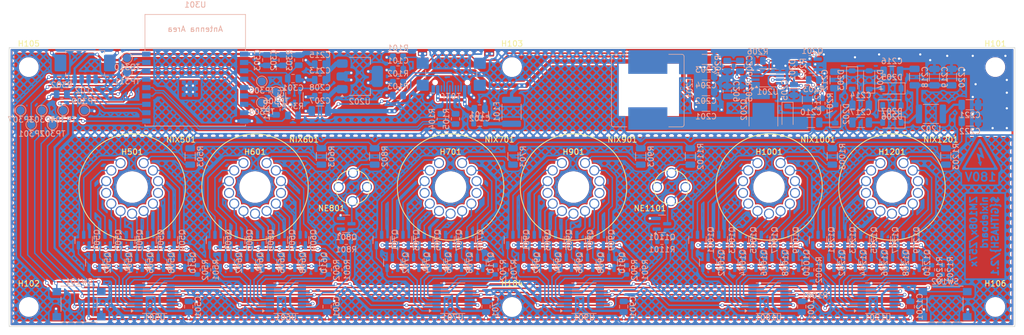
<source format=kicad_pcb>
(kicad_pcb (version 20221018) (generator pcbnew)
  (layers (0 "F.Cu" signal) (31 "B.Cu" signal) (34 "B.Paste" user) (35 "F.Paste" user) (36 "B.SilkS" user "B.Silkscreen") (37 "F.SilkS" user "F.Silkscreen") (38 "B.Mask" user) (39 "F.Mask" user) (44 "Edge.Cuts" user))
  (net 0 "")
  (net 1 "GND")
  (net 2 "VCC")
  (net 3 "+5V")
  (net 4 "Vdrive")
  (net 5 "/Control/RCK")
  (net 6 "/Control/UART_TX")
  (net 7 "/NixieDriver/neon0/NEON")
  (net 8 "/NixieDriver/neon1/NEON")
  (net 9 "/Control/SW1")
  (net 10 "/Control/SW2")
  (net 11 "/Control/UART_RX")
  (net 12 "/Control/D+")
  (net 13 "/NixieDriver/nixieStage0/QH")
  (net 14 "/NixieDriver/nixieStage1/QH")
  (net 15 "/NixieDriver/nixieStage2/QH")
  (net 16 "/NixieDriver/nixieStage3/QH")
  (net 17 "/NixieDriver/nixieStage4/QH")
  (net 18 "/NixieDriver/nixieStage0/QA")
  (net 19 "/NixieDriver/nixieStage2/QA")
  (net 20 "/NixieDriver/nixieStage4/QA")
  (net 21 "/NixieDriver/nixieStage5/QH")
  (net 22 "/NixieDriver/nixieStage5/QA")
  (net 23 "/Control/D-")
  (net 24 "/Control/FSPIWP")
  (net 25 "Net-(C102-Pad1)")
  (net 26 "Net-(U301-GPIO8)")
  (net 27 "/Control/FSPIQ")
  (net 28 "/Control/FSPIHD")
  (net 29 "Net-(U301-GPIO0{slash}ADC1_CH0{slash}XTAL_32K_P)")
  (net 30 "Net-(U301-GPIO1{slash}ADC1_CH1{slash}XTAL_32K_N)")
  (net 31 "/Control/FSPICLK")
  (net 32 "/Control/FSPID")
  (net 33 "Net-(U201-COMP)")
  (net 34 "Net-(C206-Pad2)")
  (net 35 "Net-(U201-I_{SEN})")
  (net 36 "Net-(D202-K)")
  (net 37 "Net-(D201-A)")
  (net 38 "Net-(D201-K)")
  (net 39 "Net-(D203-K)")
  (net 40 "Net-(D204-K)")
  (net 41 "Net-(D205-K)")
  (net 42 "Net-(D206-K)")
  (net 43 "Net-(D207-K)")
  (net 44 "Net-(U301-EN{slash}CHIP_PU)")
  (net 45 "Net-(F101-Pad2)")
  (net 46 "Net-(Q801-C)")
  (net 47 "Net-(NE801-Pad2)")
  (net 48 "Net-(Q1101-C)")
  (net 49 "Net-(NE1101-Pad2)")
  (net 50 "Net-(NIX501-0)")
  (net 51 "Net-(NIX501-1)")
  (net 52 "Net-(NIX501-2)")
  (net 53 "Net-(NIX501-3)")
  (net 54 "Net-(NIX501-4)")
  (net 55 "Net-(NIX501-5)")
  (net 56 "Net-(NIX501-6)")
  (net 57 "Net-(NIX501-7)")
  (net 58 "Net-(NIX501-8)")
  (net 59 "Net-(NIX501-9)")
  (net 60 "Net-(NIX501-A)")
  (net 61 "Net-(NIX601-0)")
  (net 62 "Net-(NIX601-1)")
  (net 63 "Net-(NIX601-2)")
  (net 64 "Net-(NIX601-3)")
  (net 65 "Net-(NIX601-4)")
  (net 66 "Net-(NIX601-5)")
  (net 67 "Net-(NIX601-6)")
  (net 68 "Net-(NIX601-7)")
  (net 69 "Net-(NIX601-8)")
  (net 70 "Net-(NIX601-9)")
  (net 71 "Net-(NIX601-A)")
  (net 72 "Net-(NIX701-0)")
  (net 73 "Net-(NIX701-1)")
  (net 74 "Net-(NIX701-2)")
  (net 75 "Net-(NIX701-3)")
  (net 76 "Net-(NIX701-4)")
  (net 77 "Net-(NIX701-5)")
  (net 78 "Net-(NIX701-6)")
  (net 79 "Net-(NIX701-7)")
  (net 80 "Net-(NIX701-8)")
  (net 81 "Net-(NIX701-9)")
  (net 82 "Net-(NIX701-A)")
  (net 83 "Net-(NIX901-0)")
  (net 84 "Net-(NIX901-1)")
  (net 85 "Net-(NIX901-2)")
  (net 86 "Net-(NIX901-3)")
  (net 87 "Net-(NIX901-4)")
  (net 88 "Net-(NIX901-5)")
  (net 89 "Net-(NIX901-6)")
  (net 90 "Net-(NIX901-7)")
  (net 91 "Net-(NIX901-8)")
  (net 92 "Net-(NIX901-9)")
  (net 93 "Net-(NIX901-A)")
  (net 94 "Net-(NIX1001-0)")
  (net 95 "Net-(NIX1001-1)")
  (net 96 "Net-(NIX1001-2)")
  (net 97 "Net-(NIX1001-3)")
  (net 98 "Net-(NIX1001-4)")
  (net 99 "Net-(NIX1001-5)")
  (net 100 "Net-(NIX1001-6)")
  (net 101 "Net-(NIX1001-7)")
  (net 102 "Net-(NIX1001-8)")
  (net 103 "Net-(NIX1001-9)")
  (net 104 "Net-(NIX1001-A)")
  (net 105 "Net-(NIX1201-0)")
  (net 106 "Net-(NIX1201-1)")
  (net 107 "Net-(NIX1201-2)")
  (net 108 "Net-(NIX1201-3)")
  (net 109 "Net-(NIX1201-4)")
  (net 110 "Net-(NIX1201-5)")
  (net 111 "Net-(NIX1201-6)")
  (net 112 "Net-(NIX1201-7)")
  (net 113 "Net-(NIX1201-8)")
  (net 114 "Net-(NIX1201-9)")
  (net 115 "Net-(NIX1201-A)")
  (net 116 "Net-(Q201-D)")
  (net 117 "Net-(Q202-G)")
  (net 118 "Net-(Q501-B)")
  (net 119 "Net-(Q501-E)")
  (net 120 "Net-(Q502-B)")
  (net 121 "Net-(Q503-E)")
  (net 122 "Net-(Q505-E)")
  (net 123 "Net-(Q507-E)")
  (net 124 "Net-(Q509-E)")
  (net 125 "Net-(Q601-B)")
  (net 126 "Net-(Q601-E)")
  (net 127 "Net-(Q602-B)")
  (net 128 "Net-(Q603-E)")
  (net 129 "Net-(Q605-E)")
  (net 130 "Net-(Q607-E)")
  (net 131 "Net-(Q609-E)")
  (net 132 "Net-(Q701-B)")
  (net 133 "Net-(Q701-E)")
  (net 134 "Net-(Q702-B)")
  (net 135 "Net-(Q703-E)")
  (net 136 "Net-(Q705-E)")
  (net 137 "Net-(Q707-E)")
  (net 138 "Net-(Q709-E)")
  (net 139 "Net-(Q801-B)")
  (net 140 "Net-(Q901-B)")
  (net 141 "Net-(Q901-E)")
  (net 142 "Net-(Q902-B)")
  (net 143 "Net-(Q903-E)")
  (net 144 "Net-(Q905-E)")
  (net 145 "Net-(Q907-E)")
  (net 146 "Net-(Q909-E)")
  (net 147 "Net-(Q1001-B)")
  (net 148 "Net-(Q1001-E)")
  (net 149 "Net-(Q1002-B)")
  (net 150 "Net-(Q1003-E)")
  (net 151 "Net-(Q1005-E)")
  (net 152 "Net-(Q1007-E)")
  (net 153 "Net-(Q1009-E)")
  (net 154 "Net-(Q1101-B)")
  (net 155 "Net-(Q1201-B)")
  (net 156 "Net-(Q1201-E)")
  (net 157 "Net-(Q1202-B)")
  (net 158 "Net-(Q1203-E)")
  (net 159 "Net-(Q1205-E)")
  (net 160 "Net-(Q1207-E)")
  (net 161 "Net-(Q1209-E)")
  (net 162 "Net-(U201-FA{slash}SD)")
  (net 163 "Net-(U201-FB)")
  (net 164 "Net-(U501-QG)")
  (net 165 "Net-(U501-QH)")
  (net 166 "Net-(U601-QG)")
  (net 167 "Net-(U601-QH)")
  (net 168 "Net-(U701-QG)")
  (net 169 "Net-(U701-QH)")
  (net 170 "Net-(U901-QG)")
  (net 171 "Net-(U901-QH)")
  (net 172 "Net-(U1001-QG)")
  (net 173 "Net-(U1001-QH)")
  (net 174 "Net-(U1201-QG)")
  (net 175 "Net-(U1201-QH)")
  (net 176 "/SHIELD")
  (net 177 "/USB_D+")
  (net 178 "/USB_D-")
  (net 179 "Net-(J101-CC1)")
  (net 180 "Net-(J101-CC2)")
  (footprint "Nixie:Neon" (layer "F.Cu") (at 156.5 75)
    (fp_text reference "NE801")
    (fp_text value "Lamp_Neon")
  )
  (footprint "Nixie:Neon" (layer "F.Cu") (at 213.5 75)
    (fp_text reference "NE1101")
    (fp_text value "Lamp_Neon")
  )
  (footprint "Nixie:Zxxx" (layer "F.Cu") (at 117 75 180)
    (fp_text reference "NIX501")
    (fp_text value "NixieTube")
  )
  (footprint "Nixie:Zxxx" (layer "F.Cu") (at 139 75 180)
    (fp_text reference "NIX601")
    (fp_text value "NixieTube")
  )
  (footprint "Nixie:Zxxx" (layer "F.Cu") (at 174 75 180)
    (fp_text reference "NIX701")
    (fp_text value "NixieTube")
  )
  (footprint "Nixie:Zxxx" (layer "F.Cu") (at 196 75 180)
    (fp_text reference "NIX901")
    (fp_text value "NixieTube")
  )
  (footprint "Nixie:Zxxx" (layer "F.Cu") (at 231 75 180)
    (fp_text reference "NIX1001")
    (fp_text value "NixieTube")
  )
  (footprint "Nixie:Zxxx" (layer "F.Cu") (at 253 75 180)
    (fp_text reference "NIX1201")
    (fp_text value "NixieTube")
  )
  (footprint "MountingHole:MountingHole_3.2mm_M3" (layer "F.Cu") (at 185 96.5)
    (fp_text reference "H104")
    (fp_text value "MountingHole")
  )
  (footprint "MountingHole:MountingHole_5.3mm_M5" (layer "F.Cu") (at 139 75)
    (fp_text reference "H601")
    (fp_text value "MountingHole")
  )
  (footprint "MountingHole:MountingHole_3.2mm_M3" (layer "F.Cu") (at 185 53.5)
    (fp_text reference "H103")
    (fp_text value "MountingHole")
  )
  (footprint "MountingHole:MountingHole_5.3mm_M5" (layer "F.Cu") (at 253 75)
    (fp_text reference "H1201")
    (fp_text value "MountingHole")
  )
  (footprint "MountingHole:MountingHole_3.2mm_M3" (layer "F.Cu") (at 98.5 96.5)
    (fp_text reference "H102")
    (fp_text value "MountingHole")
  )
  (footprint "MountingHole:MountingHole_3.2mm_M3" (layer "F.Cu") (at 98.5 53.5)
    (fp_text reference "H105")
    (fp_text value "MountingHole")
  )
  (footprint "MountingHole:MountingHole_5.3mm_M5" (layer "F.Cu") (at 196 75)
    (fp_text reference "H901")
    (fp_text value "MountingHole")
  )
  (footprint "MountingHole:MountingHole_5.3mm_M5" (layer "F.Cu") (at 117 75)
    (fp_text reference "H501")
    (fp_text value "MountingHole")
  )
  (footprint "MountingHole:MountingHole_3.2mm_M3" (layer "F.Cu") (at 271.5 96.5)
    (fp_text reference "H106")
    (fp_text value "MountingHole")
  )
  (footprint "MountingHole:MountingHole_5.3mm_M5" (layer "F.Cu") (at 231 75)
    (fp_text reference "H1001")
    (fp_text value "MountingHole")
  )
  (footprint "MountingHole:MountingHole_5.3mm_M5" (layer "F.Cu") (at 174 75)
    (fp_text reference "H701")
    (fp_text value "MountingHole")
  )
  (footprint "MountingHole:MountingHole_3.2mm_M3" (layer "F.Cu") (at 271.5 53.5)
    (fp_text reference "H101")
    (fp_text value "MountingHole")
  )
  (footprint "Capacitor_SMD:C_0805_2012Metric" (layer "B.Cu") (at 164.596 54.026 180)
    (fp_text reference "C101")
    (fp_text value "1u/16V")
  )
  (footprint "Capacitor_SMD:C_0805_2012Metric" (layer "B.Cu") (at 179.201 61.011)
    (fp_text reference "C102")
    (fp_text value "1u/16V")
  )
  (footprint "Capacitor_SMD:C_0805_2012Metric" (layer "B.Cu") (at 144.022 52.248 -90)
    (fp_text reference "C302")
    (fp_text value "1u/16V")
  )
  (footprint "Capacitor_SMD:C_0805_2012Metric" (layer "B.Cu") (at 150.626 55.804 180)
    (fp_text reference "C213")
    (fp_text value "1u/16V")
  )
  (footprint "Capacitor_SMD:C_1206_3216Metric" (layer "B.Cu") (at 238.51 63.424 180)
    (fp_text reference "C210")
    (fp_text value "1u/100V")
  )
  (footprint "Capacitor_SMD:C_1206_3216Metric" (layer "B.Cu") (at 242.828 55.804 -90)
    (fp_text reference "C212")
    (fp_text value "1u/100V")
  )
  (footprint "Capacitor_SMD:C_1206_3216Metric" (layer "B.Cu") (at 237.875 59.36 90)
    (fp_text reference "C211")
    (fp_text value "1u/100V")
  )
  (footprint "Capacitor_SMD:C_1206_3216Metric" (layer "B.Cu") (at 247.4 60.376 180)
    (fp_text reference "C214")
    (fp_text value "1u/100V")
  )
  (footprint "Capacitor_SMD:C_1206_3216Metric" (layer "B.Cu") (at 219.714 60.503)
    (fp_text reference "C201")
    (fp_text value "47u/10V")
  )
  (footprint "Capacitor_SMD:C_1206_3216Metric" (layer "B.Cu") (at 219.714 57.709)
    (fp_text reference "C202")
    (fp_text value "47u/10V")
  )
  (footprint "Capacitor_SMD:C_1206_3216Metric" (layer "B.Cu") (at 252.988 54.28 180)
    (fp_text reference "C216")
    (fp_text value "1u/100V")
  )
  (footprint "Capacitor_SMD:C_1206_3216Metric" (layer "B.Cu") (at 247.4 63.424 180)
    (fp_text reference "C217")
    (fp_text value "1u/100V")
  )
  (footprint "Capacitor_SMD:C_1206_3216Metric" (layer "B.Cu") (at 219.714 52.121)
    (fp_text reference "C203")
    (fp_text value "47u/10V")
  )
  (footprint "Capacitor_SMD:C_1206_3216Metric" (layer "B.Cu") (at 257.052 55.296 90)
    (fp_text reference "C218")
    (fp_text value "1u/100V")
  )
  (footprint "Capacitor_SMD:C_1206_3216Metric" (layer "B.Cu") (at 260.608 55.296 90)
    (fp_text reference "C219")
    (fp_text value "100n/250V")
  )
  (footprint "Capacitor_SMD:C_1206_3216Metric" (layer "B.Cu") (at 263.656 55.296 90)
    (fp_text reference "C220")
    (fp_text value "100n/250V")
  )
  (footprint "Capacitor_SMD:C_1206_3216Metric" (layer "B.Cu") (at 266.958 60.249)
    (fp_text reference "C221")
    (fp_text value "100n/250V")
  )
  (footprint "Capacitor_SMD:C_1206_3216Metric" (layer "B.Cu") (at 266.958 63.17)
    (fp_text reference "C222")
    (fp_text value "100n/250V")
  )
  (footprint "Capacitor_SMD:C_0805_2012Metric" (layer "B.Cu") (at 127.131 96.444 90)
    (fp_text reference "C501")
    (fp_text value "1u/16V")
  )
  (footprint "Capacitor_SMD:C_0805_2012Metric" (layer "B.Cu") (at 151.896 96.444 90)
    (fp_text reference "C601")
    (fp_text value "1u/16V")
  )
  (footprint "Capacitor_SMD:C_0805_2012Metric" (layer "B.Cu") (at 180.344 96.444 90)
    (fp_text reference "C701")
    (fp_text value "1u/16V")
  )
  (footprint "Capacitor_SMD:C_0805_2012Metric" (layer "B.Cu") (at 204.982 96.444 90)
    (fp_text reference "C901")
    (fp_text value "1u/16V")
  )
  (footprint "Capacitor_SMD:C_0805_2012Metric" (layer "B.Cu") (at 236.859 96.444 90)
    (fp_text reference "C1001")
    (fp_text value "1u/16V")
  )
  (footprint "Capacitor_SMD:C_0805_2012Metric" (layer "B.Cu") (at 256.29 96.444 90)
    (fp_text reference "C1201")
    (fp_text value "1u/16V")
  )
  (footprint "Resistor_SMD:R_1812_4532Metric" (layer "B.Cu") (at 184.916 61.519 -90)
    (fp_text reference "F101")
    (fp_text value "PTC 1.5A")
  )
  (footprint "Inductor_SMD:L_0805_2012Metric" (layer "B.Cu") (at 179.201 63.551 180)
    (fp_text reference "L101")
    (fp_text value "120Ohm@100MHz")
  )
  (footprint "Inductor_SMD:L_1812_4532Metric" (layer "B.Cu") (at 259.973 61.9)
    (fp_text reference "L202")
    (fp_text value "1500u")
  )
  (footprint "Package_TO_SOT_SMD:SOT-23" (layer "B.Cu") (at 108.335 84.506 90)
    (fp_text reference "Q501")
    (fp_text value "PMBTA42")
  )
  (footprint "Package_TO_SOT_SMD:SOT-23" (layer "B.Cu") (at 110.24 88.57 90)
    (fp_text reference "Q502")
    (fp_text value "PMBTA42")
  )
  (footprint "Package_TO_SOT_SMD:SOT-23" (layer "B.Cu") (at 112.145 84.506 90)
    (fp_text reference "Q503")
    (fp_text value "PMBTA42")
  )
  (footprint "Package_TO_SOT_SMD:SOT-23" (layer "B.Cu") (at 114.05 88.57 90)
    (fp_text reference "Q504")
    (fp_text value "PMBTA42")
  )
  (footprint "Package_TO_SOT_SMD:SOT-23" (layer "B.Cu") (at 115.955 84.506 90)
    (fp_text reference "Q505")
    (fp_text value "PMBTA42")
  )
  (footprint "Package_TO_SOT_SMD:SOT-23" (layer "B.Cu") (at 117.86 88.57 90)
    (fp_text reference "Q506")
    (fp_text value "PMBTA42")
  )
  (footprint "Package_TO_SOT_SMD:SOT-23" (layer "B.Cu") (at 119.765 84.506 90)
    (fp_text reference "Q507")
    (fp_text value "PMBTA42")
  )
  (footprint "Package_TO_SOT_SMD:SOT-23" (layer "B.Cu") (at 121.67 88.57 90)
    (fp_text reference "Q508")
    (fp_text value "PMBTA42")
  )
  (footprint "Package_TO_SOT_SMD:SOT-23" (layer "B.Cu") (at 123.575 84.506 90)
    (fp_text reference "Q509")
    (fp_text value "PMBTA42")
  )
  (footprint "Package_TO_SOT_SMD:SOT-23" (layer "B.Cu") (at 125.48 88.57 90)
    (fp_text reference "Q510")
    (fp_text value "PMBTA42")
  )
  (footprint "Package_TO_SOT_SMD:SOT-23" (layer "B.Cu") (at 131.83 84.506 90)
    (fp_text reference "Q601")
    (fp_text value "PMBTA42")
  )
  (footprint "Package_TO_SOT_SMD:SOT-23" (layer "B.Cu") (at 133.735 88.57 90)
    (fp_text reference "Q602")
    (fp_text value "PMBTA42")
  )
  (footprint "Package_TO_SOT_SMD:SOT-23" (layer "B.Cu") (at 135.64 84.506 90)
    (fp_text reference "Q603")
    (fp_text value "PMBTA42")
  )
  (footprint "Package_TO_SOT_SMD:SOT-23" (layer "B.Cu") (at 137.545 88.57 90)
    (fp_text reference "Q604")
    (fp_text value "PMBTA42")
  )
  (footprint "Package_TO_SOT_SMD:SOT-23" (layer "B.Cu") (at 139.45 84.506 90)
    (fp_text reference "Q605")
    (fp_text value "PMBTA42")
  )
  (footprint "Package_TO_SOT_SMD:SOT-23" (layer "B.Cu") (at 141.355 88.57 90)
    (fp_text reference "Q606")
    (fp_text value "PMBTA42")
  )
  (footprint "Package_TO_SOT_SMD:SOT-23" (layer "B.Cu") (at 143.26 84.506 90)
    (fp_text reference "Q607")
    (fp_text value "PMBTA42")
  )
  (footprint "Package_TO_SOT_SMD:SOT-23" (layer "B.Cu") (at 145.165 88.57 90)
    (fp_text reference "Q608")
    (fp_text value "PMBTA42")
  )
  (footprint "Package_TO_SOT_SMD:SOT-23" (layer "B.Cu") (at 147.07 84.506 90)
    (fp_text reference "Q609")
    (fp_text value "PMBTA42")
  )
  (footprint "Package_TO_SOT_SMD:SOT-23" (layer "B.Cu") (at 148.975 88.57 90)
    (fp_text reference "Q610")
    (fp_text value "PMBTA42")
  )
  (footprint "Package_TO_SOT_SMD:SOT-23" (layer "B.Cu") (at 161.675 84.506 90)
    (fp_text reference "Q701")
    (fp_text value "PMBTA42")
  )
  (footprint "Package_TO_SOT_SMD:SOT-23" (layer "B.Cu") (at 163.58 88.57 90)
    (fp_text reference "Q702")
    (fp_text value "PMBTA42")
  )
  (footprint "Package_TO_SOT_SMD:SOT-23" (layer "B.Cu") (at 165.485 84.506 90)
    (fp_text reference "Q703")
    (fp_text value "PMBTA42")
  )
  (footprint "Package_TO_SOT_SMD:SOT-23" (layer "B.Cu") (at 167.39 88.57 90)
    (fp_text reference "Q704")
    (fp_text value "PMBTA42")
  )
  (footprint "Package_TO_SOT_SMD:SOT-23" (layer "B.Cu") (at 169.295 84.506 90)
    (fp_text reference "Q705")
    (fp_text value "PMBTA42")
  )
  (footprint "Package_TO_SOT_SMD:SOT-23" (layer "B.Cu") (at 171.2 88.57 90)
    (fp_text reference "Q706")
    (fp_text value "PMBTA42")
  )
  (footprint "Package_TO_SOT_SMD:SOT-23" (layer "B.Cu") (at 173.105 84.506 90)
    (fp_text reference "Q707")
    (fp_text value "PMBTA42")
  )
  (footprint "Package_TO_SOT_SMD:SOT-23" (layer "B.Cu") (at 175.01 88.57 90)
    (fp_text reference "Q708")
    (fp_text value "PMBTA42")
  )
  (footprint "Package_TO_SOT_SMD:SOT-23" (layer "B.Cu") (at 176.915 84.506 90)
    (fp_text reference "Q709")
    (fp_text value "PMBTA42")
  )
  (footprint "Package_TO_SOT_SMD:SOT-23" (layer "B.Cu") (at 178.82 88.57 90)
    (fp_text reference "Q710")
    (fp_text value "PMBTA42")
  )
  (footprint "Package_TO_SOT_SMD:SOT-23" (layer "B.Cu") (at 185.17 84.506 90)
    (fp_text reference "Q901")
    (fp_text value "PMBTA42")
  )
  (footprint "Package_TO_SOT_SMD:SOT-23" (layer "B.Cu") (at 187.075 88.57 90)
    (fp_text reference "Q902")
    (fp_text value "PMBTA42")
  )
  (footprint "Package_TO_SOT_SMD:SOT-23" (layer "B.Cu") (at 188.98 84.506 90)
    (fp_text reference "Q903")
    (fp_text value "PMBTA42")
  )
  (footprint "Package_TO_SOT_SMD:SOT-23" (layer "B.Cu") (at 190.885 88.57 90)
    (fp_text reference "Q904")
    (fp_text value "PMBTA42")
  )
  (footprint "Package_TO_SOT_SMD:SOT-23" (layer "B.Cu") (at 192.79 84.506 90)
    (fp_text reference "Q905")
    (fp_text value "PMBTA42")
  )
  (footprint "Package_TO_SOT_SMD:SOT-23" (layer "B.Cu") (at 194.695 88.57 90)
    (fp_text reference "Q906")
    (fp_text value "PMBTA42")
  )
  (footprint "Package_TO_SOT_SMD:SOT-23" (layer "B.Cu") (at 196.6 84.506 90)
    (fp_text reference "Q907")
    (fp_text value "PMBTA42")
  )
  (footprint "Package_TO_SOT_SMD:SOT-23" (layer "B.Cu") (at 198.505 88.57 90)
    (fp_text reference "Q908")
    (fp_text value "PMBTA42")
  )
  (footprint "Package_TO_SOT_SMD:SOT-23" (layer "B.Cu") (at 200.41 84.506 90)
    (fp_text reference "Q909")
    (fp_text value "PMBTA42")
  )
  (footprint "Package_TO_SOT_SMD:SOT-23" (layer "B.Cu") (at 202.315 88.57 90)
    (fp_text reference "Q910")
    (fp_text value "PMBTA42")
  )
  (footprint "Package_TO_SOT_SMD:SOT-23" (layer "B.Cu") (at 218.19 84.506 90)
    (fp_text reference "Q1001")
    (fp_text value "PMBTA42")
  )
  (footprint "Package_TO_SOT_SMD:SOT-23" (layer "B.Cu") (at 220.095 88.57 90)
    (fp_text reference "Q1002")
    (fp_text value "PMBTA42")
  )
  (footprint "Package_TO_SOT_SMD:SOT-23" (layer "B.Cu") (at 222 84.506 90)
    (fp_text reference "Q1003")
    (fp_text value "PMBTA42")
  )
  (footprint "Package_TO_SOT_SMD:SOT-23" (layer "B.Cu") (at 223.905 88.57 90)
    (fp_text reference "Q1004")
    (fp_text value "PMBTA42")
  )
  (footprint "Package_TO_SOT_SMD:SOT-23" (layer "B.Cu") (at 225.81 84.506 90)
    (fp_text reference "Q1005")
    (fp_text value "PMBTA42")
  )
  (footprint "Package_TO_SOT_SMD:SOT-23" (layer "B.Cu") (at 227.715 88.57 90)
    (fp_text reference "Q1006")
    (fp_text value "PMBTA42")
  )
  (footprint "Package_TO_SOT_SMD:SOT-23" (layer "B.Cu") (at 229.62 84.506 90)
    (fp_text reference "Q1007")
    (fp_text value "PMBTA42")
  )
  (footprint "Package_TO_SOT_SMD:SOT-23" (layer "B.Cu") (at 231.525 88.57 90)
    (fp_text reference "Q1008")
    (fp_text value "PMBTA42")
  )
  (footprint "Package_TO_SOT_SMD:SOT-23" (layer "B.Cu") (at 233.43 84.506 90)
    (fp_text reference "Q1009")
    (fp_text value "PMBTA42")
  )
  (footprint "Package_TO_SOT_SMD:SOT-23" (layer "B.Cu") (at 235.335 88.57 90)
    (fp_text reference "Q1010")
    (fp_text value "PMBTA42")
  )
  (footprint "Package_TO_SOT_SMD:SOT-23" (layer "B.Cu") (at 239.78 84.506 90)
    (fp_text reference "Q1201")
    (fp_text value "PMBTA42")
  )
  (footprint "Package_TO_SOT_SMD:SOT-23" (layer "B.Cu") (at 241.685 88.57 90)
    (fp_text reference "Q1202")
    (fp_text value "PMBTA42")
  )
  (footprint "Package_TO_SOT_SMD:SOT-23" (layer "B.Cu") (at 243.59 84.506 90)
    (fp_text reference "Q1203")
    (fp_text value "PMBTA42")
  )
  (footprint "Package_TO_SOT_SMD:SOT-23" (layer "B.Cu") (at 245.495 88.57 90)
    (fp_text reference "Q1204")
    (fp_text value "PMBTA42")
  )
  (footprint "Package_TO_SOT_SMD:SOT-23" (layer "B.Cu") (at 247.4 84.506 90)
    (fp_text reference "Q1205")
    (fp_text value "PMBTA42")
  )
  (footprint "Package_TO_SOT_SMD:SOT-23" (layer "B.Cu") (at 249.305 88.57 90)
    (fp_text reference "Q1206")
    (fp_text value "PMBTA42")
  )
  (footprint "Package_TO_SOT_SMD:SOT-23" (layer "B.Cu") (at 251.21 84.506 90)
    (fp_text reference "Q1207")
    (fp_text value "PMBTA42")
  )
  (footprint "Package_TO_SOT_SMD:SOT-23" (layer "B.Cu") (at 253.115 88.57 90)
    (fp_text reference "Q1208")
    (fp_text value "PMBTA42")
  )
  (footprint "Package_TO_SOT_SMD:SOT-23" (layer "B.Cu") (at 255.02 84.506 90)
    (fp_text reference "Q1209")
    (fp_text value "PMBTA42")
  )
  (footprint "Package_TO_SOT_SMD:SOT-23" (layer "B.Cu") (at 256.925 88.57 90)
    (fp_text reference "Q1210")
    (fp_text value "PMBTA42")
  )
  (footprint "Package_TO_SOT_SMD:SOT-23" (layer "B.Cu") (at 155.325 81.585)
    (fp_text reference "Q801")
    (fp_text value "PMBTA42")
  )
  (footprint "Package_TO_SOT_SMD:SOT-23" (layer "B.Cu") (at 211.84 81.585)
    (fp_text reference "Q1101")
    (fp_text value "PMBTA42")
  )
  (footprint "Resistor_SMD:R_0805_2012Metric" (layer "B.Cu") (at 164.596 51.74 180)
    (fp_text reference "R101")
    (fp_text value "3k3")
  )
  (footprint "Resistor_SMD:R_0805_2012Metric" (layer "B.Cu") (at 146.816 52.248 -90)
    (fp_text reference "R303")
    (fp_text value "10k")
  )
  (footprint "Resistor_SMD:R_0805_2012Metric" (layer "B.Cu") (at 228.985 52.375 180)
    (fp_text reference "R206")
    (fp_text value "3k3")
  )
  (footprint "Resistor_SMD:R_0603_1608Metric" (layer "B.Cu") (at 130.56 89.84 90)
    (fp_text reference "R501")
    (fp_text value "3k3")
  )
  (footprint "Resistor_SMD:R_0603_1608Metric" (layer "B.Cu") (at 128.655 89.84 90)
    (fp_text reference "R502")
    (fp_text value "3k3")
  )
  (footprint "Resistor_SMD:R_1206_3216Metric" (layer "B.Cu") (at 127.385 69.52 90)
    (fp_text reference "R503")
    (fp_text value "15k")
  )
  (footprint "Resistor_SMD:R_0603_1608Metric" (layer "B.Cu") (at 154.055 89.84 90)
    (fp_text reference "R601")
    (fp_text value "3k3")
  )
  (footprint "Resistor_SMD:R_0603_1608Metric" (layer "B.Cu") (at 152.15 89.84 90)
    (fp_text reference "R602")
    (fp_text value "3k3")
  )
  (footprint "Resistor_SMD:R_1206_3216Metric" (layer "B.Cu") (at 150.88 69.52 90)
    (fp_text reference "R603")
    (fp_text value "15k")
  )
  (footprint "Resistor_SMD:R_0603_1608Metric" (layer "B.Cu") (at 183.9 89.84 90)
    (fp_text reference "R701")
    (fp_text value "3k3")
  )
  (footprint "Resistor_SMD:R_0603_1608Metric" (layer "B.Cu") (at 181.995 89.84 90)
    (fp_text reference "R702")
    (fp_text value "3k3")
  )
  (footprint "Resistor_SMD:R_1206_3216Metric" (layer "B.Cu") (at 185.17 69.52 90)
    (fp_text reference "R703")
    (fp_text value "15k")
  )
  (footprint "Resistor_SMD:R_0603_1608Metric" (layer "B.Cu") (at 207.395 89.84 90)
    (fp_text reference "R901")
    (fp_text value "3k3")
  )
  (footprint "Resistor_SMD:R_0603_1608Metric" (layer "B.Cu") (at 205.49 89.84 90)
    (fp_text reference "R902")
    (fp_text value "3k3")
  )
  (footprint "Resistor_SMD:R_1206_3216Metric" (layer "B.Cu") (at 208.03 69.52 90)
    (fp_text reference "R903")
    (fp_text value "15k")
  )
  (footprint "Resistor_SMD:R_0603_1608Metric" (layer "B.Cu") (at 239.145 93.015)
    (fp_text reference "R1001")
    (fp_text value "3k3")
  )
  (footprint "Resistor_SMD:R_0603_1608Metric" (layer "B.Cu") (at 238.51 89.84 90)
    (fp_text reference "R1002")
    (fp_text value "3k3")
  )
  (footprint "Resistor_SMD:R_1206_3216Metric" (layer "B.Cu") (at 242.32 69.52 90)
    (fp_text reference "R1003")
    (fp_text value "15k")
  )
  (footprint "Resistor_SMD:R_0603_1608Metric" (layer "B.Cu") (at 262.005 89.84 90)
    (fp_text reference "R1201")
    (fp_text value "3k3")
  )
  (footprint "Resistor_SMD:R_0603_1608Metric" (layer "B.Cu") (at 260.1 89.84 90)
    (fp_text reference "R1202")
    (fp_text value "3k3")
  )
  (footprint "Resistor_SMD:R_1206_3216Metric" (layer "B.Cu") (at 262.64 69.52 90)
    (fp_text reference "R1203")
    (fp_text value "15k")
  )
  (footprint "Resistor_SMD:R_0603_1608Metric" (layer "B.Cu") (at 155.325 84.76)
    (fp_text reference "R801")
    (fp_text value "3k3")
  )
  (footprint "Resistor_SMD:R_1206_3216Metric" (layer "B.Cu") (at 160.405 69.52 90)
    (fp_text reference "R802")
    (fp_text value "120k")
  )
  (footprint "Resistor_SMD:R_0603_1608Metric" (layer "B.Cu") (at 211.84 84.76)
    (fp_text reference "R1101")
    (fp_text value "3k3")
  )
  (footprint "Resistor_SMD:R_1206_3216Metric" (layer "B.Cu") (at 216.92 69.52 90)
    (fp_text reference "R1102")
    (fp_text value "120k")
  )
  (footprint "Button_Switch_SMD:SW_SPST_PTS645" (layer "B.Cu") (at 107.5 96 180)
    (fp_text reference "SW101")
    (fp_text value "SW_Push")
  )
  (footprint "Button_Switch_SMD:SW_SPST_PTS645" (layer "B.Cu") (at 262.5 96 180)
    (fp_text reference "SW102")
    (fp_text value "SW_Push")
  )
  (footprint "TestPoint:TestPoint_Pad_D1.5mm" (layer "B.Cu") (at 98.937 63.805)
    (fp_text reference "TP301")
    (fp_text value "TEST")
  )
  (footprint "TestPoint:TestPoint_Pad_D1.5mm" (layer "B.Cu") (at 102.747 63.805)
    (fp_text reference "TP302")
    (fp_text value "TEST")
  )
  (footprint "TestPoint:TestPoint_Pad_D1.5mm" (layer "B.Cu") (at 100.842 61.265)
    (fp_text reference "TP303")
    (fp_text value "TEST")
  )
  (footprint "TestPoint:TestPoint_Pad_D1.5mm" (layer "B.Cu") (at 104.652 61.265)
    (fp_text reference "TP304")
    (fp_text value "TEST")
  )
  (footprint "TestPoint:TestPoint_Pad_D1.5mm" (layer "B.Cu") (at 140.212 56.058)
    (fp_text reference "TP305")
    (fp_text value "TEST")
  )
  (footprint "TestPoint:TestPoint_Pad_D1.5mm" (layer "B.Cu") (at 142.752 57.963)
    (fp_text reference "TP306")
    (fp_text value "TEST")
  )
  (footprint "TestPoint:TestPoint_Pad_D1.5mm" (layer "B.Cu") (at 116.082 54.407)
    (fp_text reference "TP311")
    (fp_text value "TEST")
  )
  (footprint "TestPoint:TestPoint_Pad_D1.5mm" (layer "B.Cu") (at 97.032 61.265)
    (fp_text reference "TP307")
    (fp_text value "TEST")
  )
  (footprint "TestPoint:TestPoint_Pad_D1.5mm" (layer "B.Cu") (at 140.212 59.868)
    (fp_text reference "TP308")
    (fp_text value "TEST")
  )
  (footprint "Package_TO_SOT_SMD:SOT-223-3_TabPin2" (layer "B.Cu") (at 157.738 55.169)
    (fp_text reference "U202")
    (fp_text value "MCP1703A-3302")
  )
  (footprint "Package_SO:TSSOP-16_4.4x5mm_P0.65mm" (layer "B.Cu") (at 121.035 94.92)
    (fp_text reference "U501")
    (fp_text value "74HC595")
  )
  (footprint "Package_SO:TSSOP-16_4.4x5mm_P0.65mm" (layer "B.Cu") (at 144.53 94.92)
    (fp_text reference "U601")
    (fp_text value "74HC595")
  )
  (footprint "Package_SO:TSSOP-16_4.4x5mm_P0.65mm" (layer "B.Cu") (at 174.375 94.92)
    (fp_text reference "U701")
    (fp_text value "74HC595")
  )
  (footprint "Package_SO:TSSOP-16_4.4x5mm_P0.65mm" (layer "B.Cu") (at 197.87 94.92)
    (fp_text reference "U901")
    (fp_text value "74HC595")
  )
  (footprint "Package_SO:TSSOP-16_4.4x5mm_P0.65mm" (layer "B.Cu") (at 230.89 94.92)
    (fp_text reference "U1001")
    (fp_text value "74HC595")
  )
  (footprint "Package_SO:TSSOP-16_4.4x5mm_P0.65mm" (layer "B.Cu") (at 250.448 94.92)
    (fp_text reference "U1201")
    (fp_text value "74HC595")
  )
  (footprint "Capacitor_SMD:C_1206_3216Metric" (layer "B.Cu") (at 150.626 61.392 180)
    (fp_text reference "C207")
    (fp_text value "47u/10V")
  )
  (footprint "Capacitor_SMD:C_0805_2012Metric" (layer "B.Cu") (at 150.626 58.852 180)
    (fp_text reference "C208")
    (fp_text value "1u/16V")
  )
  (footprint "Capacitor_SMD:C_0805_2012Metric" (layer "B.Cu") (at 150.626 53.01 180)
    (fp_text reference "C215")
    (fp_text value "1u/16V")
  )
  (footprint "TestPoint:TestPoint_Pad_D1.5mm" (layer "B.Cu") (at 116.082 51.867)
    (fp_text reference "TP310")
    (fp_text value "TEST")
  )
  (footprint "Diode_SMD:D_SOD-123" (layer "B.Cu") (at 234.319 62.154 -90)
    (fp_text reference "D201")
    (fp_text value "MMSD4148")
  )
  (footprint "Diode_SMD:D_SOD-123" (layer "B.Cu") (at 242.828 61.9 90)
    (fp_text reference "D202")
    (fp_text value "MMSD4148")
  )
  (footprint "Diode_SMD:D_SOD-123" (layer "B.Cu") (at 245.876 55.804 -90)
    (fp_text reference "D203")
    (fp_text value "MMSD4148")
  )
  (footprint "Diode_SMD:D_SOD-123" (layer "B.Cu") (at 248.924 55.804 90)
    (fp_text reference "D204")
    (fp_text value "MMSD4148")
  )
  (footprint "Diode_SMD:D_SOD-123" (layer "B.Cu") (at 252.988 57.328 180)
    (fp_text reference "D205")
    (fp_text value "MMSD4148")
  )
  (footprint "Diode_SMD:D_SOD-123" (layer "B.Cu") (at 252.988 60.376)
    (fp_text reference "D206")
    (fp_text value "MMSD4148")
  )
  (footprint "Diode_SMD:D_SOD-123" (layer "B.Cu") (at 252.988 63.424 180)
    (fp_text reference "D207")
    (fp_text value "MMSD4148")
  )
  (footprint "Resistor_SMD:R_0805_2012Metric" (layer "B.Cu") (at 240.288 59.995 90)
    (fp_text reference "R207")
    (fp_text value "120k")
  )
  (footprint "Capacitor_SMD:C_1206_3216Metric" (layer "B.Cu") (at 219.714 54.915)
    (fp_text reference "C204")
    (fp_text value "47u/10V")
  )
  (footprint "Resistor_SMD:R_0805_2012Metric" (layer "B.Cu") (at 225.81 57.836 90)
    (fp_text reference "R205")
    (fp_text value "0R025")
  )
  (footprint "Capacitor_SMD:C_0805_2012Metric" (layer "B.Cu") (at 235.462 57.582 -90)
    (fp_text reference "C205")
    (fp_text value "1u/16V")
  )
  (footprint "Inductor_SMD:L_Bourns_SRR1208_12.7x12.7mm" (layer "B.Cu") (at 209.3 57.709 -90)
    (fp_text reference "L201")
    (fp_text value "15u")
  )
  (footprint "Package_TO_SOT_SMD:SOT-23" (layer "B.Cu") (at 238.764 53.01 180)
    (fp_text reference "Q201")
    (fp_text value "BSS138")
  )
  (footprint "Resistor_SMD:R_0805_2012Metric" (layer "B.Cu") (at 145.8 62.154 180)
    (fp_text reference "R301")
    (fp_text value "10k")
  )
  (footprint "Symbol:Symbol_HighVoltage_Triangle_6x6mm_Copper" (layer "B.Cu") (at 268.736 69.139 180)
    (fp_text reference "REF**" hide)
    (fp_text value "Symbol_HighVoltage_Triangle_6x6mm_Copper" hide)
  )
  (footprint "Resistor_SMD:R_0805_2012Metric" (layer "B.Cu") (at 235.462 53.772 90)
    (fp_text reference "R202")
    (fp_text value "10k")
  )
  (footprint "Capacitor_SMD:C_0805_2012Metric" (layer "B.Cu") (at 225.81 53.264 90)
    (fp_text reference "C206")
    (fp_text value "22n")
  )
  (footprint "Resistor_SMD:R_0805_2012Metric" (layer "B.Cu") (at 174.883 62.789 -90)
    (fp_text reference "R105")
    (fp_text value "27R")
  )
  (footprint "Resistor_SMD:R_0805_2012Metric" (layer "B.Cu") (at 223.524 53.264 -90)
    (fp_text reference "R204")
    (fp_text value "4k7")
  )
  (footprint "Package_SO:PowerPAK_SO-8_Single" (layer "B.Cu") (at 230.001 61.141 -90)
    (fp_text reference "Q202")
    (fp_text value "SQJA62EP-T1_GE3")
  )
  (footprint "Resistor_SMD:R_0805_2012Metric" (layer "B.Cu") (at 164.596 56.312 180)
    (fp_text reference "R102")
    (fp_text value "5k1")
  )
  (footprint "TestPoint:TestPoint_Pad_D1.5mm" (layer "B.Cu") (at 108.462 61.265 180)
    (fp_text reference "TP309")
    (fp_text value "TEST")
  )
  (footprint "Resistor_SMD:R_0805_2012Metric" (layer "B.Cu") (at 142.752 61.138 -90)
    (fp_text reference "R201")
    (fp_text value "10k")
  )
  (footprint "Capacitor_SMD:C_0805_2012Metric" (layer "B.Cu") (at 223.524 57.836 90)
    (fp_text reference "C209")
    (fp_text value "22n")
  )
  (footprint "Package_TO_SOT_SMD:SOT-23-3" (layer "B.Cu") (at 146.054 58.852 -90)
    (fp_text reference "U302")
    (fp_text value "MCP100-270D")
  )
  (footprint "Resistor_SMD:R_0805_2012Metric" (layer "B.Cu") (at 164.596 58.598 180)
    (fp_text reference "R103")
    (fp_text value "5k1")
  )
  (footprint "Resistor_SMD:R_0805_2012Metric" (layer "B.Cu") (at 239.018 55.804)
    (fp_text reference "R203")
    (fp_text value "180k")
  )
  (footprint "Capacitor_SMD:C_0805_2012Metric" (layer "B.Cu") (at 145.8 55.55)
    (fp_text reference "C301")
    (fp_text value "1u/16V")
  )
  (footprint "Connector_Molex:Molex_PicoBlade_53261-0471_1x04-1MP_P1.25mm_Horizontal" (layer "B.Cu") (at 108.589 53.264)
    (fp_text reference "J102")
    (fp_text value "DEBUG_UART")
  )
  (footprint "Capacitor_SMD:C_0805_2012Metric" (layer "B.Cu") (at 141.101 52.248 -90)
    (fp_text reference "C303")
    (fp_text value "1u/16V")
  )
  (footprint "Connector_USB:USB_C_Receptacle_GCT_USB4110" (layer "B.Cu") (at 174.121 53.645)
    (fp_text reference "J101")
    (fp_text value "USB4110-GF-A")
  )
  (footprint "Package_SO:VSSOP-8_3.0x3.0mm_P0.65mm" (layer "B.Cu") (at 230.763 55.423)
    (fp_text reference "U201")
    (fp_text value "LM3478MM")
  )
  (footprint "PCM_Espressif:ESP32-C3-WROOM-02" (layer "B.Cu") (at 128.295 57.071 180)
    (fp_text reference "U301")
    (fp_text value "ESP32-C3-WROOM-02")
  )
  (footprint "Resistor_SMD:R_0805_2012Metric" (layer "B.Cu") (at 172.343 62.789 -90)
    (fp_text reference "R104")
    (fp_text value "27R")
  )
  (footprint "Resistor_SMD:R_0805_2012Metric" (layer "B.Cu") (at 104.398 58.344 180)
    (fp_text reference "R302")
    (fp_text value "10k")
  )
  (gr_line (start 275 100) (end 275 50) (stroke (width 0.1)) (layer "Edge.Cuts"))
  (gr_line (start 95 50) (end 95 100) (stroke (width 0.1)) (layer "Edge.Cuts"))
  (gr_line (start 95 100) (end 275 100) (stroke (width 0.1)) (layer "Edge.Cuts"))
  (gr_line (start 275 50) (end 95 50) (stroke (width 0.1)) (layer "Edge.Cuts"))
  (gr_text "ZM108x/Z57x\nnixieboard\n${GITHASH}/2.1" (at 272.165 76.505 90) (layer "B.Cu") (effects (font (size 1.2 1.2) (thickness 0.3) bold) (justify left bottom mirror)))
  (gr_text "180V" (at 268.863 73.203) (layer "B.Cu") (effects (font (size 1.5 1.5) (thickness 0.3)) (justify mirror)))
  (via (at 266.577 96.952) (size 0.6) (drill 0.4) (layers "F.Cu" "B.Cu") (net 1))
  (via (at 222.254 51.994) (size 0.6) (drill 0.4) (layers "F.Cu" "B.Cu") (net 1))
  (via (at 258.703 96.952) (size 0.6) (drill 0.4) (layers "F.Cu" "B.Cu") (net 1))
  (via (at 220.984 56.312) (size 0.6) (drill 0.4) (layers "F.Cu" "B.Cu") (net 1))
  (via (at 126.75 56.82) (size 0.6) (drill 0.4) (layers "F.Cu" "B.Cu") (net 1))
  (via (at 162.564 51.74) (size 0.6) (drill 0.4) (layers "F.Cu" "B.Cu") (net 1))
  (via (at 273.562 55.804) (size 0.6) (drill 0.4) (layers "F.Cu" "B.Cu") (net 1))
  (via (at 259.846 52.248) (size 0.6) (drill 0.4) (layers "F.Cu" "B.Cu") (net 1))
  (via (at 196.346 92.253) (size 0.6) (drill 0.4) (layers "F.Cu" "B.Cu") (net 1))
  (via (at 209.681 80.635) (size 0.6) (drill 0.4) (layers "F.Cu" "B.Cu") (net 1))
  (via (at 170.438 58.471) (size 0.6) (drill 0.4) (layers "F.Cu" "B.Cu") (net 1))
  (via (at 233.176 59.233) (size 0.6) (drill 0.4) (layers "F.Cu" "B.Cu") (net 1))
  (via (at 147.832 56.185) (size 0.6) (drill 0.4) (layers "F.Cu" "B.Cu") (net 1))
  (via (at 273.308 51.486) (size 0.6) (drill 0.4) (layers "F.Cu" "B.Cu") (net 1))
  (via (at 240.796 51.232) (size 0.6) (drill 0.4) (layers "F.Cu" "B.Cu") (net 1))
  (via (at 238.129 95.301) (size 0.6) (drill 0.4) (layers "F.Cu" "B.Cu") (net 1))
  (via (at 141.482 62.154) (size 0.6) (drill 0.4) (layers "F.Cu" "B.Cu") (net 1))
  (via (at 256.29 94.412) (size 0.6) (drill 0.4) (layers "F.Cu" "B.Cu") (net 1))
  (via (at 222.508 61.138) (size 0.6) (drill 0.4) (layers "F.Cu" "B.Cu") (net 1))
  (via (at 181.614 95.174) (size 0.6) (drill 0.4) (layers "F.Cu" "B.Cu") (net 1))
  (via (at 249.305 92.253) (size 0.6) (drill 0.4) (layers "F.Cu" "B.Cu") (net 1))
  (via (at 169.93 58.979) (size 0.6) (drill 0.4) (layers "F.Cu" "B.Cu") (net 1))
  (via (at 178.495 95.245) (size 0.6) (drill 0.4) (layers "F.Cu" "B.Cu") (net 1))
  (via (at 148.086 61.392) (size 0.6) (drill 0.4) (layers "F.Cu" "B.Cu") (net 1))
  (via (at 172.851 92.253) (size 0.6) (drill 0.4) (layers "F.Cu" "B.Cu") (net 1))
  (via (at 262.894 51.486) (size 0.6) (drill 0.4) (layers "F.Cu" "B.Cu") (net 1))
  (via (at 103.382 96.825) (size 0.6) (drill 0.4) (layers "F.Cu" "B.Cu") (net 1))
  (via (at 236.478 57.709) (size 0.6) (drill 0.4) (layers "F.Cu" "B.Cu") (net 1))
  (via (at 148.086 58.852) (size 0.6) (drill 0.4) (layers "F.Cu" "B.Cu") (net 1))
  (via (at 119.511 92.253) (size 0.6) (drill 0.4) (layers "F.Cu" "B.Cu") (net 1))
  (via (at 222.254 57.836) (size 0.6) (drill 0.4) (layers "F.Cu" "B.Cu") (net 1))
  (via (at 159.262 56.312) (size 0.6) (drill 0.4) (layers "F.Cu" "B.Cu") (net 1))
  (via (at 250.702 51.232) (size 0.6) (drill 0.4) (layers "F.Cu" "B.Cu") (net 1))
  (via (at 142.625 53.391) (size 0.6) (drill 0.4) (layers "F.Cu" "B.Cu") (net 1))
  (via (at 267.466 64.694) (size 0.6) (drill 0.4) (layers "F.Cu" "B.Cu") (net 1))
  (via (at 267.466 61.9) (size 0.6) (drill 0.4) (layers "F.Cu" "B.Cu") (net 1))
  (via (at 111.51 56.058) (size 0.6) (drill 0.4) (layers "F.Cu" "B.Cu") (net 1))
  (via (at 267.974 56.566) (size 0.6) (drill 0.4) (layers "F.Cu" "B.Cu") (net 1))
  (via (at 110.24 61.392) (size 0.6) (drill 0.4) (layers "F.Cu" "B.Cu") (net 1))
  (via (at 125.228037 95.271483) (size 0.6) (drill 0.4) (layers "F.Cu" "B.Cu") (net 1))
  (via (at 273.562 60.884) (size 0.6) (drill 0.4) (layers "F.Cu" "B.Cu") (net 1))
  (via (at 239.78 57.328) (size 0.6) (drill 0.4) (layers "F.Cu" "B.Cu") (net 1))
  (via (at 202.061 95.22) (size 0.6) (drill 0.4) (layers "F.Cu" "B.Cu") (net 1))
  (via (at 258.068 51.232) (size 0.6) (drill 0.4) (layers "F.Cu" "B.Cu") (net 1))
  (via (at 148.086 55.423) (size 0.6) (drill 0.4) (layers "F.Cu" "B.Cu") (net 1))
  (via (at 234.827 95.245) (size 0.6) (drill 0.4) (layers "F.Cu" "B.Cu") (net 1))
  (via (at 246.384 51.74) (size 0.6) (drill 0.4) (layers "F.Cu" "B.Cu") (net 1))
  (via (at 267.466 58.852) (size 0.6) (drill 0.4) (layers "F.Cu" "B.Cu") (net 1))
  (via (at 273.562 64.44) (size 0.6) (drill 0.4) (layers "F.Cu" "B.Cu") (net 1))
  (via (at 233.938 53.264) (size 0.6) (drill 0.4) (layers "F.Cu" "B.Cu") (net 1))
  (via (at 135.64 63.17) (size 0.6) (drill 0.4) (layers "F.Cu" "B.Cu") (net 1))
  (via (at 254.512 95.27) (size 0.6) (drill 0.4) (layers "F.Cu" "B.Cu") (net 1))
  (via (at 127.893 57.963) (size 0.6) (drill 0.4) (layers "F.Cu" "B.Cu") (net 1))
  (via (at 148.721 95.22) (size 0.6) (drill 0.4) (layers "F.Cu" "B.Cu") (net 1))
  (via (at 143.006 92.253) (size 0.6) (drill 0.4) (layers "F.Cu" "B.Cu") (net 1))
  (via (at 153.166 95.428) (size 0.6) (drill 0.4) (layers "F.Cu" "B.Cu") (net 1))
  (via (at 227.207 54.534) (size 0.6) (drill 0.4) (layers "F.Cu" "B.Cu") (net 1))
  (via (at 224.286 55.804) (size 0.6) (drill 0.4) (layers "F.Cu" "B.Cu") (net 1))
  (via (at 273.562 58.09) (size 0.6) (drill 0.4) (layers "F.Cu" "B.Cu") (net 1))
  (via (at 220.984 59.106) (size 0.6) (drill 0.4) (layers "F.Cu" "B.Cu") (net 1))
  (via (at 240.923 54.661) (size 0.6) (drill 0.4) (layers "F.Cu" "B.Cu") (net 1))
  (via (at 238.891 59.36) (size 0.6) (drill 0.4) (layers "F.Cu" "B.Cu") (net 1))
  (via (at 162.564 54.026) (size 0.6) (drill 0.4) (layers "F.Cu" "B.Cu") (net 1))
  (via (at 265.942 54.026) (size 0.6) (drill 0.4) (layers "F.Cu" "B.Cu") (net 1))
  (via (at 111.48 96.952) (size 0.6) (drill 0.4) (layers "F.Cu" "B.Cu") (net 1))
  (via (at 254.258 51.994) (size 0.6) (drill 0.4) (layers "F.Cu" "B.Cu") (net 1))
  (via (at 271.022 64.44) (size 0.6) (drill 0.4) (layers "F.Cu" "B.Cu") (net 1))
  (via (at 234.192 57.709) (size 0.6) (drill 0.4) (layers "F.Cu" "B.Cu") (net 1))
  (via (at 128.528 95.555) (size 0.6) (drill 0.4) (layers "F.Cu" "B.Cu") (net 1))
  (via (at 126.75 57.963) (size 0.6) (drill 0.4) (layers "F.Cu" "B.Cu") (net 1))
  (via (at 178.185 58.979) (size 0.6) (drill 0.4) (layers "F.Cu" "B.Cu") (net 1))
  (via (at 156.214 54.534) (size 0.6) (drill 0.4) (layers "F.Cu" "B.Cu") (net 1))
  (via (at 177.677 58.471) (size 0.6) (drill 0.4) (layers "F.Cu" "B.Cu") (net 1))
  (via (at 231.906 53.264) (size 0.6) (drill 0.4) (layers "F.Cu" "B.Cu") (net 1))
  (via (at 156.214 55.804) (size 0.6) (drill 0.4) (layers "F.Cu" "B.Cu") (net 1))
  (via (at 239.272 53.01) (size 0.6) (drill 0.4) (layers "F.Cu" "B.Cu") (net 1))
  (via (at 145.292 60.249) (size 0.6) (drill 0.4) (layers "F.Cu" "B.Cu") (net 1))
  (via (at 159.262 54.28) (size 0.6) (drill 0.4) (layers "F.Cu" "B.Cu") (net 1))
  (via (at 267.466 51.486) (size 0.6) (drill 0.4) (layers "F.Cu" "B.Cu") (net 1))
  (via (at 180.09 59.614) (size 0.6) (drill 0.4) (layers "F.Cu" "B.Cu") (net 1))
  (via (at 238.256 51.994) (size 0.6) (drill 0.4) (layers "F.Cu" "B.Cu") (net 1))
  (via (at 206.252 95.428) (size 0.6) (drill 0.4) (layers "F.Cu" "B.Cu") (net 1))
  (via (at 148.086 52.248) (size 0.6) (drill 0.4) (layers "F.Cu" "B.Cu") (net 1))
  (via (at 222.254 55.042) (size 0.6) (drill 0.4) (layers "F.Cu" "B.Cu") (net 1))
  (via (at 139.704 52.883) (size 0.6) (drill 0.4) (layers "F.Cu" "B.Cu") (net 1))
  (via (at 162.564 56.312) (size 0.6) (drill 0.4) (layers "F.Cu" "B.Cu") (net 1))
  (via (at 138.434 63.17) (size 0.6) (drill 0.4) (layers "F.Cu" "B.Cu") (net 1))
  (via (at 154.309 80.061) (size 0.6) (drill 0.4) (layers "F.Cu" "B.Cu") (net 1))
  (via (at 127.893 56.82) (size 0.6) (drill 0.4) (layers "F.Cu" "B.Cu") (net 1))
  (via (at 227.08 57.328) (size 0.6) (drill 0.4) (layers "F.Cu" "B.Cu") (net 1))
  (via (at 229.366 92.253) (size 0.6) (drill 0.4) (layers "F.Cu" "B.Cu") (net 1))
  (via (at 162.564 58.598) (size 0.6) (drill 0.4) (layers "F.Cu" "B.Cu") (net 1))
  (segment (start 125.228037 95.271483) (end 125.201554 95.245) (width 0.4) (layer "B.Cu") (net 1))
  (segment (start 128.435 57.371) (end 128.435 57.421) (width 0.6) (layer "B.Cu") (net 1))
  (segment (start 159.745 56.312) (end 160.888 55.169) (width 0.6) (layer "B.Cu") (net 1))
  (segment (start 127.385 56.271) (end 127.385 56.312) (width 0.6) (layer "B.Cu") (net 1))
  (segment (start 228.974 92.645) (end 228.0275 92.645) (width 0.4) (layer "B.Cu") (net 1))
  (segment (start 248.913 92.645) (end 247.5855 92.645) (width 0.4) (layer "B.Cu") (net 1))
  (segment (start 162.564 54.026) (end 163.646 54.026) (width 0.6) (layer "B.Cu") (net 1))
  (segment (start 148.086 61.392) (end 149.151 61.392) (width 0.6) (layer "B.Cu") (net 1))
  (segment (start 159.262 54.28) (end 159.999 54.28) (width 0.6) (layer "B.Cu") (net 1))
  (segment (start 180.151 59.675) (end 180.09 59.614) (width 0.6) (layer "B.Cu") (net 1))
  (segment (start 181.294 95.494) (end 181.614 95.174) (width 0.4) (layer "B.Cu") (net 1))
  (segment (start 172.851 92.253) (end 172.459 92.645) (width 0.4) (layer "B.Cu") (net 1))
  (segment (start 126.235 57.335) (end 126.75 56.82) (width 0.6) (layer "B.Cu") (net 1))
  (segment (start 155.223 54.534) (end 154.588 55.169) (width 0.6) (layer "B.Cu") (net 1))
  (segment (start 110.113 61.265) (end 110.24 61.392) (width 0.6) (layer "B.Cu") (net 1))
  (segment (start 144.022 53.198) (end 142.818 53.198) (width 0.6) (layer "B.Cu") (net 1))
  (segment (start 253.3105 95.245) (end 254.487 95.245) (width 0.4) (layer "B.Cu") (net 1))
  (segment (start 178.495 95.245) (end 177.2375 95.245) (width 0.4) (layer "B.Cu") (net 1))
  (segment (start 145.5515 59.9895) (end 146.054 59.9895) (width 0.6) (layer "B.Cu") (net 1))
  (segment (start 155.223 55.804) (end 154.588 55.169) (width 0.6) (layer "B.Cu") (net 1))
  (segment (start 111.48 96.952) (end 111.48 98.25) (width 0.6) (layer "B.Cu") (net 1))
  (segment (start 153.1 95.494) (end 153.166 95.428) (width 0.4) (layer "B.Cu") (net 1))
  (segment (start 119.511 92.253) (end 119.119 92.645) (width 0.4) (layer "B.Cu") (net 1))
  (segment (start 148.696 95.245) (end 147.3925 95.245) (width 0.4) (layer "B.Cu") (net 1))
  (segment (start 125.201554 95.245) (end 123.8975 95.245) (width 0.4) (layer "B.Cu") (net 1))
  (segment (start 126.235 56.305) (end 126.75 56.82) (width 0.6) (layer "B.Cu") (net 1))
  (segment (start 127.385 57.371) (end 127.385 57.455) (width 0.6) (layer "B.Cu") (net 1))
  (segment (start 177.321 58.115) (end 178.185 58.979) (width 0.6) (layer "B.Cu") (net 1))
  (segment (start 137.046 63.17) (end 137.045 63.171) (width 0.6) (layer "B.Cu") (net 1))
  (segment (start 162.564 51.74) (end 163.6835 51.74) (width 0.6) (layer "B.Cu") (net 1))
  (segment (start 159.999 54.28) (end 160.888 55.169) (width 0.6) (layer "B.Cu") (net 1))
  (segment (start 159.262 56.312) (end 159.745 56.312) (width 0.6) (layer "B.Cu") (net 1))
  (segment (start 142.818 53.198) (end 142.625 53.391) (width 0.6) (layer "B.Cu") (net 1))
  (segment (start 141.482 62.154) (end 142.6485 62.154) (width 0.6) (layer "B.Cu") (net 1))
  (segment (start 149.151 55.804) (end 148.467 55.804) (width 0.6) (layer "B.Cu") (net 1))
  (segment (start 196.346 92.253) (end 195.954 92.645) (width 0.4) (layer "B.Cu") (net 1))
  (segment (start 126.242 58.471) (end 126.75 57.963) (width 0.6) (layer "B.Cu") (net 1))
  (segment (start 128.435 57.362) (end 127.893 56.82) (width 0.6) (layer "B.Cu") (net 1))
  (segment (start 237.936 95.494) (end 238.129 95.301) (width 0.4) (layer "B.Cu") (net 1))
  (segment (start 127.385 57.328) (end 127.893 56.82) (width 0.6) (layer "B.Cu") (net 1))
  (segment (start 127.131 95.494) (end 128.467 95.494) (width 0.4) (layer "B.Cu") (net 1))
  (segment (start 127.385 56.312) (end 127.893 56.82) (width 0.6) (layer "B.Cu") (net 1))
  (segment (start 127.385 57.455) (end 127.893 57.963) (width 0.6) (layer "B.Cu") (net 1))
  (segment (start 128.435 58.471) (end 128.401 58.471) (width 0.6) (layer "B.Cu") (net 1))
  (segment (start 128.435 57.371) (end 128.435 57.362) (width 0.6) (layer "B.Cu") (net 1))
  (segment (start 127.342 57.371) (end 126.75 57.963) (width 0.6) (layer "B.Cu") (net 1))
  (segment (start 137.044 63.17) (end 137.045 63.171) (width 0.6) (layer "B.Cu") (net 1))
  (segment (start 148.467 55.804) (end 148.086 55.423) (width 0.6) (layer "B.Cu") (net 1))
  (segment (start 111.116 55.664) (end 111.51 56.058) (width 0.4) (layer "B.Cu") (net 1))
  (segment (start 172.459 92.645) (end 171.5125 92.645) (width 0.4) (layer "B.Cu") (net 1))
  (segment (start 127.258 58.471) (end 126.75 57.963) (width 0.6) (layer "B.Cu") (net 1))
  (segment (start 127.385 58.471) (end 127.258 58.471) (width 0.6) (layer "B.Cu") (net 1))
  (segment (start 170.921 57.988) (end 169.93 58.979) (width 0.6) (layer "B.Cu") (net 1))
  (segment (start 258.703 96.952) (end 258.703 98.067) (width 0.6) (layer "B.Cu") (net 1))
  (segment (start 127.299 56.271) (end 126.75 56.82) (width 0.6) (layer "B.Cu") (net 1))
  (segment (start 127.385 56.271) (end 127.299 56.271) (width 0.6) (layer "B.Cu") (net 1))
  (segment (start 127.385 57.371) (end 127.342 57.371) (width 0.6) (layer "B.Cu") (net 1))
  (segment (start 141.101 53.198) (end 140.019 53.198) (width 0.6) (layer "B.Cu") (net 1))
  (segment (start 128.435 56.278) (end 127.893 56.82) (width 0.6) (layer "B.Cu") (net 1))
  (segment (start 234.827 95.245) (end 233.84 95.245) (width 0.25) (layer "B.Cu") (net 1))
  (segment (start 128.435 56.271) (end 128.435 56.278) (width 0.6) (layer "B.Cu") (net 1))
  (segment (start 236.859 95.494) (end 237.936 95.494) (width 0.4) (layer "B.Cu") (net 1))
  (segment (start 148.721 95.22) (end 148.696 95.245) (width 0.4) (layer "B.Cu") (net 1))
  (segment (start 177.321 57.325) (end 177.321 58.115) (width 0.6) (layer "B.Cu") (net 1))
  (segment (start 127.385 57.371) (end 127.385 57.328) (width 0.6) (layer "B.Cu") (net 1))
  (segment (start 138.434 63.17) (end 137.046 63.17) (width 0.6) (layer "B.Cu") (net 1))
  (segment (start 204.982 95.494) (end 206.186 95.494) (width 0.4) (layer "B.Cu") (net 1))
  (segment (start 229.366 92.253) (end 228.974 92.645) (width 0.4) (layer "B.Cu") (net 1))
  (segment (start 135.64 63.17) (end 137.044 63.17) (width 0.6) (layer "B.Cu") (net 1))
  (segment (start 127.301 57.371) (end 126.75 56.82) (width 0.6) (layer "B.Cu") (net 1))
  (segment (start 126.235 56.271) (end 126.235 56.305) (width 0.6) (layer "B.Cu") (net 1))
  (segment (start 128.401 58.471) (end 127.893 57.963) (width 0.6) (layer "B.Cu") (net 1))
  (segment (start 143.006 92.253) (end 142.614 92.645) (width 0.4) (layer "B.Cu") (net 1))
  (segment (start 180.344 95.494) (end 181.294 95.494) (width 0.4) (layer "B.Cu") (net 1))
  (segment (start 206.186 95.494) (end 206.252 95.428) (width 0.4) (layer "B.Cu") (net 1))
  (segment (start 128.435 57.421) (end 127.893 57.963) (width 0.6) (layer "B.Cu") (net 1))
  (segment (start 147.451 55.804) (end 146.75 55.804) (width 0.6) (layer "B.Cu") (net 1))
  (segment (start 202.036 95.245) (end 200.7325 95.245) (width 0.4) (layer "B.Cu") (net 1))
  (segment (start 148.086 52.248) (end 148.848 53.01) (width 0.6) (layer "B.Cu") (net 1))
  (segment (start 249.305 92.253) (end 248.913 92.645) (width 0.4) (layer "B.Cu") (net 1))
  (segment (start 180.151 61.011) (end 180.151 59.675) (width 0.6) (layer "B.Cu") (net 1))
  (segment (start 145.292 60.249) (end 145.5515 59.9895) (width 0.6) (layer "B.Cu") (net 1))
  (segment (start 209.681 80.635) (end 210.9025 80.635) (width 0.6) (layer "B.Cu") (net 1))
  (segment (start 119.119 92.645) (end 118.1725 92.645) (width 0.4) (layer "B.Cu") (net 1))
  (segment (start 151.896 95.494) (end 153.1 95.494) (width 0.4) (layer "B.Cu") (net 1))
  (segment (start 195.954 92.645) (end 195.0075 92.645) (width 0.4) (layer "B.Cu") (net 1))
  (segment (start 148.086 58.852) (end 149.151 58.852) (width 0.6) (layer "B.Cu") (net 1))
  (segment (start 254.487 95.245) (end 254.512 95.27) (width 0.4) (layer "B.Cu") (net 1))
  (segment (start 148.848 53.01) (end 149.151 53.01) (width 0.6) (layer "B.Cu") (net 1))
  (segment (start 110.464 55.664) (end 111.116 55.664) (width 0.4) (layer "B.Cu") (net 1))
  (segment (start 142.6485 62.154) (end 142.752 62.0505) (width 0.6) (layer "B.Cu") (net 1))
  (segment (start 156.214 55.804) (end 155.223 55.804) (width 0.6) (layer "B.Cu") (net 1))
  (segment (start 126.235 57.371) (end 126.235 57.335) (width 0.6) (layer "B.Cu") (net 1))
  (segment (start 127.385 57.371) (end 127.301 57.371) (width 0.6) (layer "B.Cu") (net 1))
  (segment (start 126.235 57.448) (end 126.75 57.963) (width 0.6) (layer "B.Cu") (net 1))
  (segment (start 108.589 61.265) (end 110.113 61.265) (width 0.6) (layer "B.Cu") (net 1))
  (segment (start 142.614 92.645) (end 141.6675 92.645) (width 0.4) (layer "B.Cu") (net 1))
  (segment (start 126.235 58.471) (end 126.242 58.471) (width 0.6) (layer "B.Cu") (net 1))
  (segment (start 156.214 54.534) (end 155.223 54.534) (width 0.6) (layer "B.Cu") (net 1))
  (segment (start 202.061 95.22) (end 202.036 95.245) (width 0.4) (layer "B.Cu") (net 1))
  (segment (start 170.921 57.325) (end 170.921 57.988) (width 0.6) (layer "B.Cu") (net 1))
  (segment (start 162.564 56.312) (end 163.6835 56.312) (width 0.6) (layer "B.Cu") (net 1))
  (segment (start 162.564 58.598) (end 163.6835 58.598) (width 0.6) (layer "B.Cu") (net 1))
  (segment (start 256.29 95.494) (end 256.29 94.412) (width 0.4) (layer "B.Cu") (net 1))
  (segment (start 103.382 96.825) (end 103.382 98.112) (width 0.6) (layer "B.Cu") (net 1))
  (segment (start 154.309 80.061) (end 154.309 80.5565) (width 0.4) (layer "B.Cu") (net 1))
  (segment (start 140.019 53.198) (end 139.704 52.883) (width 0.6) (layer "B.Cu") (net 1))
  (segment (start 266.577 96.952) (end 266.577 98.153) (width 0.6) (layer "B.Cu") (net 1))
  (segment (start 126.235 57.371) (end 126.235 57.448) (width 0.6) (layer "B.Cu") (net 1))
  (segment (start 147.832 56.185) (end 147.451 55.804) (width 0.6) (layer "B.Cu") (net 1))
  (segment (start 128.467 95.494) (end 128.528 95.555) (width 0.4) (layer "B.Cu") (net 1))
  (segment (start 127.385 58.471) (end 127.893 57.963) (width 0.6) (layer "B.Cu") (net 1))
  (segment (start 236.859 98.476) (end 236.605 98.73) (width 0.4) (layer "F.Cu") (net 2))
  (segment (start 256.036 98.73) (end 237.113 98.73) (width 0.4) (layer "F.Cu") (net 2))
  (segment (start 127.385 98.73) (end 127.131 98.476) (width 0.4) (layer "F.Cu") (net 2))
  (segment (start 126.939 98.668) (end 109.416 98.668) (width 0.4) (layer "F.Cu") (net 2))
  (segment (start 111.764 52.248) (end 114.558 52.248) (width 0.4) (layer "F.Cu") (net 2))
  (segment (start 109.416 98.668) (end 109.224 98.476) (width 0.4) (layer "F.Cu") (net 2))
  (segment (start 205.236 98.73) (end 204.982 98.476) (width 0.4) (layer "F.Cu") (net 2))
  (segment (start 236.605 98.73) (end 205.236 98.73) (width 0.4) (layer "F.Cu") (net 2))
  (segment (start 180.598 98.73) (end 180.344 98.476) (width 0.4) (layer "F.Cu") (net 2))
  (segment (start 127.131 98.476) (end 126.939 98.668) (width 0.4) (layer "F.Cu") (net 2))
  (segment (start 151.642 98.73) (end 127.385 98.73) (width 0.4) (layer "F.Cu") (net 2))
  (segment (start 180.344 98.476) (end 180.09 98.73) (width 0.4) (layer "F.Cu") (net 2))
  (segment (start 152.15 98.73) (end 151.896 98.476) (width 0.4) (layer "F.Cu") (net 2))
  (segment (start 204.982 98.476) (end 204.728 98.73) (width 0.4) (layer "F.Cu") (net 2))
  (segment (start 114.558 52.248) (end 115.635 51.171) (width 0.4) (layer "F.Cu") (net 2))
  (segment (start 115.635 51.171) (end 138.307 51.171) (width 0.4) (layer "F.Cu") (net 2))
  (segment (start 204.728 98.73) (end 180.598 98.73) (width 0.4) (layer "F.Cu") (net 2))
  (segment (start 180.09 98.73) (end 152.15 98.73) (width 0.4) (layer "F.Cu") (net 2))
  (segment (start 110.748 51.232) (end 111.764 52.248) (width 0.4) (layer "F.Cu") (net 2))
  (segment (start 151.896 98.476) (end 151.642 98.73) (width 0.4) (layer "F.Cu") (net 2))
  (segment (start 237.113 98.73) (end 236.859 98.476) (width 0.4) (layer "F.Cu") (net 2))
  (segment (start 256.29 98.476) (end 256.036 98.73) (width 0.4) (layer "F.Cu") (net 2))
  (via (at 204.982 98.476) (size 0.6) (drill 0.4) (layers "F.Cu" "B.Cu") (net 2))
  (via (at 138.307 51.171) (size 0.6) (drill 0.4) (layers "F.Cu" "B.Cu") (net 2))
  (via (at 127.131 98.476) (size 0.6) (drill 0.4) (layers "F.Cu" "B.Cu") (net 2))
  (via (at 256.29 98.476) (size 0.6) (drill 0.4) (layers "F.Cu" "B.Cu") (net 2))
  (via (at 151.896 98.476) (size 0.6) (drill 0.4) (layers "F.Cu" "B.Cu") (net 2))
  (via (at 109.224 98.476) (size 0.6) (drill 0.4) (layers "F.Cu" "B.Cu") (net 2))
  (via (at 236.859 98.476) (size 0.6) (drill 0.4) (layers "F.Cu" "B.Cu") (net 2))
  (via (at 180.344 98.476) (size 0.6) (drill 0.4) (layers "F.Cu" "B.Cu") (net 2))
  (via (at 110.748 51.232) (size 0.6) (drill 0.4) (layers "F.Cu" "B.Cu") (net 2))
  (segment (start 236.66 97.195) (end 236.859 97.394) (width 0.4) (layer "B.Cu") (net 2))
  (segment (start 147.3925 97.195) (end 151.697 97.195) (width 0.4) (layer "B.Cu") (net 2))
  (segment (start 180.145 97.195) (end 180.344 97.394) (width 0.4) (layer "B.Cu") (net 2))
  (segment (start 121.924 96.018878) (end 121.924 94.471122) (width 0.4) (layer "B.Cu") (net 2))
  (segment (start 106.714 55.664) (end 106.714 56.9405) (width 0.4) (layer "B.Cu") (net 2))
  (segment (start 198.645 94.585122) (end 199.935122 93.295) (width 0.4) (layer "B.Cu") (net 2))
  (segment (start 231.665 94.145) (end 232.515 93.295) (width 0.4) (layer "B.Cu") (net 2))
  (segment (start 105.541 63.17) (end 105.541 65.456) (width 0.4) (layer "B.Cu") (net 2))
  (segment (start 198.645 96.457) (end 198.645 94.585122) (width 0.4) (layer "B.Cu") (net 2))
  (segment (start 152.101 55.804) (end 152.101 53.01) (width 0.8) (layer "B.Cu") (net 2))
  (segment (start 233.7525 97.195) (end 236.66 97.195) (width 0.4) (layer "B.Cu") (net 2))
  (segment (start 140.974 51.171) (end 141.101 51.298) (width 0.6) (layer "B.Cu") (net 2))
  (segment (start 146.155 93.295) (end 147.3925 93.295) (width 0.4) (layer "B.Cu") (net 2))
  (segment (start 106.714 56.9405) (end 105.3105 58.344) (width 0.4) (layer "B.Cu") (net 2))
  (segment (start 204.783 97.195) (end 204.982 97.394) (width 0.4) (layer "B.Cu") (net 2))
  (segment (start 151.697 97.195) (end 151.896 97.394) (width 0.4) (layer "B.Cu") (net 2))
  (segment (start 150.577 57.328) (end 152.101 55.804) (width 0.25) (layer "B.Cu") (net 2))
  (segment (start 103.128 85.903) (end 108.843 91.618) (width 0.4) (layer "B.Cu") (net 2))
  (segment (start 200.7325 97.195) (end 199.383 97.195) (width 0.4) (layer "B.Cu") (net 2))
  (segment (start 123.8975 97.195) (end 126.932 97.195) (width 0.4) (layer "B.Cu") (net 2))
  (segment (start 145.292 96.19) (end 145.292 94.158) (width 0.4) (layer "B.Cu") (net 2))
  (segment (start 175.15 96.33) (end 175.15 94.585122) (width 0.4) (layer "B.Cu") (net 2))
  (segment (start 127.131 98.476) (end 127.131 97.394) (width 0.4) (layer "B.Cu") (net 2))
  (segment (start 233.7525 97.195) (end 232.657 97.195) (width 0.4) (layer "B.Cu") (net 2))
  (segment (start 144.0595 51.3355) (end 144.022 51.298) (width 0.8) (layer "B.Cu") (net 2))
  (segment (start 251.961 97.195) (end 251.21 96.444) (width 0.4) (layer "B.Cu") (net 2))
  (segment (start 199.935122 93.295) (end 200.7325 93.295) (width 0.4) (layer "B.Cu") (net 2))
  (segment (start 147.3905 57.328) (end 147.004 57.7145) (width 0.25) (layer "B.Cu") (net 2))
  (segment (start 204.982 98.476) (end 204.982 97.394) (width 0.4) (layer "B.Cu") (net 2))
  (segment (start 253.3105 97.195) (end 256.091 97.195) (width 0.4) (layer "B.Cu") (net 2))
  (segment (start 177.2375 97.195) (end 176.015 97.195) (width 0.4) (layer "B.Cu") (net 2))
  (segment (start 147.004 57.7145) (end 147.004 61.8625) (width 0.25) (layer "B.Cu") (net 2))
  (segment (start 251.21 94.285) (end 252.2 93.295) (width 0.4) (layer "B.Cu") (net 2))
  (segment (start 152.101 53.01) (end 152.101 51.691) (width 0.8) (layer "B.Cu") (net 2))
  (segment (start 176.015 97.195) (end 175.15 96.33) (width 0.4) (layer "B.Cu") (net 2))
  (segment (start 252.2 93.295) (end 253.3105 93.295) (width 0.4) (layer "B.Cu") (net 2))
  (segment (start 152.101 54.329) (end 153.561 52.869) (width 0.8) (layer "B.Cu") (net 2))
  (segment (start 151.896 98.476) (end 151.896 97.394) (width 0.4) (layer "B.Cu") (net 2))
  (segment (start 153.561 52.869) (end 154.588 52.869) (width 0.8) (layer "B.Cu") (net 2))
  (segment (start 146.297 97.195) (end 145.292 96.19) (width 0.4) (layer "B.Cu") (net 2))
  (segment (start 253.3105 97.195) (end 251.961 97.195) (width 0.4) (layer "B.Cu") (net 2))
  (segment (start 126.932 97.195) (end 127.131 97.394) (width 0.4) (layer "B.Cu") (net 2))
  (segment (start 147.004 61.8625) (end 146.7125 62.154) (width 0.25) (layer "B.Cu") (net 2))
  (segment (start 150.577 57.328) (end 147.3905 57.328) (width 0.25) (layer "B.Cu") (net 2))
  (segment (start 177.2375 97.195) (end 180.145 97.195) (width 0.4) (layer "B.Cu") (net 2))
  (segment (start 108.843 91.618) (end 109.224 91.999) (width 0.4) (layer "B.Cu") (net 2))
  (segment (start 251.21 96.444) (end 251.21 94.285) (width 0.4) (layer "B.Cu") (net 2))
  (segment (start 109.224 91.999) (end 109.224 98.476) (width 0.4) (layer "B.Cu") (net 2))
  (segment (start 231.665 96.203) (end 231.665 94.145) (width 0.4) (layer "B.Cu") (net 2))
  (segment (start 145.292 94.158) (end 146.155 93.295) (width 0.4) (layer "B.Cu") (net 2))
  (segment (start 151.388 50.978) (end 147.832 50.978) (width 0.8) (layer "B.Cu") (net 2))
  (segment (start 144.022 51.298) (end 141.101 51.298) (width 0.6) (layer "B.Cu") (net 2))
  (segment (start 152.101 55.804) (end 152.101 54.329) (width 0.8) (layer "B.Cu") (net 2))
  (segment (start 199.383 97.195) (end 198.645 96.457) (width 0.4) (layer "B.Cu") (net 2))
  (segment (start 147.4745 51.3355) (end 147.832 50.978) (width 0.8) (layer "B.Cu") (net 2))
  (segment (start 147.3925 97.195) (end 146.297 97.195) (width 0.4) (layer "B.Cu") (net 2))
  (segment (start 232.657 97.195) (end 231.665 96.203) (width 0.4) (layer "B.Cu") (net 2))
  (segment (start 176.440122 93.295) (end 177.2375 93.295) (width 0.4) (layer "B.Cu") (net 2))
  (segment (start 106.43 62.281) (end 105.541 63.17) (width 0.4) (layer "B.Cu") (net 2))
  (segment (start 106.43 59.868) (end 106.43 62.281) (width 0.4) (layer "B.Cu") (net 2))
  (segment (start 236.859 98.476) (end 236.859 97.394) (width 0.4) (layer "B.Cu") (net 2))
  (segment (start 105.3105 58.344) (end 106.43 59.4635) (width 0.4) (layer "B.Cu") (net 2))
  (segment (start 152.101 51.691) (end 151.388 50.978) (width 0.8) (layer "B.Cu") (net 2))
  (segment (start 256.29 98.476) (end 256.29 97.394) (width 0.4) (layer "B.Cu") (net 2))
  (segment (start 105.541 65.456) (end 103.128 67.869) (width 0.4) (layer "B.Cu") (net 2))
  (segment (start 110.748 51.232) (end 109.224 51.232) (width 0.4) (layer "B.Cu") (net 2))
  (segment (start 109.224 51.232) (end 106.714 53.742) (width 0.4) (layer "B.Cu") (net 2))
  (segment (start 180.344 98.476) (end 180.344 97.394) (width 0.4) (layer "B.Cu") (net 2))
  (segment (start 146.816 51.3355) (end 144.0595 51.3355) (width 0.8) (layer "B.Cu") (net 2))
  (segment (start 103.128 67.869) (end 103.128 85.903) (width 0.4) (layer "B.Cu") (net 2))
  (segment (start 175.15 94.585122) (end 176.440122 93.295) (width 0.4) (layer "B.Cu") (net 2))
  (segment (start 138.307 51.171) (end 140.974 51.171) (width 0.6) (layer "B.Cu") (net 2))
  (segment (start 137.045 51.171) (end 138.307 51.171) (width 0.6) (layer "B.Cu") (net 2))
  (segment (start 121.924 94.471122) (end 123.100122 93.295) (width 0.4) (layer "B.Cu") (net 2))
  (segment (start 146.816 51.3355) (end 147.4745 51.3355) (width 0.8) (layer "B.Cu") (net 2))
  (segment (start 232.515 93.295) (end 233.7525 93.295) (width 0.4) (layer "B.Cu") (net 2))
  (segment (start 123.100122 97.195) (end 121.924 96.018878) (width 0.4) (layer "B.Cu") (net 2))
  (segment (start 200.7325 97.195) (end 204.783 97.195) (width 0.4) (layer "B.Cu") (net 2))
  (segment (start 123.8975 97.195) (end 123.100122 97.195) (width 0.4) (layer "B.Cu") (net 2))
  (segment (start 106.714 53.742) (end 106.714 55.664) (width 0.4) (layer "B.Cu") (net 2))
  (segment (start 106.43 59.4635) (end 106.43 59.868) (width 0.4) (layer "B.Cu") (net 2))
  (segment (start 256.091 97.195) (end 256.29 97.394) (width 0.4) (layer "B.Cu") (net 2))
  (segment (start 123.100122 93.295) (end 123.8975 93.295) (width 0.4) (layer "B.Cu") (net 2))
  (segment (start 218.709997 53.518) (end 219.46 53.518) (width 0.6) (layer "F.Cu") (net 3))
  (segment (start 236.732 54.788) (end 236.224 54.28) (width 0.6) (layer "F.Cu") (net 3))
  (segment (start 230.001 54.28) (end 229.239 53.518) (width 0.6) (layer "F.Cu") (net 3))
  (segment (start 180.82 56.82) (end 187.202 56.82) (width 0.8) (layer "F.Cu") (net 3))
  (segment (start 215.65 57.328) (end 217.936 59.614) (width 0.8) (layer "F.Cu") (net 3))
  (segment (start 217.936 60.63) (end 217.936 59.614) (width 0.8) (layer "F.Cu") (net 3))
  (segment (start 229.239 53.518) (end 218.709997 53.518) (width 0.6) (layer "F.Cu") (net 3))
  (segment (start 233.176 56.82) (end 233.049 56.947) (width 0.4) (layer "F.Cu") (net 3))
  (segment (start 186.313 56.82) (end 187.5195 56.82) (width 0.8) (layer "F.Cu") (net 3))
  (segment (start 191.8565 52.483) (end 215.142 52.483) (width 0.8) (layer "F.Cu") (net 3))
  (segment (start 215.65 52.991) (end 215.65 57.328) (width 0.8) (layer "F.Cu") (net 3))
  (segment (start 178.28 54.28) (end 180.82 56.82) (width 0.8) (layer "F.Cu") (net 3))
  (segment (start 187.5195 56.82) (end 191.8565 52.483) (width 0.8) (layer "F.Cu") (net 3))
  (segment (start 236.732 56.82) (end 233.176 56.82) (width 0.4) (layer "F.Cu") (net 3))
  (segment (start 163.961 61.392) (end 163.072 61.392) (width 0.8) (layer "F.Cu") (net 3))
  (segment (start 236.224 54.28) (end 230.001 54.28) (width 0.6) (layer "F.Cu") (net 3))
  (segment (start 163.961 61.392) (end 171.073 54.28) (width 0.8) (layer "F.Cu") (net 3))
  (segment (start 215.142 52.483) (end 215.65 52.991) (width 0.8) (layer "F.Cu") (net 3))
  (segment (start 171.073 54.28) (end 178.28 54.28) (width 0.8) (layer "F.Cu") (net 3))
  (via (at 217.936 59.614) (size 0.6) (drill 0.4) (layers "F.Cu" "B.Cu") (net 3))
  (via (at 233.049 56.947) (size 0.6) (drill 0.4) (layers "F.Cu" "B.Cu") (net 3))
  (via (at 187.202 56.82) (size 0.6) (drill 0.4) (layers "F.Cu" "B.Cu") (net 3))
  (via (at 163.072 61.392) (size 0.6) (drill 0.4) (layers "F.Cu" "B.Cu") (net 3))
  (via (at 186.313 56.82) (size 0.6) (drill 0.4) (layers "F.Cu" "B.Cu") (net 3))
  (via (at 163.961 61.392) (size 0.6) (drill 0.4) (layers "F.Cu" "B.Cu") (net 3))
  (via (at 217.936 60.63) (size 0.6) (drill 0.4) (layers "F.Cu" "B.Cu") (net 3))
  (via (at 218.709997 53.518) (size 0.6) (drill 0.4) (layers "F.Cu" "B.Cu") (net 3))
  (via (at 236.732 56.82) (size 0.6) (drill 0.4) (layers "F.Cu" "B.Cu") (net 3))
  (via (at 219.46 53.518) (size 0.6) (drill 0.4) (layers "F.Cu" "B.Cu") (net 3))
  (via (at 236.732 54.788) (size 0.6) (drill 0.4) (layers "F.Cu" "B.Cu") (net 3))
  (segment (start 236.732 54.788) (end 235.5655 54.788) (width 0.4) (layer "B.Cu") (net 3))
  (segment (start 154.588 57.469) (end 153.484 57.469) (width 0.8) (layer "B.Cu") (net 3))
  (segment (start 236.671 56.759) (end 235.462 56.759) (width 0.4) (layer "B.Cu") (net 3))
  (segment (start 186.313 56.82) (end 187.202 56.82) (width 0.8) (layer "B.Cu") (net 3))
  (segment (start 235.462 56.68) (end 235.208 56.934) (width 0.4) (layer "B.Cu") (net 3))
  (segment (start 152.101 58.852) (end 152.101 61.392) (width 0.8) (layer "B.Cu") (net 3))
  (segment (start 233.049 56.947) (end 233.049 56.484) (width 0.25) (layer "B.Cu") (net 3))
  (segment (start 153.484 57.469) (end 152.101 58.852) (width 0.8) (layer "B.Cu") (net 3))
  (segment (start 236.732 56.82) (end 236.671 56.759) (width 0.4) (layer "B.Cu") (net 3))
  (segment (start 235.462 54.788) (end 235.462 56.759) (width 0.4) (layer "B.Cu") (net 3))
  (segment (start 163.961 61.392) (end 152.101 61.392) (width 0.8) (layer "B.Cu") (net 3))
  (segment (start 163.072 61.392) (end 152.101 61.392) (width 0.8) (layer "B.Cu") (net 3))
  (segment (start 184.916 59.3815) (end 184.916 58.217) (width 0.6) (layer "B.Cu") (net 3))
  (segment (start 236.732 54.788) (end 235.462 54.788) (width 0.4) (layer "B.Cu") (net 3))
  (segment (start 184.916 58.217) (end 186.313 56.82) (width 0.6) (layer "B.Cu") (net 3))
  (segment (start 235.5655 54.788) (end 235.462 54.6845) (width 0.4) (layer "B.Cu") (net 3))
  (segment (start 206.9525 66.98) (end 186.2475 66.98) (width 0.25) (layer "B.Cu") (net 4))
  (segment (start 262.413 61.9) (end 264.064 60.249) (width 0.4) (layer "B.Cu") (net 4))
  (segment (start 185.17 68.0575) (end 185.17 68.07) (width 0.25) (layer "B.Cu") (net 4))
  (segment (start 160.405 68.0575) (end 160.405 68.07) (width 0.25) (layer "B.Cu") (net 4))
  (segment (start 149.8025 66.98) (end 128.475 66.98) (width 0.25) (layer "B.Cu") (net 4))
  (segment (start 150.88 68.0575) (end 150.88 68.07) (width 0.25) (layer "B.Cu") (net 4))
  (segment (start 242.32 68.0575) (end 241.2425 66.98) (width 0.25) (layer "B.Cu") (net 4))
  (segment (start 150.88 68.0575) (end 149.8025 66.98) (width 0.25) (layer "B.Cu") (net 4))
  (segment (start 264.064 60.249) (end 265.483 60.249) (width 0.4) (layer "B.Cu") (net 4))
  (segment (start 186.2475 66.98) (end 185.17 68.0575) (width 0.25) (layer "B.Cu") (net 4))
  (segment (start 128.475 66.98) (end 127.385 68.07) (width 0.25) (layer "B.Cu") (net 4))
  (segment (start 216.92 68.0575) (end 216.92 68.07) (width 0.25) (layer "B.Cu") (net 4))
  (segment (start 208.03 68.0575) (end 206.9525 66.98) (width 0.25) (layer "B.Cu") (net 4))
  (segment (start 216.92 68.0575) (end 215.8425 66.98) (width 0.25) (layer "B.Cu") (net 4))
  (segment (start 208.03 68.0575) (end 208.03 68.07) (width 0.25) (layer "B.Cu") (net 4))
  (segment (start 261.37 66.98) (end 243.3975 66.98) (width 0.25) (layer "B.Cu") (net 4))
  (segment (start 159.3275 66.98) (end 151.9575 66.98) (width 0.25) (layer "B.Cu") (net 4))
  (segment (start 160.405 68.0575) (end 159.3275 66.98) (width 0.25) (layer "B.Cu") (net 4))
  (segment (start 265.483 66.804) (end 265.483 63.17) (width 0.25) (layer "B.Cu") (net 4))
  (segment (start 241.2425 66.98) (end 217.9975 66.98) (width 0.25) (layer "B.Cu") (net 4))
  (segment (start 262.46 68.07) (end 261.37 66.98) (width 0.25) (layer "B.Cu") (net 4))
  (segment (start 185.17 68.0575) (end 184.0925 66.98) (width 0.25) (layer "B.Cu") (net 4))
  (segment (start 217.9975 66.98) (end 216.92 68.0575) (width 0.25) (layer "B.Cu") (net 4))
  (segment (start 242.32 68.0575) (end 242.32 68.07) (width 0.25) (layer "B.Cu") (net 4))
  (segment (start 184.0925 66.98) (end 161.4825 66.98) (width 0.25) (layer "B.Cu") (net 4))
  (segment (start 265.483 60.249) (end 265.483 63.424) (width 0.4) (layer "B.Cu") (net 4))
  (segment (start 262.64 68.0575) (end 264.2295 68.0575) (width 0.25) (layer "B.Cu") (net 4))
  (segment (start 161.4825 66.98) (end 160.405 68.0575) (width 0.25) (layer "B.Cu") (net 4))
  (segment (start 243.3975 66.98) (end 242.32 68.0575) (width 0.25) (layer "B.Cu") (net 4))
  (segment (start 151.9575 66.98) (end 150.88 68.0575) (width 0.25) (layer "B.Cu") (net 4))
  (segment (start 215.8425 66.98) (end 209.1075 66.98) (width 0.25) (layer "B.Cu") (net 4))
  (segment (start 264.2295 68.0575) (end 265.483 66.804) (width 0.25) (layer "B.Cu") (net 4))
  (segment (start 209.1075 66.98) (end 208.03 68.0575) (width 0.25) (layer "B.Cu") (net 4))
  (segment (start 126.115 94.285) (end 149.61 94.285) (width 0.25) (layer "F.Cu") (net 5))
  (segment (start 102.112 62.916) (end 101.985 62.789) (width 0.25) (layer "F.Cu") (net 5))
  (segment (start 202.95 94.285) (end 235.97 94.285) (width 0.25) (layer "F.Cu") (net 5))
  (segment (start 108.208 63.17) (end 107.954 62.916) (width 0.25) (layer "F.Cu") (net 5))
  (segment (start 107.954 62.916) (end 102.112 62.916) (width 0.25) (layer "F.Cu") (net 5))
  (segment (start 255.274 94.285) (end 235.97 94.285) (width 0.25) (layer "F.Cu") (net 5))
  (segment (start 108.335 94.285) (end 126.115 94.285) (width 0.25) (layer "F.Cu") (net 5))
  (segment (start 181.868 93.904) (end 187.71 93.904) (width 0.25) (layer "F.Cu") (net 5))
  (segment (start 108.081 94.539) (end 108.335 94.285) (width 0.25) (layer "F.Cu") (net 5))
  (segment (start 149.61 94.285) (end 179.455 94.285) (width 0.25) (layer "F.Cu") (net 5))
  (segment (start 188.091 94.285) (end 202.95 94.285) (width 0.25) (layer "F.Cu") (net 5))
  (segment (start 187.71 93.904) (end 188.091 94.285) (width 0.25) (layer "F.Cu") (net 5))
  (segment (start 181.487 94.285) (end 181.868 93.904) (width 0.25) (layer "F.Cu") (net 5))
  (segment (start 179.455 94.285) (end 181.487 94.285) (width 0.25) (layer "F.Cu") (net 5))
  (via (at 149.61 94.285) (size 0.6) (drill 0.4) (layers "F.Cu" "B.Cu") (net 5))
  (via (at 235.97 94.285) (size 0.6) (drill 0.4) (layers "F.Cu" "B.Cu") (net 5))
  (via (at 255.274 94.285) (size 0.6) (drill 0.4) (layers "F.Cu" "B.Cu") (net 5))
  (via (at 108.081 94.539) (size 0.6) (drill 0.4) (layers "F.Cu" "B.Cu") (net 5))
  (via (at 126.115 94.285) (size 0.6) (drill 0.4) (layers "F.Cu" "B.Cu") (net 5))
  (via (at 202.95 94.285) (size 0.6) (drill 0.4) (layers "F.Cu" "B.Cu") (net 5))
  (via (at 108.208 63.17) (size 0.6) (drill 0.4) (layers "F.Cu" "B.Cu") (net 5))
  (via (at 101.985 62.789) (size 0.6) (drill 0.4) (layers "F.Cu" "B.Cu") (net 5))
  (via (at 179.455 94.285) (size 0.6) (drill 0.4) (layers "F.Cu" "B.Cu") (net 5))
  (segment (start 125.805 94.595) (end 126.115 94.285) (width 0.25) (layer "B.Cu") (net 5))
  (segment (start 149.61 94.285) (end 149.3 94.595) (width 0.25) (layer "B.Cu") (net 5))
  (segment (start 149.3 94.595) (end 147.48 94.595) (width 0.25) (layer "B.Cu") (net 5))
  (segment (start 179.145 94.595) (end 179.455 94.285) (width 0.25) (layer "B.Cu") (net 5))
  (segment (start 202.64 94.595) (end 202.95 94.285) (width 0.25) (layer "B.Cu") (net 5))
  (segment (start 235.66 94.595) (end 235.97 94.285) (width 0.25) (layer "B.Cu") (net 5))
  (segment (start 233.84 94.595) (end 235.66 94.595) (width 0.25) (layer "B.Cu") (net 5))
  (segment (start 255.274 94.285) (end 254.964 94.595) (width 0.25) (layer "B.Cu") (net 5))
  (segment (start 200.82 94.595) (end 202.64 94.595) (width 0.25) (layer "B.Cu") (net 5))
  (segment (start 108.081 94.031) (end 100.715 86.665) (width 0.25) (layer "B.Cu") (net 5))
  (segment (start 102.62 63.424) (end 101.985 62.789) (width 0.25) (layer "B.Cu") (net 5))
  (segment (start 108.208 63.17) (end 108.209 63.171) (width 0.25) (layer "B.Cu") (net 5))
  (segment (start 123.985 94.595) (end 125.805 94.595) (width 0.25) (layer "B.Cu") (net 5))
  (segment (start 254.964 94.595) (end 253.3105 94.595) (width 0.25) (layer "B.Cu") (net 5))
  (segment (start 108.081 94.539) (end 108.081 94.031) (width 0.25) (layer "B.Cu") (net 5))
  (segment (start 177.325 94.595) (end 179.145 94.595) (width 0.25) (layer "B.Cu") (net 5))
  (segment (start 102.62 65.329) (end 102.62 63.805) (width 0.25) (layer "B.Cu") (net 5))
  (segment (start 100.715 86.665) (end 100.715 67.234) (width 0.25) (layer "B.Cu") (net 5))
  (segment (start 100.715 67.234) (end 102.62 65.329) (width 0.25) (layer "B.Cu") (net 5))
  (segment (start 108.209 63.171) (end 119.545 63.171) (width 0.25) (layer "B.Cu") (net 5))
  (segment (start 109.214 56.937) (end 112.448 60.171) (width 0.25) (layer "B.Cu") (net 6))
  (segment (start 109.214 55.664) (end 109.214 56.937) (width 0.25) (layer "B.Cu") (net 6))
  (segment (start 112.448 60.171) (end 119.545 60.171) (width 0.25) (layer "B.Cu") (net 6))
  (segment (start 150.372 94.666) (end 151.134 93.904) (width 0.25) (layer "B.Cu") (net 7))
  (segment (start 149.763 96.545) (end 150.372 95.936) (width 0.25) (layer "B.Cu") (net 7))
  (segment (start 151.134 93.904) (end 153.039 93.904) (width 0.25) (layer "B.Cu") (net 7))
  (segment (start 153.039 93.904) (end 156.075 90.868) (width 0.25) (layer "B.Cu") (net 7))
  (segment (start 156.075 90.868) (end 156.075 84.76) (width 0.25) (layer "B.Cu") (net 7))
  (segment (start 150.372 95.936) (end 150.372 94.666) (width 0.25) (layer "B.Cu") (net 7))
  (segment (start 147.48 96.545) (end 149.763 96.545) (width 0.25) (layer "B.Cu") (net 7))
  (segment (start 207.014 93.396) (end 212.59 87.82) (width 0.25) (layer "B.Cu") (net 8))
  (segment (start 212.59 87.82) (end 212.59 84.76) (width 0.25) (layer "B.Cu") (net 8))
  (segment (start 204.982 93.396) (end 207.014 93.396) (width 0.25) (layer "B.Cu") (net 8))
  (segment (start 203.575 96.073) (end 203.575 94.803) (width 0.25) (layer "B.Cu") (net 8))
  (segment (start 203.103 96.545) (end 203.575 96.073) (width 0.25) (layer "B.Cu") (net 8))
  (segment (start 200.82 96.545) (end 203.103 96.545) (width 0.25) (layer "B.Cu") (net 8))
  (segment (start 203.575 94.803) (end 204.982 93.396) (width 0.25) (layer "B.Cu") (net 8))
  (segment (start 114.304 56.82) (end 102.112 56.82) (width 0.25) (layer "F.Cu") (net 9))
  (segment (start 138.434 61.646) (end 137.418 61.646) (width 0.25) (layer "F.Cu") (net 9))
  (segment (start 102.112 56.82) (end 101.858 57.074) (width 0.25) (layer "F.Cu") (net 9))
  (segment (start 103.636 91.999) (end 111.002 91.999) (width 0.25) (layer "F.Cu") (net 9))
  (segment (start 135.894 60.122) (end 135.894 57.582) (width 0.25) (layer "F.Cu") (net 9))
  (segment (start 135.894 57.582) (end 133.608 55.296) (width 0.25) (layer "F.Cu") (net 9))
  (segment (start 103.382 92.253) (end 103.636 91.999) (width 0.25) (layer "F.Cu") (net 9))
  (segment (start 115.828 55.296) (end 114.304 56.82) (width 0.25) (layer "F.Cu") (net 9))
  (segment (start 133.608 55.296) (end 115.828 55.296) (width 0.25) (layer "F.Cu") (net 9))
  (segment (start 137.418 61.646) (end 135.894 60.122) (width 0.25) (layer "F.Cu") (net 9))
  (via (at 111.002 91.999) (size 0.6) (drill 0.4) (layers "F.Cu" "B.Cu") (net 9))
  (via (at 138.434 61.646) (size 0.6) (drill 0.4) (layers "F.Cu" "B.Cu") (net 9))
  (via (at 103.382 92.253) (size 0.6) (drill 0.4) (layers "F.Cu" "B.Cu") (net 9))
  (via (at 101.858 57.074) (size 0.6) (drill 0.4) (layers "F.Cu" "B.Cu") (net 9))
  (segment (start 103.382 92.253) (end 103.52 92.391) (width 0.25) (layer "B.Cu") (net 9))
  (segment (start 103.52 92.391) (end 103.52 93.75) (width 0.25) (layer "B.Cu") (net 9))
  (segment (start 111.002 91.999) (end 111.002 93.272) (width 0.25) (layer "B.Cu") (net 9))
  (segment (start 103.382 92.253) (end 98.302 87.173) (width 0.25) (layer "B.Cu") (net 9))
  (segment (start 101.858 57.074) (end 98.937 59.995) (width 0.25) (layer "B.Cu") (net 9))
  (segment (start 98.302 65.075) (end 98.937 64.44) (width 0.25) (layer "B.Cu") (net 9))
  (segment (start 98.937 64.44) (end 98.937 63.805) (width 0.25) (layer "B.Cu") (net 9))
  (segment (start 98.937 59.995) (end 98.937 63.805) (width 0.25) (layer "B.Cu") (net 9))
  (segment (start 98.302 87.173) (end 98.302 65.075) (width 0.25) (layer "B.Cu") (net 9))
  (segment (start 138.434 61.646) (end 137.07 61.646) (width 0.25) (layer "B.Cu") (net 9))
  (segment (start 189.107 93.015) (end 259.465 93.015) (width 0.25) (layer "F.Cu") (net 10))
  (segment (start 116.844 58.344) (end 115.447 59.741) (width 0.25) (layer "F.Cu") (net 10))
  (segment (start 181.106 92.38) (end 188.472 92.38) (width 0.25) (layer "F.Cu") (net 10))
  (segment (start 104.271 59.741) (end 104.017 59.995) (width 0.25) (layer "F.Cu") (net 10))
  (segment (start 108.208 92.8245) (end 108.3885 93.005) (width 0.25) (layer "F.Cu") (net 10))
  (segment (start 180.481 93.005) (end 181.106 92.38) (width 0.25) (layer "F.Cu") (net 10))
  (segment (start 188.472 92.38) (end 189.107 93.015) (width 0.25) (layer "F.Cu") (net 10))
  (segment (start 108.3885 93.005) (end 180.481 93.005) (width 0.25) (layer "F.Cu") (net 10))
  (segment (start 115.447 59.741) (end 104.271 59.741) (width 0.25) (layer "F.Cu") (net 10))
  (via (at 108.208 92.8245) (size 0.6) (drill 0.4) (layers "F.Cu" "B.Cu") (net 10))
  (via (at 259.465 93.015) (size 0.6) (drill 0.4) (layers "F.Cu" "B.Cu") (net 10))
  (via (at 104.017 59.995) (size 0.6) (drill 0.4) (layers "F.Cu" "B.Cu") (net 10))
  (via (at 116.844 58.344) (size 0.6) (drill 0.4) (layers "F.Cu" "B.Cu") (net 10))
  (segment (start 258.73 93.75) (end 259.465 93.015) (width 0.25) (layer "B.Cu") (net 10))
  (segment (start 101.858 86.411) (end 101.858 67.615) (width 0.25) (layer "B.Cu") (net 10))
  (segment (start 108.208 92.8245) (end 108.208 92.761) (width 0.25) (layer "B.Cu") (net 10))
  (segment (start 104.525 64.948) (end 104.525 61.265) (width 0.25) (layer "B.Cu") (net 10))
  (segment (start 116.844 57.455) (end 118.628 55.671) (width 0.25) (layer "B.Cu") (net 10))
  (segment (start 118.628 55.671) (end 119.545 55.671) (width 0.25) (layer "B.Cu") (net 10))
  (segment (start 104.525 61.265) (end 104.525 60.503) (width 0.25) (layer "B.Cu") (net 10))
  (segment (start 104.525 60.503) (end 104.017 59.995) (width 0.25) (layer "B.Cu") (net 10))
  (segment (start 266.48 93.75) (end 258.52 93.75) (width 0.25) (layer "B.Cu") (net 10))
  (segment (start 108.208 92.761) (end 101.858 86.411) (width 0.25) (layer "B.Cu") (net 10))
  (segment (start 116.844 58.344) (end 116.844 57.455) (width 0.25) (layer "B.Cu") (net 10))
  (segment (start 101.858 67.615) (end 104.525 64.948) (width 0.25) (layer "B.Cu") (net 10))
  (segment (start 118.114 60.884) (end 112.145 60.884) (width 0.25) (layer "B.Cu") (net 11))
  (segment (start 119.545 61.671) (end 118.901 61.671) (width 0.25) (layer "B.Cu") (net 11))
  (segment (start 118.901 61.671) (end 118.114 60.884) (width 0.25) (layer "B.Cu") (net 11))
  (segment (start 107.964 56.703) (end 107.964 55.664) (width 0.25) (layer "B.Cu") (net 11))
  (segment (start 112.145 60.884) (end 107.964 56.703) (width 0.25) (layer "B.Cu") (net 11))
  (segment (start 171.620694 62.789) (end 173.486 62.789) (width 0.254) (layer "B.Cu") (net 12))
  (segment (start 119.545 57.171) (end 120.670001 57.171) (width 0.254) (layer "B.Cu") (net 12))
  (segment (start 169.00953 63.2951) (end 171.114594 63.2951) (width 0.254) (layer "B.Cu") (net 12))
  (segment (start 121.216801 57.7178) (end 122.60117 57.7178) (width 0.254) (layer "B.Cu") (net 12))
  (segment (start 120.670001 57.171) (end 121.216801 57.7178) (width 0.254) (layer "B.Cu") (net 12))
  (segment (start 171.114594 63.2951) (end 171.620694 62.789) (width 0.254) (layer "B.Cu") (net 12))
  (segment (start 168.06783 64.2368) (end 169.00953 63.2951) (width 0.254) (layer "B.Cu") (net 12))
  (segment (start 122.60117 57.7178) (end 129.12017 64.2368) (width 0.254) (layer "B.Cu") (net 12))
  (segment (start 174.3985 63.7015) (end 174.883 63.7015) (width 0.254) (layer "B.Cu") (net 12))
  (segment (start 173.486 62.789) (end 174.3985 63.7015) (width 0.254) (layer "B.Cu") (net 12))
  (segment (start 129.12017 64.2368) (end 168.06783 64.2368) (width 0.254) (layer "B.Cu") (net 12))
  (segment (start 149.02 96.19) (end 149.315 95.895) (width 0.25) (layer "F.Cu") (net 13))
  (segment (start 136.275 96.19) (end 149.02 96.19) (width 0.25) (layer "F.Cu") (net 13))
  (via (at 149.315 95.895) (size 0.6) (drill 0.4) (layers "F.Cu" "B.Cu") (net 13))
  (via (at 136.275 96.19) (size 0.6) (drill 0.4) (layers "F.Cu" "B.Cu") (net 13))
  (segment (start 132.73 92.645) (end 136.275 96.19) (width 0.25) (layer "B.Cu") (net 13))
  (segment (start 149.315 95.895) (end 148.115 95.895) (width 0.25) (layer "B.Cu") (net 13))
  (segment (start 132.73 92.645) (end 123.985 92.645) (width 0.25) (layer "B.Cu") (net 13))
  (segment (start 153.42 92.38) (end 155.96 92.38) (width 0.25) (layer "F.Cu") (net 14))
  (segment (start 166.12 96.19) (end 178.82 96.19) (width 0.25) (layer "F.Cu") (net 14))
  (via (at 155.96 92.38) (size 0.6) (drill 0.4) (layers "F.Cu" "B.Cu") (net 14))
  (via (at 153.42 92.38) (size 0.6) (drill 0.4) (layers "F.Cu" "B.Cu") (net 14))
  (via (at 178.82 96.19) (size 0.6) (drill 0.4) (layers "F.Cu" "B.Cu") (net 14))
  (via (at 166.12 96.19) (size 0.6) (drill 0.4) (layers "F.Cu" "B.Cu") (net 14))
  (segment (start 153.155 92.645) (end 153.42 92.38) (width 0.25) (layer "B.Cu") (net 14))
  (segment (start 155.96 92.38) (end 159.77 96.19) (width 0.25) (layer "B.Cu") (net 14))
  (segment (start 159.77 96.19) (end 166.12 96.19) (width 0.25) (layer "B.Cu") (net 14))
  (segment (start 178.525 95.895) (end 178.82 96.19) (width 0.25) (layer "B.Cu") (net 14))
  (segment (start 177.325 95.895) (end 178.525 95.895) (width 0.25) (layer "B.Cu") (net 14))
  (segment (start 153.155 92.645) (end 147.48 92.645) (width 0.25) (layer "B.Cu") (net 14))
  (segment (start 202.36 96.19) (end 202.655 95.895) (width 0.25) (layer "F.Cu") (net 15))
  (segment (start 189.615 96.19) (end 202.36 96.19) (width 0.25) (layer "F.Cu") (net 15))
  (via (at 202.655 95.895) (size 0.6) (drill 0.4) (layers "F.Cu" "B.Cu") (net 15))
  (via (at 189.615 96.19) (size 0.6) (drill 0.4) (layers "F.Cu" "B.Cu") (net 15))
  (segment (start 186.07 92.645) (end 189.615 96.19) (width 0.25) (layer "B.Cu") (net 15))
  (segment (start 177.325 92.645) (end 186.07 92.645) (width 0.25) (layer "B.Cu") (net 15))
  (segment (start 202.655 95.895) (end 200.82 95.895) (width 0.25) (layer "B.Cu") (net 15))
  (segment (start 206.76 92.38) (end 209.3 92.38) (width 0.25) (layer "F.Cu") (net 16))
  (segment (start 222.635 96.19) (end 235.335 96.19) (width 0.25) (layer "F.Cu") (net 16))
  (via (at 235.335 96.19) (size 0.6) (drill 0.4) (layers "F.Cu" "B.Cu") (net 16))
  (via (at 209.3 92.38) (size 0.6) (drill 0.4) (layers "F.Cu" "B.Cu") (net 16))
  (via (at 206.76 92.38) (size 0.6) (drill 0.4) (layers "F.Cu" "B.Cu") (net 16))
  (via (at 222.635 96.19) (size 0.6) (drill 0.4) (layers "F.Cu" "B.Cu") (net 16))
  (segment (start 206.39 92.645) (end 206.76 92.38) (width 0.25) (layer "B.Cu") (net 16))
  (segment (start 209.3 92.38) (end 213.11 96.19) (width 0.25) (layer "B.Cu") (net 16))
  (segment (start 235.04 95.895) (end 235.335 96.19) (width 0.25) (layer "B.Cu") (net 16))
  (segment (start 213.11 96.19) (end 222.635 96.19) (width 0.25) (layer "B.Cu") (net 16))
  (segment (start 235.04 95.895) (end 233.84 95.895) (width 0.25) (layer "B.Cu") (net 16))
  (segment (start 201.455 92.645) (end 206.39 92.645) (width 0.25) (layer "B.Cu") (net 16))
  (segment (start 241.558 96.19) (end 241.05 96.698) (width 0.25) (layer "F.Cu") (net 17))
  (segment (start 254.766 96.19) (end 241.558 96.19) (width 0.25) (layer "F.Cu") (net 17))
  (via (at 254.766 96.19) (size 0.6) (drill 0.4) (layers "F.Cu" "B.Cu") (net 17))
  (via (at 241.05 96.698) (size 0.6) (drill 0.4) (layers "F.Cu" "B.Cu") (net 17))
  (segment (start 241.05 96.444) (end 238.891 94.285) (width 0.25) (layer "B.Cu") (net 17))
  (segment (start 254.471 95.895) (end 253.3105 95.895) (width 0.25) (layer "B.Cu") (net 17))
  (segment (start 238.891 94.285) (end 237.621 94.285) (width 0.25) (layer "B.Cu") (net 17))
  (segment (start 241.05 96.698) (end 241.05 96.444) (width 0.25) (layer "B.Cu") (net 17))
  (segment (start 237.621 94.285) (end 235.981 92.645) (width 0.25) (layer "B.Cu") (net 17))
  (segment (start 254.766 96.19) (end 254.471 95.895) (width 0.25) (layer "B.Cu") (net 17))
  (segment (start 235.981 92.645) (end 233.84 92.645) (width 0.25) (layer "B.Cu") (net 17))
  (segment (start 169.17787 63.7015) (end 172.343 63.7015) (width 0.254) (layer "B.Cu") (net 23))
  (segment (start 122.43283 58.1242) (end 128.95183 64.6432) (width 0.254) (layer "B.Cu") (net 23))
  (segment (start 121.216801 58.1242) (end 122.43283 58.1242) (width 0.254) (layer "B.Cu") (net 23))
  (segment (start 128.95183 64.6432) (end 168.23617 64.6432) (width 0.254) (layer "B.Cu") (net 23))
  (segment (start 120.670001 58.671) (end 121.216801 58.1242) (width 0.254) (layer "B.Cu") (net 23))
  (segment (start 168.23617 64.6432) (end 169.17787 63.7015) (width 0.254) (layer "B.Cu") (net 23))
  (segment (start 119.545 58.671) (end 120.670001 58.671) (width 0.254) (layer "B.Cu") (net 23))
  (segment (start 238.913 51) (end 239.145 51.232) (width 0.25) (layer "F.Cu") (net 24))
  (segment (start 143.133 59.233) (end 146.181 62.281) (width 0.25) (layer "F.Cu") (net 24))
  (segment (start 182.552 52.248) (end 183.8 51) (width 0.25) (layer "F.Cu") (net 24))
  (segment (start 151.769 62.281) (end 153.928 60.122) (width 0.25) (layer "F.Cu") (net 24))
  (segment (start 148.721 62.281) (end 151.769 62.281) (width 0.25) (layer "F.Cu") (net 24))
  (segment (start 171.2 51.359) (end 177.55 51.359) (width 0.25) (layer "F.Cu") (net 24))
  (segment (start 146.181 62.281) (end 148.721 62.281) (width 0.25) (layer "F.Cu") (net 24))
  (segment (start 177.55 51.359) (end 178.439 52.248) (width 0.25) (layer "F.Cu") (net 24))
  (segment (start 178.439 52.248) (end 182.552 52.248) (width 0.25) (layer "F.Cu") (net 24))
  (segment (start 183.8 51) (end 238.913 51) (width 0.25) (layer "F.Cu") (net 24))
  (segment (start 161.675 59.614) (end 162.945 59.614) (width 0.25) (layer "F.Cu") (net 24))
  (segment (start 162.945 59.614) (end 171.2 51.359) (width 0.25) (layer "F.Cu") (net 24))
  (via (at 161.675 59.614) (size 0.6) (drill 0.4) (layers "F.Cu" "B.Cu") (net 24))
  (via (at 153.928 60.122) (size 0.6) (drill 0.4) (layers "F.Cu" "B.Cu") (net 24))
  (via (at 143.133 59.233) (size 0.6) (drill 0.4) (layers "F.Cu" "B.Cu") (net 24))
  (via (at 239.145 51.232) (size 0.6) (drill 0.4) (layers "F.Cu" "B.Cu") (net 24))
  (segment (start 142.752 59.614) (end 142.752 60.2255) (width 0.25) (layer "B.Cu") (net 24))
  (segment (start 153.928 60.122) (end 161.167 60.122) (width 0.25) (layer "B.Cu") (net 24))
  (segment (start 143.133 59.233) (end 142.752 58.852) (width 0.25) (layer "B.Cu") (net 24))
  (segment (start 143.133 59.233) (end 142.752 59.614) (width 0.25) (layer "B.Cu") (net 24))
  (segment (start 239.399 51.486) (end 239.399 51.8845) (width 0.25) (layer "B.Cu") (net 24))
  (segment (start 142.752 58.852) (end 142.752 57.963) (width 0.25) (layer "B.Cu") (net 24))
  (segment (start 239.145 51.232) (end 239.399 51.486) (width 0.25) (layer "B.Cu") (net 24))
  (segment (start 139.704 57.836) (end 137.539 55.671) (width 0.25) (layer "B.Cu") (net 24))
  (segment (start 142.752 57.963) (end 142.625 57.836) (width 0.25) (layer "B.Cu") (net 24))
  (segment (start 142.625 57.836) (end 139.704 57.836) (width 0.25) (layer "B.Cu") (net 24))
  (segment (start 161.167 60.122) (end 161.675 59.614) (width 0.25) (layer "B.Cu") (net 24))
  (segment (start 176.521 59.36) (end 176.534 59.373) (width 0.6) (layer "F.Cu") (net 25))
  (segment (start 171.721 59.402803) (end 171.721 58.725) (width 0.6) (layer "F.Cu") (net 25))
  (segment (start 171.763803 59.36) (end 176.521 59.36) (width 0.6) (layer "F.Cu") (net 25))
  (segment (start 171.721 59.402803) (end 171.763803 59.36) (width 0.6) (layer "F.Cu") (net 25))
  (segment (start 176.534 59.373) (end 176.534 60.122) (width 0.6) (layer "F.Cu") (net 25))
  (via (at 176.521 59.36) (size 0.6) (drill 0.4) (layers "F.Cu" "B.Cu") (net 25))
  (via (at 171.721 59.402803) (size 0.6) (drill 0.4) (layers "F.Cu" "B.Cu") (net 25))
  (via (at 171.721 58.725) (size 0.6) (drill 0.4) (layers "F.Cu" "B.Cu") (net 25))
  (via (at 176.534 60.122) (size 0.6) (drill 0.4) (layers "F.Cu" "B.Cu") (net 25))
  (segment (start 178.1385 63.551) (end 178.1385 61.1235) (width 0.6) (layer "B.Cu") (net 25))
  (segment (start 171.721 59.402803) (end 171.721 57.325) (width 0.6) (layer "B.Cu") (net 25))
  (segment (start 171.721 58.725) (end 171.721 57.325) (width 0.6) (layer "B.Cu") (net 25))
  (segment (start 176.521 60.109) (end 176.521 57.325) (width 0.6) (layer "B.Cu") (net 25))
  (segment (start 177.296 61.011) (end 178.251 61.011) (width 0.6) (layer "B.Cu") (net 25))
  (segment (start 176.534 60.122) (end 176.534 60.249) (width 0.6) (layer "B.Cu") (net 25))
  (segment (start 176.534 60.122) (end 176.521 60.109) (width 0.6) (layer "B.Cu") (net 25))
  (segment (start 176.534 60.249) (end 177.296 61.011) (width 0.6) (layer "B.Cu") (net 25))
  (segment (start 178.1385 61.1235) (end 178.251 61.011) (width 0.6) (layer "B.Cu") (net 25))
  (segment (start 137.045 60.171) (end 138.102 60.171) (width 0.25) (layer "B.Cu") (net 26))
  (segment (start 138.102 60.171) (end 141.101 63.17) (width 0.25) (layer "B.Cu") (net 26))
  (segment (start 141.101 63.17) (end 143.8715 63.17) (width 0.25) (layer "B.Cu") (net 26))
  (segment (start 143.8715 63.17) (end 144.8875 62.154) (width 0.25) (layer "B.Cu") (net 26))
  (segment (start 106.938 96.19) (end 125.48 96.19) (width 0.25) (layer "F.Cu") (net 27))
  (segment (start 106.684 96.444) (end 106.938 96.19) (width 0.25) (layer "F.Cu") (net 27))
  (segment (start 102.62 58.344) (end 114.449 58.344) (width 0.25) (layer "F.Cu") (net 27))
  (segment (start 102.112 58.852) (end 102.62 58.344) (width 0.25) (layer "F.Cu") (net 27))
  (via (at 102.112 58.852) (size 0.6) (drill 0.4) (layers "F.Cu" "B.Cu") (net 27))
  (via (at 106.684 96.444) (size 0.6) (drill 0.4) (layers "F.Cu" "B.Cu") (net 27))
  (via (at 125.48 96.19) (size 0.6) (drill 0.4) (layers "F.Cu" "B.Cu") (net 27))
  (via (at 114.449 58.344) (size 0.6) (drill 0.4) (layers "F.Cu" "B.Cu") (net 27))
  (segment (start 125.185 95.895) (end 125.48 96.19) (width 0.25) (layer "B.Cu") (net 27))
  (segment (start 118.731 54.171) (end 119.545 54.171) (width 0.25) (layer "B.Cu") (net 27))
  (segment (start 99.572 86.8555) (end 99.572 66.726) (width 0.25) (layer "B.Cu") (net 27))
  (segment (start 123.985 95.895) (end 125.185 95.895) (width 0.25) (layer "B.Cu") (net 27))
  (segment (start 100.715 65.583) (end 100.715 61.265) (width 0.25) (layer "B.Cu") (net 27))
  (segment (start 99.572 66.726) (end 100.715 65.583) (width 0.25) (layer "B.Cu") (net 27))
  (segment (start 100.715 60.249) (end 100.715 61.265) (width 0.25) (layer "B.Cu") (net 27))
  (segment (start 106.684 93.9675) (end 99.572 86.8555) (width 0.25) (layer "B.Cu") (net 27))
  (segment (start 102.112 58.852) (end 100.715 60.249) (width 0.25) (layer "B.Cu") (net 27))
  (segment (start 106.684 96.444) (end 106.684 93.9675) (width 0.25) (layer "B.Cu") (net 27))
  (segment (start 102.62 58.344) (end 103.4855 58.344) (width 0.25) (layer "B.Cu") (net 27))
  (segment (start 114.449 58.344) (end 114.558 58.344) (width 0.25) (layer "B.Cu") (net 27))
  (segment (start 114.558 58.344) (end 118.731 54.171) (width 0.25) (layer "B.Cu") (net 27))
  (segment (start 102.112 58.852) (end 102.62 58.344) (width 0.25) (layer "B.Cu") (net 27))
  (segment (start 138.325 54.171) (end 140.212 56.058) (width 0.25) (layer "B.Cu") (net 28))
  (segment (start 137.045 54.171) (end 138.325 54.171) (width 0.25) (layer "B.Cu") (net 28))
  (segment (start 116.778 51.171) (end 116.082 51.867) (width 0.25) (layer "B.Cu") (net 29))
  (segment (start 119.545 51.171) (end 116.778 51.171) (width 0.25) (layer "B.Cu") (net 29))
  (segment (start 119.545 52.671) (end 118.072 52.671) (width 0.25) (layer "B.Cu") (net 30))
  (segment (start 118.072 52.671) (end 116.082 54.661) (width 0.25) (layer "B.Cu") (net 30))
  (segment (start 202.315 93.65) (end 235.335 93.65) (width 0.25) (layer "F.Cu") (net 31))
  (segment (start 103.128 93.65) (end 125.48 93.65) (width 0.25) (layer "F.Cu") (net 31))
  (segment (start 202.315 93.65) (end 188.597604 93.65) (width 0.25) (layer "F.Cu") (net 31))
  (segment (start 181.551198 93.142) (end 181.043198 93.65) (width 0.25) (layer "F.Cu") (net 31))
  (segment (start 254.512 93.65) (end 235.335 93.65) (width 0.25) (layer "F.Cu") (net 31))
  (segment (start 188.597604 93.65) (end 188.089604 93.142) (width 0.25) (layer "F.Cu") (net 31))
  (segment (start 113.796 55.296) (end 115.32 53.772) (width 0.25) (layer "F.Cu") (net 31))
  (segment (start 101.731 92.253) (end 103.128 93.65) (width 0.25) (layer "F.Cu") (net 31))
  (segment (start 181.043198 93.65) (end 178.82 93.65) (width 0.25) (layer "F.Cu") (net 31))
  (segment (start 178.82 93.65) (end 148.975 93.65) (width 0.25) (layer "F.Cu") (net 31))
  (segment (start 115.32 53.772) (end 134.37 53.772) (width 0.25) (layer "F.Cu") (net 31))
  (segment (start 138.1165 57.5185) (end 138.2435 57.5185) (width 0.25) (layer "F.Cu") (net 31))
  (segment (start 148.975 93.65) (end 125.48 93.65) (width 0.25) (layer "F.Cu") (net 31))
  (segment (start 188.089604 93.142) (end 181.551198 93.142) (width 0.25) (layer "F.Cu") (net 31))
  (segment (start 134.37 53.772) (end 138.1165 57.5185) (width 0.25) (layer "F.Cu") (net 31))
  (segment (start 101.731 92.1895) (end 101.731 92.253) (width 0.25) (layer "F.Cu") (net 31))
  (segment (start 102.112 55.296) (end 113.796 55.296) (width 0.25) (layer "F.Cu") (net 31))
  (via (at 235.335 93.65) (size 0.6) (drill 0.4) (layers "F.Cu" "B.Cu") (net 31))
  (via (at 138.2435 57.5185) (size 0.6) (drill 0.4) (layers "F.Cu" "B.Cu") (net 31))
  (via (at 125.48 93.65) (size 0.6) (drill 0.4) (layers "F.Cu" "B.Cu") (net 31))
  (via (at 202.315 93.65) (size 0.6) (drill 0.4) (layers "F.Cu" "B.Cu") (net 31))
  (via (at 101.731 92.1895) (size 0.6) (drill 0.4) (layers "F.Cu" "B.Cu") (net 31))
  (via (at 178.82 93.65) (size 0.6) (drill 0.4) (layers "F.Cu" "B.Cu") (net 31))
  (via (at 148.975 93.65) (size 0.6) (drill 0.4) (layers "F.Cu" "B.Cu") (net 31))
  (via (at 102.112 55.296) (size 0.6) (drill 0.4) (layers "F.Cu" "B.Cu") (net 31))
  (via (at 254.512 93.65) (size 0.6) (drill 0.4) (layers "F.Cu" "B.Cu") (net 31))
  (segment (start 235.335 93.65) (end 235.04 93.945) (width 0.25) (layer "B.Cu") (net 31))
  (segment (start 235.04 93.945) (end 233.84 93.945) (width 0.25) (layer "B.Cu") (net 31))
  (segment (start 202.315 93.65) (end 202.02 93.945) (width 0.25) (layer "B.Cu") (net 31))
  (segment (start 202.02 93.945) (end 200.82 93.945) (width 0.25) (layer "B.Cu") (net 31))
  (segment (start 178.82 93.65) (end 178.525 93.945) (width 0.25) (layer "B.Cu") (net 31))
  (segment (start 178.525 93.945) (end 177.325 93.945) (width 0.25) (layer "B.Cu") (net 31))
  (segment (start 148.975 93.65) (end 148.68 93.945) (width 0.25) (layer "B.Cu") (net 31))
  (segment (start 148.68 93.945) (end 147.48 93.945) (width 0.25) (layer "B.Cu") (net 31))
  (segment (start 125.48 93.65) (end 125.185 93.945) (width 0.25) (layer "B.Cu") (net 31))
  (segment (start 125.185 93.945) (end 123.985 93.945) (width 0.25) (layer "B.Cu") (net 31))
  (segment (start 137.739 57.171) (end 137.045 57.171) (width 0.25) (layer "B.Cu") (net 31))
  (segment (start 254.512 93.65) (end 254.217 93.945) (width 0.25) (layer "B.Cu") (net 31))
  (segment (start 102.112 55.296) (end 97.032 60.376) (width 0.25) (layer "B.Cu") (net 31))
  (segment (start 138.0865 57.5185) (end 137.739 57.171) (width 0.25) (layer "B.Cu") (net 31))
  (segment (start 97.032 87.3) (end 97.032 61.265) (width 0.25) (layer "B.Cu") (net 31))
  (segment (start 254.217 93.945) (end 253.3105 93.945) (width 0.25) (layer "B.Cu") (net 31))
  (segment (start 97.032 60.376) (end 97.032 61.265) (width 0.25) (layer "B.Cu") (net 31))
  (segment (start 101.731 92.1895) (end 101.731 91.999) (width 0.25) (layer "B.Cu") (net 31))
  (segment (start 101.731 91.999) (end 97.032 87.3) (width 0.25) (layer "B.Cu") (net 31))
  (segment (start 138.2435 57.5185) (end 138.0865 57.5185) (width 0.25) (layer "B.Cu") (net 31))
  (segment (start 137.045 58.671) (end 139.269 58.671) (width 0.25) (layer "B.Cu") (net 32))
  (segment (start 139.269 58.671) (end 140.212 59.614) (width 0.25) (layer "B.Cu") (net 32))
  (segment (start 225.429 55.423) (end 225.244313 55.238313) (width 0.25) (layer "F.Cu") (net 33))
  (segment (start 227.334 55.804) (end 226.953 55.423) (width 0.25) (layer "F.Cu") (net 33))
  (segment (start 226.953 55.423) (end 225.429 55.423) (width 0.25) (layer "F.Cu") (net 33))
  (via (at 227.334 55.804) (size 0.6) (drill 0.4) (layers "F.Cu" "B.Cu") (net 33))
  (via (at 225.244313 55.238313) (size 0.6) (drill 0.4) (layers "F.Cu" "B.Cu") (net 33))
  (segment (start 227.334 55.804) (end 227.39 55.748) (width 0.25) (layer "B.Cu") (net 33))
  (segment (start 225.244313 55.238313) (end 225.244313 54.779687) (width 0.4) (layer "B.Cu") (net 33))
  (segment (start 227.39 55.748) (end 228.563 55.748) (width 0.25) (layer "B.Cu") (net 33))
  (segment (start 225.244313 54.779687) (end 225.985 54.039) (width 0.4) (layer "B.Cu") (net 33))
  (segment (start 225.985 54.039) (end 226.064 54.039) (width 0.4) (layer "B.Cu") (net 33))
  (segment (start 224.286 52.439) (end 226.014 52.439) (width 0.25) (layer "B.Cu") (net 34))
  (segment (start 245.241 60.376) (end 242.828 62.789) (width 0.4) (layer "B.Cu") (net 36))
  (segment (start 245.876 57.454) (end 245.876 60.327) (width 0.4) (layer "B.Cu") (net 36))
  (segment (start 245.925 60.376) (end 245.241 60.376) (width 0.4) (layer "B.Cu") (net 36))
  (segment (start 239.985 63.424) (end 242.702 63.424) (width 0.4) (layer "B.Cu") (net 36))
  (segment (start 242.828 62.789) (end 242.828 63.55) (width 0.4) (layer "B.Cu") (net 36))
  (segment (start 240.288 60.9075) (end 237.9475 60.9075) (width 0.4) (layer "B.Cu") (net 38))
  (segment (start 234.904 60.835) (end 234.319 60.25) (width 0.4) (layer "B.Cu") (net 38))
  (segment (start 240.288 60.9075) (end 242.1705 60.9075) (width 0.4) (layer "B.Cu") (net 38))
  (segment (start 242.1705 60.9075) (end 242.828 60.25) (width 0.4) (layer "B.Cu") (net 38))
  (segment (start 237.875 60.835) (end 234.904 60.835) (width 0.4) (layer "B.Cu") (net 38))
  (segment (start 242.828 57.279) (end 242.828 60.25) (width 0.4) (layer "B.Cu") (net 38))
  (segment (start 248.924 54.154) (end 251.387 54.154) (width 0.4) (layer "B.Cu") (net 39))
  (segment (start 245.876 54.154) (end 243.003 54.154) (width 0.4) (layer "B.Cu") (net 39))
  (segment (start 248.924 54.154) (end 245.876 54.154) (width 0.4) (layer "B.Cu") (net 39))
  (segment (start 251.338 57.328) (end 249.05 57.328) (width 0.4) (layer "B.Cu") (net 40))
  (segment (start 245.925 63.424) (end 248.875 60.474) (width 0.4) (layer "B.Cu") (net 40))
  (segment (start 248.924 57.454) (end 248.924 60.327) (width 0.4) (layer "B.Cu") (net 40))
  (segment (start 254.638 60.376) (end 254.638 57.328) (width 0.4) (layer "B.Cu") (net 41))
  (segment (start 257.052 53.821) (end 254.922 53.821) (width 0.4) (layer "B.Cu") (net 41))
  (segment (start 254.638 57.328) (end 254.638 54.455) (width 0.4) (layer "B.Cu") (net 41))
  (segment (start 254.922 53.821) (end 254.463 54.28) (width 0.4) (layer "B.Cu") (net 41))
  (segment (start 251.338 60.376) (end 251.338 63.424) (width 0.4) (layer "B.Cu") (net 42))
  (segment (start 248.875 63.424) (end 251.338 63.424) (width 0.4) (layer "B.Cu") (net 42))
  (segment (start 254.638 63.424) (end 256.009 63.424) (width 0.4) (layer "B.Cu") (net 43))
  (segment (start 260.608 56.771) (end 257.052 56.771) (width 0.6) (layer "B.Cu") (net 43))
  (segment (start 257.533 57.252) (end 257.052 56.771) (width 0.4) (layer "B.Cu") (net 43))
  (segment (start 257.533 61.9) (end 257.533 57.252) (width 0.4) (layer "B.Cu") (net 43))
  (segment (start 256.009 63.424) (end 257.533 61.9) (width 0.4) (layer "B.Cu") (net 43))
  (segment (start 260.608 56.771) (end 263.783 56.771) (width 0.6) (layer "B.Cu") (net 43))
  (segment (start 145.104 55.804) (end 144.85 55.55) (width 0.25) (layer "B.Cu") (net 44))
  (segment (start 144.85 54.976) (end 146.6655 53.1605) (width 0.25) (layer "B.Cu") (net 44))
  (segment (start 138.095 52.671) (end 139.958 54.534) (width 0.25) (layer "B.Cu") (net 44))
  (segment (start 144.53 54.534) (end 144.85 54.854) (width 0.25) (layer "B.Cu") (net 44))
  (segment (start 144.85 55.55) (end 144.85 54.976) (width 0.25) (layer "B.Cu") (net 44))
  (segment (start 145.038 57.6485) (end 145.104 57.7145) (width 0.25) (layer "B.Cu") (net 44))
  (segment (start 139.958 54.534) (end 144.53 54.534) (width 0.25) (layer "B.Cu") (net 44))
  (segment (start 144.85 54.854) (end 144.85 55.55) (width 0.25) (layer "B.Cu") (net 44))
  (segment (start 137.045 52.671) (end 138.095 52.671) (width 0.25) (layer "B.Cu") (net 44))
  (segment (start 145.038 55.738) (end 145.038 57.6485) (width 0.25) (layer "B.Cu") (net 44))
  (segment (start 144.85 55.55) (end 145.038 55.738) (width 0.25) (layer "B.Cu") (net 44))
  (segment (start 146.6655 53.1605) (end 146.816 53.1605) (width 0.25) (layer "B.Cu") (net 44))
  (segment (start 180.369 63.6565) (end 180.2635 63.551) (width 0.6) (layer "B.Cu") (net 45))
  (segment (start 184.916 63.6565) (end 180.369 63.6565) (width 0.6) (layer "B.Cu") (net 45))
  (segment (start 159 75) (end 156.46 77.54) (width 0.25) (layer "B.Cu") (net 46))
  (segment (start 156.325 81.585) (end 156.325 77.675) (width 0.25) (layer "B.Cu") (net 46))
  (segment (start 154 75) (end 156.54 72.46) (width 0.25) (layer "B.Cu") (net 47))
  (segment (start 158.03 70.97) (end 156.54 72.46) (width 0.25) (layer "B.Cu") (net 47))
  (segment (start 160.405 70.97) (end 158.03 70.97) (width 0.25) (layer "B.Cu") (net 47))
  (segment (start 216 75) (end 213.46 77.54) (width 0.25) (layer "B.Cu") (net 48))
  (segment (start 212.84 78.16) (end 213.46 77.54) (width 0.25) (layer "B.Cu") (net 48))
  (segment (start 212.84 81.585) (end 212.84 78.16) (width 0.25) (layer "B.Cu") (net 48))
  (segment (start 211 75) (end 213.54 72.46) (width 0.25) (layer "B.Cu") (net 49))
  (segment (start 215.03 70.97) (end 213.54 72.46) (width 0.25) (layer "B.Cu") (net 49))
  (segment (start 216.92 70.97) (end 215.03 70.97) (width 0.25) (layer "B.Cu") (net 49))
  (segment (start 125.48 75.235) (end 122.274071 72.029071) (width 0.25) (layer "B.Cu") (net 50))
  (segment (start 122.274071 72.029071) (end 120.725427 72.029071) (width 0.25) (layer "B.Cu") (net 50))
  (segment (start 125.48 87.57) (end 125.48 75.235) (width 0.25) (layer "B.Cu") (net 50))
  (segment (start 108.335 73.33) (end 111.51 70.155) (width 0.25) (layer "B.Cu") (net 51))
  (segment (start 111.51 70.155) (end 114.380661 70.155) (width 0.25) (layer "B.Cu") (net 51))
  (segment (start 108.335 83.76) (end 108.335 73.33) (width 0.25) (layer "B.Cu") (net 51))
  (segment (start 110.24 73.33) (end 111.540929 72.029071) (width 0.25) (layer "B.Cu") (net 52))
  (segment (start 111.540929 72.029071) (end 113.274573 72.029071) (width 0.25) (layer "B.Cu") (net 52))
  (segment (start 110.24 81.585) (end 109.605 80.95) (width 0.25) (layer "B.Cu") (net 52))
  (segment (start 109.605 80.95) (end 109.605 73.965) (width 0.25) (layer "B.Cu") (net 52))
  (segment (start 109.605 73.965) (end 110.24 73.33) (width 0.25) (layer "B.Cu") (net 52))
  (segment (start 110.24 87.57) (end 110.24 81.585) (width 0.25) (layer "B.Cu") (net 52))
  (segment (start 112.145 80.315) (end 110.875 79.045) (width 0.25) (layer "B.Cu") (net 53))
  (segment (start 110.875 79.045) (end 110.875 75.419156) (width 0.25) (layer "B.Cu") (net 53))
  (segment (start 110.875 75.419156) (end 112.354468 73.939688) (width 0.25) (layer "B.Cu") (net 53))
  (segment (start 112.145 83.76) (end 112.145 80.315) (width 0.25) (layer "B.Cu") (net 53))
  (segment (start 114.05 80.95) (end 113.274573 80.174573) (width 0.25) (layer "B.Cu") (net 54))
  (segment (start 113.274573 80.174573) (end 113.274573 77.970929) (width 0.25) (layer "B.Cu") (net 54))
  (segment (start 114.05 87.57) (end 114.05 80.95) (width 0.25) (layer "B.Cu") (net 54))
  (segment (start 114.932544 82.737544) (end 115.955 83.76) (width 0.25) (layer "B.Cu") (net 55))
  (segment (start 114.932544 79.293117) (end 114.932544 82.737544) (width 0.25) (layer "B.Cu") (net 55))
  (segment (start 117.86 80.625) (end 117 79.765) (width 0.25) (layer "B.Cu") (net 56))
  (segment (start 117.86 87.57) (end 117.86 80.625) (width 0.25) (layer "B.Cu") (net 56))
  (segment (start 119.765 79.990661) (end 119.067456 79.293117) (width 0.25) (layer "B.Cu") (net 57))
  (segment (start 119.765 83.76) (end 119.765 79.990661) (width 0.25) (layer "B.Cu") (net 57))
  (segment (start 121.67 78.915502) (end 120.725427 77.970929) (width 0.25) (layer "B.Cu") (net 58))
  (segment (start 121.67 87.57) (end 121.67 78.915502) (width 0.25) (layer "B.Cu") (net 58))
  (segment (start 123.575 75.869156) (end 121.645532 73.939688) (width 0.25) (layer "B.Cu") (net 59))
  (segment (start 123.575 83.76) (end 123.575 75.869156) (width 0.25) (layer "B.Cu") (net 59))
  (segment (start 124.972 69.52) (end 126.422 70.97) (width 0.25) (layer "B.Cu") (net 60))
  (segment (start 119.213117 70.706883) (end 120.4 69.52) (width 0.25) (layer "B.Cu") (net 60))
  (segment (start 120.4 69.52) (end 124.972 69.52) (width 0.25) (layer "B.Cu") (net 60))
  (segment (start 126.422 70.97) (end 127.385 70.97) (width 0.25) (layer "B.Cu") (net 60))
  (segment (start 148.975 82.855) (end 147.705 81.585) (width 0.25) (layer "B.Cu") (net 61))
  (segment (start 147.705 81.585) (end 147.705 75.235) (width 0.25) (layer "B.Cu") (net 61))
  (segment (start 147.705 75.235) (end 144.499071 72.029071) (width 0.25) (layer "B.Cu") (net 61))
  (segment (start 144.499071 72.029071) (end 142.725427 72.029071) (width 0.25) (layer "B.Cu") (net 61))
  (segment (start 148.975 87.57) (end 148.975 82.855) (width 0.25) (layer "B.Cu") (net 61))
  (segment (start 130.56 73.33) (end 133.735 70.155) (width 0.25) (layer "B.Cu") (net 62))
  (segment (start 133.735 70.155) (end 135.005 70.155) (width 0.25) (layer "B.Cu") (net 62))
  (segment (start 130.56 79.045) (end 130.56 73.33) (width 0.25) (layer "B.Cu") (net 62))
  (segment (start 131.83 80.315) (end 130.56 79.045) (width 0.25) (layer "B.Cu") (net 62))
  (segment (start 136.380661 70.155) (end 135.005 70.155) (width 0.25) (layer "B.Cu") (net 62))
  (segment (start 131.83 80.315) (end 131.83 83.76) (width 0.25) (layer "B.Cu") (net 62))
  (segment (start 133.735 80.95) (end 131.83 79.045) (width 0.25) (layer "B.Cu") (net 63))
  (segment (start 131.83 79.045) (end 131.83 73.33) (width 0.25) (layer "B.Cu") (net 63))
  (segment (start 131.83 73.33) (end 133.130929 72.029071) (width 0.25) (layer "B.Cu") (net 63))
  (segment (start 133.130929 72.029071) (end 135.274573 72.029071) (width 0.25) (layer "B.Cu") (net 63))
  (segment (start 133.735 87.57) (end 133.735 80.95) (width 0.25) (layer "B.Cu") (net 63))
  (segment (start 135.64 81.585) (end 133.1 79.045) (width 0.25) (layer "B.Cu") (net 64))
  (segment (start 133.760312 73.939688) (end 132.465 75.235) (width 0.25) (layer "B.Cu") (net 64))
  (segment (start 132.465 75.235) (end 132.465 78.41) (width 0.25) (layer "B.Cu") (net 64))
  (segment (start 132.465 78.41) (end 133.1 79.045) (width 0.25) (layer "B.Cu") (net 64))
  (segment (start 135.64 83.76) (end 135.64 81.585) (width 0.25) (layer "B.Cu") (net 64))
  (segment (start 137.545 82.22) (end 135.274573 79.949573) (width 0.25) (layer "B.Cu") (net 65))
  (segment (start 135.274573 79.949573) (end 135.274573 77.970929) (width 0.25) (layer "B.Cu") (net 65))
  (segment (start 137.545 87.57) (end 137.545 82.22) (width 0.25) (layer "B.Cu") (net 65))
  (segment (start 136.932544 80.337544) (end 139.45 82.855) (width 0.25) (layer "B.Cu") (net 66))
  (segment (start 139.45 82.855) (end 139.45 83.76) (width 0.25) (layer "B.Cu") (net 66))
  (segment (start 136.932544 79.293117) (end 136.932544 80.337544) (width 0.25) (layer "B.Cu") (net 66))
  (segment (start 141.355 82.12) (end 139 79.765) (width 0.25) (layer "B.Cu") (net 67))
  (segment (start 141.355 87.57) (end 141.355 82.12) (width 0.25) (layer "B.Cu") (net 67))
  (segment (start 143.26 81.485661) (end 141.067456 79.293117) (width 0.25) (layer "B.Cu") (net 68))
  (segment (start 143.26 83.76) (end 143.26 81.485661) (width 0.25) (layer "B.Cu") (net 68))
  (segment (start 145.165 80.410502) (end 142.725427 77.970929) (width 0.25) (layer "B.Cu") (net 69))
  (segment (start 145.165 87.57) (end 145.165 80.410502) (width 0.25) (layer "B.Cu") (net 69))
  (segment (start 147.07 77.364156) (end 143.645532 73.939688) (width 0.25) (layer "B.Cu") (net 70))
  (segment (start 147.07 83.76) (end 147.07 77.364156) (width 0.25) (layer "B.Cu") (net 70))
  (segment (start 141.99 69.52) (end 148.34 69.52) (width 0.25) (layer "B.Cu") (net 71))
  (segment (start 141.067456 70.442544) (end 141.99 69.52) (width 0.25) (layer "B.Cu") (net 71))
  (segment (start 149.79 70.97) (end 150.88 70.97) (width 0.25) (layer "B.Cu") (net 71))
  (segment (start 148.34 69.52) (end 149.79 70.97) (width 0.25) (layer "B.Cu") (net 71))
  (segment (start 178.82 81.585) (end 181.36 79.045) (width 0.25) (layer "B.Cu") (net 72))
  (segment (start 181.36 79.045) (end 181.36 73.965) (width 0.25) (layer "B.Cu") (net 72))
  (segment (start 181.36 73.965) (end 179.424071 72.029071) (width 0.25) (layer "B.Cu") (net 72))
  (segment (start 179.424071 72.029071) (end 177.725427 72.029071) (width 0.25) (layer "B.Cu") (net 72))
  (segment (start 178.82 87.57) (end 178.82 81.585) (width 0.25) (layer "B.Cu") (net 72))
  (segment (start 161.675 77.775) (end 169.295 70.155) (width 0.25) (layer "B.Cu") (net 73))
  (segment (start 169.295 70.155) (end 171.380661 70.155) (width 0.25) (layer "B.Cu") (net 73))
  (segment (start 161.675 83.76) (end 161.675 77.775) (width 0.25) (layer "B.Cu") (net 73))
  (segment (start 163.58 77.14) (end 168.690929 72.029071) (width 0.25) (layer "B.Cu") (net 74))
  (segment (start 168.690929 72.029071) (end 170.274573 72.029071) (width 0.25) (layer "B.Cu") (net 74))
  (segment (start 163.58 87.57) (end 163.58 77.14) (width 0.25) (layer "B.Cu") (net 74))
  (segment (start 165.485 77.809156) (end 169.354468 73.939688) (width 0.25) (layer "B.Cu") (net 75))
  (segment (start 165.485 83.76) (end 165.485 77.809156) (width 0.25) (layer "B.Cu") (net 75))
  (segment (start 167.39 80.855502) (end 170.274573 77.970929) (width 0.25) (layer "B.Cu") (net 76))
  (segment (start 167.39 87.57) (end 167.39 80.855502) (width 0.25) (layer "B.Cu") (net 76))
  (segment (start 169.295 81.930661) (end 171.932544 79.293117) (width 0.25) (layer "B.Cu") (net 77))
  (segment (start 169.295 83.76) (end 169.295 81.930661) (width 0.25) (layer "B.Cu") (net 77))
  (segment (start 171.2 82.565) (end 174 79.765) (width 0.25) (layer "B.Cu") (net 78))
  (segment (start 171.2 87.57) (end 171.2 82.565) (width 0.25) (layer "B.Cu") (net 78))
  (segment (start 176.067456 80.797544) (end 173.105 83.76) (width 0.25) (layer "B.Cu") (net 79))
  (segment (start 176.067456 79.293117) (end 176.067456 80.797544) (width 0.25) (layer "B.Cu") (net 79))
  (segment (start 177.725427 80.139573) (end 175.01 82.855) (width 0.25) (layer "B.Cu") (net 80))
  (segment (start 175.01 82.855) (end 175.01 87.57) (width 0.25) (layer "B.Cu") (net 80))
  (segment (start 177.725427 77.970929) (end 177.725427 80.139573) (width 0.25) (layer "B.Cu") (net 80))
  (segment (start 176.915 82.22) (end 180.725 78.41) (width 0.25) (layer "B.Cu") (net 81))
  (segment (start 180.725 78.41) (end 180.725 76.019156) (width 0.25) (layer "B.Cu") (net 81))
  (segment (start 180.725 76.019156) (end 178.645532 73.939688) (width 0.25) (layer "B.Cu") (net 81))
  (segment (start 176.915 83.76) (end 176.915 82.22) (width 0.25) (layer "B.Cu") (net 81))
  (segment (start 177.254339 69.52) (end 183.72 69.52) (width 0.25) (layer "B.Cu") (net 82))
  (segment (start 183.72 69.52) (end 185.17 70.97) (width 0.25) (layer "B.Cu") (net 82))
  (segment (start 176.067456 70.706883) (end 177.254339 69.52) (width 0.25) (layer "B.Cu") (net 82))
  (segment (start 202.315 79.045) (end 202.95 78.41) (width 0.25) (layer "B.Cu") (net 83))
  (segment (start 202.95 78.41) (end 202.95 73.33) (width 0.25) (layer "B.Cu") (net 83))
  (segment (start 202.95 73.33) (end 201.649071 72.029071) (width 0.25) (layer "B.Cu") (net 83))
  (segment (start 201.649071 72.029071) (end 199.725427 72.029071) (width 0.25) (layer "B.Cu") (net 83))
  (segment (start 202.315 87.57) (end 202.315 79.045) (width 0.25) (layer "B.Cu") (net 83))
  (segment (start 185.17 76.505) (end 191.52 70.155) (width 0.25) (layer "B.Cu") (net 84))
  (segment (start 191.52 70.155) (end 193.380661 70.155) (width 0.25) (layer "B.Cu") (net 84))
  (segment (start 185.17 83.76) (end 185.17 76.505) (width 0.25) (layer "B.Cu") (net 84))
  (segment (start 187.075 75.87) (end 190.915929 72.029071) (width 0.25) (layer "B.Cu") (net 85))
  (segment (start 190.915929 72.029071) (end 192.274573 72.029071) (width 0.25) (layer "B.Cu") (net 85))
  (segment (start 187.075 87.57) (end 187.075 75.87) (width 0.25) (layer "B.Cu") (net 85))
  (segment (start 188.98 76.314156) (end 191.354468 73.939688) (width 0.25) (layer "B.Cu") (net 86))
  (segment (start 188.98 83.76) (end 188.98 76.314156) (width 0.25) (layer "B.Cu") (net 86))
  (segment (start 190.885 79.360502) (end 192.274573 77.970929) (width 0.25) (layer "B.Cu") (net 87))
  (segment (start 190.885 87.57) (end 190.885 79.360502) (width 0.25) (layer "B.Cu") (net 87))
  (segment (start 192.79 80.435661) (end 193.932544 79.293117) (width 0.25) (layer "B.Cu") (net 88))
  (segment (start 192.79 83.76) (end 192.79 80.435661) (width 0.25) (layer "B.Cu") (net 88))
  (segment (start 194.695 81.07) (end 196 79.765) (width 0.25) (layer "B.Cu") (net 89))
  (segment (start 194.695 87.57) (end 194.695 81.07) (width 0.25) (layer "B.Cu") (net 89))
  (segment (start 198.067456 82.292544) (end 196.6 83.76) (width 0.25) (layer "B.Cu") (net 90))
  (segment (start 198.067456 79.293117) (end 198.067456 82.292544) (width 0.25) (layer "B.Cu") (net 90))
  (segment (start 199.725427 82.269573) (end 198.505 83.49) (width 0.25) (layer "B.Cu") (net 91))
  (segment (start 198.505 83.49) (end 198.505 87.57) (width 0.25) (layer "B.Cu") (net 91))
  (segment (start 199.725427 77.970929) (end 199.725427 82.269573) (width 0.25) (layer "B.Cu") (net 91))
  (segment (start 200.41 79.68) (end 202.315 77.775) (width 0.25) (layer "B.Cu") (net 92))
  (segment (start 202.315 77.775) (end 202.315 75.609156) (width 0.25) (layer "B.Cu") (net 92))
  (segment (start 202.315 75.609156) (end 200.645532 73.939688) (width 0.25) (layer "B.Cu") (net 92))
  (segment (start 200.41 83.76) (end 200.41 79.68) (width 0.25) (layer "B.Cu") (net 92))
  (segment (start 199.254339 69.52) (end 205.49 69.52) (width 0.25) (layer "B.Cu") (net 93))
  (segment (start 206.94 70.97) (end 208.03 70.97) (width 0.25) (layer "B.Cu") (net 93))
  (segment (start 205.49 69.52) (end 206.94 70.97) (width 0.25) (layer "B.Cu") (net 93))
  (segment (start 198.067456 70.706883) (end 199.254339 69.52) (width 0.25) (layer "B.Cu") (net 93))
  (segment (start 235.335 82.22) (end 237.875 79.68) (width 0.25) (layer "B.Cu") (net 94))
  (segment (start 237.875 79.68) (end 237.875 73.33) (width 0.25) (layer "B.Cu") (net 94))
  (segment (start 237.875 73.33) (end 236.574071 72.029071) (width 0.25) (layer "B.Cu") (net 94))
  (segment (start 236.574071 72.029071) (end 234.725427 72.029071) (width 0.25) (layer "B.Cu") (net 94))
  (segment (start 235.335 87.57) (end 235.335 82.22) (width 0.25) (layer "B.Cu") (net 94))
  (segment (start 218.19 77.775) (end 225.81 70.155) (width 0.25) (layer "B.Cu") (net 95))
  (segment (start 225.81 70.155) (end 228.380661 70.155) (width 0.25) (layer "B.Cu") (net 95))
  (segment (start 218.19 83.76) (end 218.19 77.775) (width 0.25) (layer "B.Cu") (net 95))
  (segment (start 220.095 77.775) (end 225.840929 72.029071) (width 0.25) (layer "B.Cu") (net 96))
  (segment (start 225.840929 72.029071) (end 227.274573 72.029071) (width 0.25) (layer "B.Cu") (net 96))
  (segment (start 220.095 87.57) (end 220.095 77.775) (width 0.25) (layer "B.Cu") (net 96))
  (segment (start 222 78.294156) (end 226.354468 73.939688) (width 0.25) (layer "B.Cu") (net 97))
  (segment (start 222 83.76) (end 222 78.294156) (width 0.25) (layer "B.Cu") (net 97))
  (segment (start 223.905 81.340502) (end 227.274573 77.970929) (width 0.25) (layer "B.Cu") (net 98))
  (segment (start 223.905 87.57) (end 223.905 81.340502) (width 0.25) (layer "B.Cu") (net 98))
  (segment (start 228.932544 80.637456) (end 225.81 83.76) (width 0.25) (layer "B.Cu") (net 99))
  (segment (start 228.932544 79.293117) (end 228.932544 80.637456) (width 0.25) (layer "B.Cu") (net 99))
  (segment (start 231 80.205) (end 227.715 83.49) (width 0.25) (layer "B.Cu") (net 100))
  (segment (start 227.715 83.49) (end 227.715 87.57) (width 0.25) (layer "B.Cu") (net 100))
  (segment (start 233.067456 80.312544) (end 229.62 83.76) (width 0.25) (layer "B.Cu") (net 101))
  (segment (start 233.067456 79.293117) (end 233.067456 80.312544) (width 0.25) (layer "B.Cu") (net 101))
  (segment (start 231.525 83.49) (end 234.725427 80.289573) (width 0.25) (layer "B.Cu") (net 102))
  (segment (start 234.725427 80.289573) (end 234.725427 77.970929) (width 0.25) (layer "B.Cu") (net 102))
  (segment (start 231.525 87.57) (end 231.525 83.49) (width 0.25) (layer "B.Cu") (net 102))
  (segment (start 233.43 82.855) (end 237.24 79.045) (width 0.25) (layer "B.Cu") (net 103))
  (segment (start 237.24 79.045) (end 237.24 75.534156) (width 0.25) (layer "B.Cu") (net 103))
  (segment (start 237.24 75.534156) (end 235.645532 73.939688) (width 0.25) (layer "B.Cu") (net 103))
  (segment (start 233.43 83.76) (end 233.43 82.855) (width 0.25) (layer "B.Cu") (net 103))
  (segment (start 234.254339 69.52) (end 239.78 69.52) (width 0.25) (layer "B.Cu") (net 104))
  (segment (start 241.23 70.97) (end 242.32 70.97) (width 0.25) (layer "B.Cu") (net 104))
  (segment (start 239.78 69.52) (end 241.23 70.97) (width 0.25) (layer "B.Cu") (net 104))
  (segment (start 233.067456 70.706883) (end 234.254339 69.52) (width 0.25) (layer "B.Cu") (net 104))
  (segment (start 256.925 82.855) (end 260.1 79.68) (width 0.25) (layer "B.Cu") (net 105))
  (segment (start 260.1 79.68) (end 260.1 73.33) (width 0.25) (layer "B.Cu") (net 105))
  (segment (start 260.1 73.33) (end 258.799071 72.029071) (width 0.25) (layer "B.Cu") (net 105))
  (segment (start 258.799071 72.029071) (end 256.725427 72.029071) (width 0.25) (layer "B.Cu") (net 105))
  (segment (start 256.925 87.57) (end 256.925 82.855) (width 0.25) (layer "B.Cu") (net 105))
  (segment (start 239.78 79.045) (end 248.67 70.155) (width 0.25) (layer "B.Cu") (net 106))
  (segment (start 249.305 70.155) (end 250.380661 70.155) (width 0.25) (layer "B.Cu") (net 106))
  (segment (start 248.67 70.155) (end 249.305 70.155) (width 0.25) (layer "B.Cu") (net 106))
  (segment (start 239.78 83.76) (end 239.78 79.045) (width 0.25) (layer "B.Cu") (net 106))
  (segment (start 241.685 78.41) (end 248.065929 72.029071) (width 0.25) (layer "B.Cu") (net 107))
  (segment (start 248.065929 72.029071) (end 249.274573 72.029071) (width 0.25) (layer "B.Cu") (net 107))
  (segment (start 241.685 87.57) (end 241.685 78.41) (width 0.25) (layer "B.Cu") (net 107))
  (segment (start 243.59 78.704156) (end 248.354468 73.939688) (width 0.25) (layer "B.Cu") (net 108))
  (segment (start 243.59 83.76) (end 243.59 78.704156) (width 0.25) (layer "B.Cu") (net 108))
  (segment (start 245.495 81.750502) (end 249.274573 77.970929) (width 0.25) (layer "B.Cu") (net 109))
  (segment (start 245.495 87.57) (end 245.495 81.750502) (width 0.25) (layer "B.Cu") (net 109))
  (segment (start 250.932544 80.227456) (end 247.4 83.76) (width 0.25) (layer "B.Cu") (net 110))
  (segment (start 250.932544 79.293117) (end 250.932544 80.227456) (width 0.25) (layer "B.Cu") (net 110))
  (segment (start 249.305 83.49) (end 253 79.795) (width 0.25) (layer "B.Cu") (net 111))
  (segment (start 249.305 87.57) (end 249.305 83.49) (width 0.25) (layer "B.Cu") (net 111))
  (segment (start 255.067456 79.902544) (end 251.21 83.76) (width 0.25) (layer "B.Cu") (net 112))
  (segment (start 253.115 83.49) (end 256.29 80.315) (width 0.25) (layer "B.Cu") (net 113))
  (segment (start 256.725427 79.879573) (end 256.29 80.315) (width 0.25) (layer "B.Cu") (net 113))
  (segment (start 253.115 83.49) (end 253.115 87.57) (width 0.25) (layer "B.Cu") (net 113))
  (segment (start 256.725427 77.970929) (end 256.725427 79.879573) (width 0.25) (layer "B.Cu") (net 113))
  (segment (start 255.02 83.49) (end 259.465 79.045) (width 0.25) (layer "B.Cu") (net 114))
  (segment (start 259.465 79.045) (end 259.465 75.759156) (width 0.25) (layer "B.Cu") (net 114))
  (segment (start 259.465 75.759156) (end 257.645532 73.939688) (width 0.25) (layer "B.Cu") (net 114))
  (segment (start 261.55 70.97) (end 262.64 70.97) (width 0.25) (layer "B.Cu") (net 115))
  (segment (start 260.1 69.52) (end 261.55 70.97) (width 0.25) (layer "B.Cu") (net 115))
  (segment (start 256.254339 69.52) (end 260.1 69.52) (width 0.25) (layer "B.Cu") (net 115))
  (segment (start 255.067456 70.706883) (end 256.254339 69.52) (width 0.25) (layer "B.Cu") (net 115))
  (segment (start 237.8265 53.7) (end 239.9305 55.804) (width 0.25) (layer "B.Cu") (net 116))
  (segment (start 237.8265 53.01) (end 235.6125 53.01) (width 0.25) (layer "B.Cu") (net 116))
  (segment (start 235.6125 53.01) (end 235.462 52.8595) (width 0.25) (layer "B.Cu") (net 116))
  (segment (start 237.8265 53.01) (end 237.8265 53.7) (width 0.25) (layer "B.Cu") (net 116))
  (segment (start 230.89 55.296) (end 231.188 54.998) (width 0.25) (layer "B.Cu") (net 117))
  (segment (start 231.188 54.998) (end 232.863 54.998) (width 0.25) (layer "B.Cu") (net 117))
  (segment (start 231.906 58.471) (end 231.906 57.582) (width 0.25) (layer "B.Cu") (net 117))
  (segment (start 232.863 54.998) (end 232.963 55.098) (width 0.25) (layer "B.Cu") (net 117))
  (segment (start 231.906 57.582) (end 230.89 56.566) (width 0.25) (layer "B.Cu") (net 117))
  (segment (start 230.89 56.566) (end 230.89 55.296) (width 0.25) (layer "B.Cu") (net 117))
  (segment (start 123.702 86.03) (end 126.75 86.03) (width 0.25) (layer "F.Cu") (net 118))
  (segment (start 116.082 86.03) (end 112.272 86.03) (width 0.25) (layer "F.Cu") (net 118))
  (segment (start 123.702 86.03) (end 119.892 86.03) (width 0.25) (layer "F.Cu") (net 118))
  (segment (start 119.892 86.03) (end 116.082 86.03) (width 0.25) (layer "F.Cu") (net 118))
  (segment (start 108.462 86.03) (end 112.272 86.03) (width 0.25) (layer "F.Cu") (net 118))
  (via (at 108.462 86.03) (size 0.6) (drill 0.4) (layers "F.Cu" "B.Cu") (net 118))
  (via (at 112.272 86.03) (size 0.6) (drill 0.4) (layers "F.Cu" "B.Cu") (net 118))
  (via (at 119.892 86.03) (size 0.6) (drill 0.4) (layers "F.Cu" "B.Cu") (net 118))
  (via (at 126.75 86.03) (size 0.6) (drill 0.4) (layers "F.Cu" "B.Cu") (net 118))
  (via (at 123.702 86.03) (size 0.6) (drill 0.4) (layers "F.Cu" "B.Cu") (net 118))
  (via (at 116.082 86.03) (size 0.6) (drill 0.4) (layers "F.Cu" "B.Cu") (net 118))
  (segment (start 108.732 85.76) (end 109.285 85.76) (width 0.25) (layer "B.Cu") (net 118))
  (segment (start 112.542 85.76) (end 113.095 85.76) (width 0.25) (layer "B.Cu") (net 118))
  (segment (start 120.162 85.76) (end 120.715 85.76) (width 0.25) (layer "B.Cu") (net 118))
  (segment (start 112.272 86.03) (end 112.542 85.76) (width 0.25) (layer "B.Cu") (net 118))
  (segment (start 123.972 85.76) (end 124.525 85.76) (width 0.25) (layer "B.Cu") (net 118))
  (segment (start 116.082 86.03) (end 116.352 85.76) (width 0.25) (layer "B.Cu") (net 118))
  (segment (start 123.702 86.03) (end 123.972 85.76) (width 0.25) (layer "B.Cu") (net 118))
  (segment (start 119.892 86.03) (end 120.162 85.76) (width 0.25) (layer "B.Cu") (net 118))
  (segment (start 127.5 86.03) (end 126.75 86.03) (width 0.25) (layer "B.Cu") (net 118))
  (segment (start 116.352 85.76) (end 116.905 85.76) (width 0.25) (layer "B.Cu") (net 118))
  (segment (start 130.56 89.09) (end 127.5 86.03) (width 0.25) (layer "B.Cu") (net 118))
  (segment (start 108.462 86.03) (end 108.732 85.76) (width 0.25) (layer "B.Cu") (net 118))
  (segment (start 107.385 86.985) (end 107.385 85.4435) (width 0.25) (layer "B.Cu") (net 119))
  (segment (start 115.69 97.195) (end 114.05 95.555) (width 0.25) (layer "B.Cu") (net 119))
  (segment (start 114.05 91.745) (end 113.415 91.11) (width 0.25) (layer "B.Cu") (net 119))
  (segment (start 109.29 90.246) (end 109.29 89.5075) (width 0.25) (layer "B.Cu") (net 119))
  (segment (start 114.05 95.555) (end 114.05 91.745) (width 0.25) (layer "B.Cu") (net 119))
  (segment (start 109.29 89.5075) (end 109.29 88.89) (width 0.25) (layer "B.Cu") (net 119))
  (segment (start 118.085 97.195) (end 115.69 97.195) (width 0.25) (layer "B.Cu") (net 119))
  (segment (start 113.415 91.11) (end 110.154 91.11) (width 0.25) (layer "B.Cu") (net 119))
  (segment (start 110.154 91.11) (end 109.29 90.246) (width 0.25) (layer "B.Cu") (net 119))
  (segment (start 109.29 88.89) (end 107.385 86.985) (width 0.25) (layer "B.Cu") (net 119))
  (segment (start 117.987 89.205) (end 114.177 89.205) (width 0.25) (layer "F.Cu") (net 120))
  (segment (start 125.607 89.205) (end 121.797 89.205) (width 0.25) (layer "F.Cu") (net 120))
  (segment (start 121.797 89.205) (end 117.987 89.205) (width 0.25) (layer "F.Cu") (net 120))
  (segment (start 110.367 89.205) (end 114.177 89.205) (width 0.25) (layer "F.Cu") (net 120))
  (via (at 117.987 89.205) (size 0.6) (drill 0.4) (layers "F.Cu" "B.Cu") (net 120))
  (via (at 114.177 89.205) (size 0.6) (drill 0.4) (layers "F.Cu" "B.Cu") (net 120))
  (via (at 125.607 89.205) (size 0.6) (drill 0.4) (layers "F.Cu" "B.Cu") (net 120))
  (via (at 121.797 89.205) (size 0.6) (drill 0.4) (layers "F.Cu" "B.Cu") (net 120))
  (via (at 110.367 89.205) (size 0.6) (drill 0.4) (layers "F.Cu" "B.Cu") (net 120))
  (segment (start 118.352 89.57) (end 118.81 89.57) (width 0.25) (layer "B.Cu") (net 120))
  (segment (start 126.1275 89.205) (end 126.43 89.5075) (width 0.25) (layer "B.Cu") (net 120))
  (segment (start 125.607 89.205) (end 126.1275 89.205) (width 0.25) (layer "B.Cu") (net 120))
  (segment (start 121.797 89.205) (end 122.162 89.57) (width 0.25) (layer "B.Cu") (net 120))
  (segment (start 117.987 89.205) (end 118.352 89.57) (width 0.25) (layer "B.Cu") (net 120))
  (segment (start 110.367 89.205) (end 110.732 89.57) (width 0.25) (layer "B.Cu") (net 120))
  (segment (start 122.162 89.57) (end 122.62 89.57) (width 0.25) (layer "B.Cu") (net 120))
  (segment (start 110.732 89.57) (end 111.19 89.57) (width 0.25) (layer "B.Cu") (net 120))
  (segment (start 126.43 89.57) (end 126.91 89.09) (width 0.25) (layer "B.Cu") (net 120))
  (segment (start 126.91 89.09) (end 128.655 89.09) (width 0.25) (layer "B.Cu") (net 120))
  (segment (start 114.177 89.205) (end 114.542 89.57) (width 0.25) (layer "B.Cu") (net 120))
  (segment (start 114.542 89.57) (end 115 89.57) (width 0.25) (layer "B.Cu") (net 120))
  (segment (start 114.685 91.155) (end 111.195 87.665) (width 0.25) (layer "B.Cu") (net 121))
  (segment (start 114.685 95.174) (end 114.685 91.155) (width 0.25) (layer "B.Cu") (net 121))
  (segment (start 111.195 87.665) (end 111.195 85.76) (width 0.25) (layer "B.Cu") (net 121))
  (segment (start 116.056 96.545) (end 114.685 95.174) (width 0.25) (layer "B.Cu") (net 121))
  (segment (start 118.085 96.545) (end 116.056 96.545) (width 0.25) (layer "B.Cu") (net 121))
  (segment (start 116.91 89.901) (end 116.91 89.5075) (width 0.25) (layer "B.Cu") (net 122))
  (segment (start 116.295 95.895) (end 115.32 94.92) (width 0.25) (layer "B.Cu") (net 122))
  (segment (start 115.32 94.92) (end 115.32 91.491) (width 0.25) (layer "B.Cu") (net 122))
  (segment (start 115.005 87.665) (end 115.005 85.76) (width 0.25) (layer "B.Cu") (net 122))
  (segment (start 115.32 91.491) (end 116.91 89.901) (width 0.25) (layer "B.Cu") (net 122))
  (segment (start 116.8475 89.5075) (end 115.005 87.665) (width 0.25) (layer "B.Cu") (net 122))
  (segment (start 118.085 95.895) (end 116.295 95.895) (width 0.25) (layer "B.Cu") (net 122))
  (segment (start 118.815 87.665) (end 118.815 85.76) (width 0.25) (layer "B.Cu") (net 123))
  (segment (start 116.661 95.245) (end 115.955 94.539) (width 0.25) (layer "B.Cu") (net 123))
  (segment (start 116.59 91.11) (end 119.18 91.11) (width 0.25) (layer "B.Cu") (net 123))
  (segment (start 120.72 89.57) (end 118.815 87.665) (width 0.25) (layer "B.Cu") (net 123))
  (segment (start 115.955 91.745) (end 116.59 91.11) (width 0.25) (layer "B.Cu") (net 123))
  (segment (start 118.085 95.245) (end 116.661 95.245) (width 0.25) (layer "B.Cu") (net 123))
  (segment (start 119.18 91.11) (end 120.72 89.57) (width 0.25) (layer "B.Cu") (net 123))
  (segment (start 115.955 94.539) (end 115.955 91.745) (width 0.25) (layer "B.Cu") (net 123))
  (segment (start 123.702 90.729) (end 120.781 90.729) (width 0.25) (layer "B.Cu") (net 124))
  (segment (start 116.59 94.285) (end 116.9 94.595) (width 0.25) (layer "B.Cu") (net 124))
  (segment (start 120.781 90.729) (end 119.892 91.618) (width 0.25) (layer "B.Cu") (net 124))
  (segment (start 117.352 91.618) (end 116.59 92.38) (width 0.25) (layer "B.Cu") (net 124))
  (segment (start 119.892 91.618) (end 117.352 91.618) (width 0.25) (layer "B.Cu") (net 124))
  (segment (start 116.9 94.595) (end 118.085 94.595) (width 0.25) (layer "B.Cu") (net 124))
  (segment (start 122.625 85.4435) (end 122.625 87.6025) (width 0.25) (layer "B.Cu") (net 124))
  (segment (start 124.53 89.901) (end 123.702 90.729) (width 0.25) (layer "B.Cu") (net 124))
  (segment (start 122.625 87.6025) (end 124.53 89.5075) (width 0.25) (layer "B.Cu") (net 124))
  (segment (start 116.59 92.38) (end 116.59 94.285) (width 0.25) (layer "B.Cu") (net 124))
  (segment (start 124.53 89.5075) (end 124.53 89.901) (width 0.25) (layer "B.Cu") (net 124))
  (segment (start 139.577 86.03) (end 135.767 86.03) (width 0.25) (layer "F.Cu") (net 125))
  (segment (start 132.0205 86.03) (end 135.767 86.03) (width 0.25) (layer "F.Cu") (net 125))
  (segment (start 147.197 86.03) (end 143.387 86.03) (width 0.25) (layer "F.Cu") (net 125))
  (segment (start 131.957 85.9665) (end 132.0205 86.03) (width 0.25) (layer "F.Cu") (net 125))
  (segment (start 150.245 86.03) (end 147.197 86.03) (width 0.25) (layer "F.Cu") (net 125))
  (segment (start 143.387 86.03) (end 139.577 86.03) (width 0.25) (layer "F.Cu") (net 125))
  (via (at 147.197 86.03) (size 0.6) (drill 0.4) (layers "F.Cu" "B.Cu") (net 125))
  (via (at 150.245 86.03) (size 0.6) (drill 0.4) (layers "F.Cu" "B.Cu") (net 125))
  (via (at 135.767 86.03) (size 0.6) (drill 0.4) (layers "F.Cu" "B.Cu") (net 125))
  (via (at 143.387 86.03) (size 0.6) (drill 0.4) (layers "F.Cu" "B.Cu") (net 125))
  (via (at 139.577 86.03) (size 0.6) (drill 0.4) (layers "F.Cu" "B.Cu") (net 125))
  (via (at 131.957 85.9665) (size 0.6) (drill 0.4) (layers "F.Cu" "B.Cu") (net 125))
  (segment (start 132.1635 85.76) (end 132.78 85.76) (width 0.25) (layer "B.Cu") (net 125))
  (segment (start 147.197 86.03) (end 147.467 85.76) (width 0.25) (layer "B.Cu") (net 125))
  (segment (start 154.055 88.57) (end 151.515 86.03) (width 0.25) (layer "B.Cu") (net 125))
  (segment (start 139.577 86.03) (end 139.847 85.76) (width 0.25) (layer "B.Cu") (net 125))
  (segment (start 151.515 86.03) (end 150.245 86.03) (width 0.25) (layer "B.Cu") (net 125))
  (segment (start 154.055 89.09) (end 154.055 88.57) (width 0.25) (layer "B.Cu") (net 125))
  (segment (start 147.467 85.76) (end 148.02 85.76) (width 0.25) (layer "B.Cu") (net 125))
  (segment (start 135.767 86.03) (end 136.037 85.76) (width 0.25) (layer "B.Cu") (net 125))
  (segment (start 143.657 85.76) (end 144.21 85.76) (width 0.25) (layer "B.Cu") (net 125))
  (segment (start 139.847 85.76) (end 140.4 85.76) (width 0.25) (layer "B.Cu") (net 125))
  (segment (start 131.957 85.9665) (end 132.1635 85.76) (width 0.25) (layer "B.Cu") (net 125))
  (segment (start 143.387 86.03) (end 143.657 85.76) (width 0.25) (layer "B.Cu") (net 125))
  (segment (start 136.037 85.76) (end 136.59 85.76) (width 0.25) (layer "B.Cu") (net 125))
  (segment (start 137.545 92.38) (end 137.545 95.682) (width 0.25) (layer "B.Cu") (net 126))
  (segment (start 130.88 87.665) (end 132.785 89.57) (width 0.25) (layer "B.Cu") (net 126))
  (segment (start 132.785 90.414) (end 133.481 91.11) (width 0.25) (layer "B.Cu") (net 126))
  (segment (start 133.481 91.11) (end 136.275 91.11) (width 0.25) (layer "B.Cu") (net 126))
  (segment (start 132.785 89.57) (end 132.785 90.414) (width 0.25) (layer "B.Cu") (net 126))
  (segment (start 130.88 85.76) (end 130.88 87.665) (width 0.25) (layer "B.Cu") (net 126))
  (segment (start 139.058 97.195) (end 141.58 97.195) (width 0.25) (layer "B.Cu") (net 126))
  (segment (start 136.275 91.11) (end 137.545 92.38) (width 0.25) (layer "B.Cu") (net 126))
  (segment (start 137.545 95.682) (end 139.058 97.195) (width 0.25) (layer "B.Cu") (net 126))
  (segment (start 141.482 89.205) (end 137.672 89.205) (width 0.25) (layer "F.Cu") (net 127))
  (segment (start 145.292 89.205) (end 141.482 89.205) (width 0.25) (layer "F.Cu") (net 127))
  (segment (start 149.102 89.205) (end 145.292 89.205) (width 0.25) (layer "F.Cu") (net 127))
  (segment (start 133.862 89.205) (end 137.672 89.205) (width 0.25) (layer "F.Cu") (net 127))
  (via (at 141.482 89.205) (size 0.6) (drill 0.4) (layers "F.Cu" "B.Cu") (net 127))
  (via (at 133.862 89.205) (size 0.6) (drill 0.4) (layers "F.Cu" "B.Cu") (net 127))
  (via (at 149.102 89.205) (size 0.6) (drill 0.4) (layers "F.Cu" "B.Cu") (net 127))
  (via (at 137.672 89.205) (size 0.6) (drill 0.4) (layers "F.Cu" "B.Cu") (net 127))
  (via (at 145.292 89.205) (size 0.6) (drill 0.4) (layers "F.Cu" "B.Cu") (net 127))
  (segment (start 138.18 89.205) (end 138.495 89.52) (width 0.25) (layer "B.Cu") (net 127))
  (segment (start 150.3425 89.09) (end 152.15 89.09) (width 0.25) (layer "B.Cu") (net 127))
  (segment (start 145.292 89.205) (end 145.8 89.205) (width 0.25) (layer "B.Cu") (net 127))
  (segment (start 133.862 89.205) (end 134.37 89.205) (width 0.25) (layer "B.Cu") (net 127))
  (segment (start 141.482 89.205) (end 141.99 89.205) (width 0.25) (layer "B.Cu") (net 127))
  (segment (start 149.925 89.5075) (end 150.3425 89.09) (width 0.25) (layer "B.Cu") (net 127))
  (segment (start 141.99 89.205) (end 142.305 89.52) (width 0.25) (layer "B.Cu") (net 127))
  (segment (start 145.8 89.205) (end 146.115 89.52) (width 0.25) (layer "B.Cu") (net 127))
  (segment (start 149.102 89.205) (end 149.6225 89.205) (width 0.25) (layer "B.Cu") (net 127))
  (segment (start 137.672 89.205) (end 138.18 89.205) (width 0.25) (layer "B.Cu") (net 127))
  (segment (start 134.37 89.205) (end 134.685 89.52) (width 0.25) (layer "B.Cu") (net 127))
  (segment (start 149.6225 89.205) (end 149.925 89.5075) (width 0.25) (layer "B.Cu") (net 127))
  (segment (start 134.69 85.76) (end 134.69 87.665) (width 0.25) (layer "B.Cu") (net 128))
  (segment (start 139.424 96.545) (end 141.58 96.545) (width 0.25) (layer "B.Cu") (net 128))
  (segment (start 136.595 89.57) (end 136.595 90.16) (width 0.25) (layer "B.Cu") (net 128))
  (segment (start 138.18 91.745) (end 138.18 95.301) (width 0.25) (layer "B.Cu") (net 128))
  (segment (start 134.69 87.665) (end 136.595 89.57) (width 0.25) (layer "B.Cu") (net 128))
  (segment (start 138.18 95.301) (end 139.424 96.545) (width 0.25) (layer "B.Cu") (net 128))
  (segment (start 136.595 90.16) (end 138.18 91.745) (width 0.25) (layer "B.Cu") (net 128))
  (segment (start 138.5 85.76) (end 138.5 87.665) (width 0.25) (layer "B.Cu") (net 129))
  (segment (start 140.405 90.028) (end 140.405 89.5075) (width 0.25) (layer "B.Cu") (net 129))
  (segment (start 138.815 94.92) (end 138.815 91.618) (width 0.25) (layer "B.Cu") (net 129))
  (segment (start 140.3425 89.5075) (end 140.405 89.5075) (width 0.25) (layer "B.Cu") (net 129))
  (segment (start 138.5 87.665) (end 140.3425 89.5075) (width 0.25) (layer "B.Cu") (net 129))
  (segment (start 138.815 91.618) (end 140.405 90.028) (width 0.25) (layer "B.Cu") (net 129))
  (segment (start 139.79 95.895) (end 138.815 94.92) (width 0.25) (layer "B.Cu") (net 129))
  (segment (start 141.58 95.895) (end 139.79 95.895) (width 0.25) (layer "B.Cu") (net 129))
  (segment (start 144.215 90.155) (end 143.514 90.856) (width 0.25) (layer "B.Cu") (net 130))
  (segment (start 140.156 95.245) (end 141.58 95.245) (width 0.25) (layer "B.Cu") (net 130))
  (segment (start 140.593 90.856) (end 139.45 91.999) (width 0.25) (layer "B.Cu") (net 130))
  (segment (start 142.31 87.665) (end 144.215 89.57) (width 0.25) (layer "B.Cu") (net 130))
  (segment (start 142.31 85.76) (end 142.31 87.665) (width 0.25) (layer "B.Cu") (net 130))
  (segment (start 139.45 91.999) (end 139.45 94.539) (width 0.25) (layer "B.Cu") (net 130))
  (segment (start 144.215 89.57) (end 144.215 90.155) (width 0.25) (layer "B.Cu") (net 130))
  (segment (start 143.514 90.856) (end 140.593 90.856) (width 0.25) (layer "B.Cu") (net 130))
  (segment (start 139.45 94.539) (end 140.156 95.245) (width 0.25) (layer "B.Cu") (net 130))
  (segment (start 148.025 89.57) (end 148.025 90.155) (width 0.25) (layer "B.Cu") (net 131))
  (segment (start 140.085 92.3165) (end 140.085 94.285) (width 0.25) (layer "B.Cu") (net 131))
  (segment (start 144.149 91.491) (end 140.9105 91.491) (width 0.25) (layer "B.Cu") (net 131))
  (segment (start 147.324 90.856) (end 144.784 90.856) (width 0.25) (layer "B.Cu") (net 131))
  (segment (start 140.085 94.285) (end 140.395 94.595) (width 0.25) (layer "B.Cu") (net 131))
  (segment (start 140.395 94.595) (end 141.58 94.595) (width 0.25) (layer "B.Cu") (net 131))
  (segment (start 148.025 90.155) (end 147.324 90.856) (width 0.25) (layer "B.Cu") (net 131))
  (segment (start 140.9105 91.491) (end 140.085 92.3165) (width 0.25) (layer "B.Cu") (net 131))
  (segment (start 144.784 90.856) (end 144.149 91.491) (width 0.25) (layer "B.Cu") (net 131))
  (segment (start 146.12 85.76) (end 146.12 87.665) (width 0.25) (layer "B.Cu") (net 131))
  (segment (start 146.12 87.665) (end 148.025 89.57) (width 0.25) (layer "B.Cu") (net 131))
  (segment (start 180.09 85.395) (end 177.042 85.395) (width 0.25) (layer "F.Cu") (net 132))
  (segment (start 169.422 85.395) (end 165.612 85.395) (width 0.25) (layer "F.Cu") (net 132))
  (segment (start 161.802 85.395) (end 165.612 85.395) (width 0.25) (layer "F.Cu") (net 132))
  (segment (start 177.042 85.395) (end 173.232 85.395) (width 0.25) (layer "F.Cu") (net 132))
  (segment (start 173.232 85.395) (end 169.422 85.395) (width 0.25) (layer "F.Cu") (net 132))
  (via (at 165.612 85.395) (size 0.6) (drill 0.4) (layers "F.Cu" "B.Cu") (net 132))
  (via (at 161.802 85.395) (size 0.6) (drill 0.4) (layers "F.Cu" "B.Cu") (net 132))
  (via (at 173.232 85.395) (size 0.6) (drill 0.4) (layers "F.Cu" "B.Cu") (net 132))
  (via (at 180.09 85.395) (size 0.6) (drill 0.4) (layers "F.Cu" "B.Cu") (net 132))
  (via (at 169.422 85.395) (size 0.6) (drill 0.4) (layers "F.Cu" "B.Cu") (net 132))
  (via (at 177.042 85.395) (size 0.6) (drill 0.4) (layers "F.Cu" "B.Cu") (net 132))
  (segment (start 173.232 85.395) (end 173.74 85.395) (width 0.25) (layer "B.Cu") (net 132))
  (segment (start 173.74 85.395) (end 174.055 85.71) (width 0.25) (layer "B.Cu") (net 132))
  (segment (start 169.422 85.395) (end 169.93 85.395) (width 0.25) (layer "B.Cu") (net 132))
  (segment (start 177.042 85.395) (end 177.55 85.395) (width 0.25) (layer "B.Cu") (net 132))
  (segment (start 169.93 85.395) (end 170.245 85.71) (width 0.25) (layer "B.Cu") (net 132))
  (segment (start 161.802 85.395) (end 162.31 85.395) (width 0.25) (layer "B.Cu") (net 132))
  (segment (start 166.12 85.395) (end 166.435 85.71) (width 0.25) (layer "B.Cu") (net 132))
  (segment (start 165.612 85.395) (end 166.12 85.395) (width 0.25) (layer "B.Cu") (net 132))
  (segment (start 180.471 85.395) (end 180.09 85.395) (width 0.25) (layer "B.Cu") (net 132))
  (segment (start 183.9 88.824) (end 180.471 85.395) (width 0.25) (layer "B.Cu") (net 132))
  (segment (start 177.55 85.395) (end 177.865 85.71) (width 0.25) (layer "B.Cu") (net 132))
  (segment (start 162.31 85.395) (end 162.625 85.71) (width 0.25) (layer "B.Cu") (net 132))
  (segment (start 160.725 85.76) (end 160.725 87.665) (width 0.25) (layer "B.Cu") (net 133))
  (segment (start 162.63 90.795) (end 162.945 91.11) (width 0.25) (layer "B.Cu") (net 133))
  (segment (start 167.39 95.682) (end 168.903 97.195) (width 0.25) (layer "B.Cu") (net 133))
  (segment (start 167.39 92.253) (end 167.39 95.682) (width 0.25) (layer "B.Cu") (net 133))
  (segment (start 162.945 91.11) (end 166.247 91.11) (width 0.25) (layer "B.Cu") (net 133))
  (segment (start 162.63 89.57) (end 162.63 90.795) (width 0.25) (layer "B.Cu") (net 133))
  (segment (start 166.247 91.11) (end 167.39 92.253) (width 0.25) (layer "B.Cu") (net 133))
  (segment (start 168.903 97.195) (end 171.425 97.195) (width 0.25) (layer "B.Cu") (net 133))
  (segment (start 160.725 87.665) (end 162.63 89.57) (width 0.25) (layer "B.Cu") (net 133))
  (segment (start 178.947 89.205) (end 175.137 89.205) (width 0.25) (layer "F.Cu") (net 134))
  (segment (start 171.327 89.205) (end 167.517 89.205) (width 0.25) (layer "F.Cu") (net 134))
  (segment (start 163.707 89.205) (end 167.517 89.205) (width 0.25) (layer "F.Cu") (net 134))
  (segment (start 175.137 89.205) (end 171.327 89.205) (width 0.25) (layer "F.Cu") (net 134))
  (via (at 171.327 89.205) (size 0.6) (drill 0.4) (layers "F.Cu" "B.Cu") (net 134))
  (via (at 175.137 89.205) (size 0.6) (drill 0.4) (layers "F.Cu" "B.Cu") (net 134))
  (via (at 167.517 89.205) (size 0.6) (drill 0.4) (layers "F.Cu" "B.Cu") (net 134))
  (via (at 163.707 89.205) (size 0.6) (drill 0.4) (layers "F.Cu" "B.Cu") (net 134))
  (via (at 178.947 89.205) (size 0.6) (drill 0.4) (layers "F.Cu" "B.Cu") (net 134))
  (segment (start 179.312 89.57) (end 179.77 89.57) (width 0.25) (layer "B.Cu") (net 134))
  (segment (start 175.137 89.205) (end 175.645 89.205) (width 0.25) (layer "B.Cu") (net 134))
  (segment (start 163.707 89.205) (end 164.215 89.205) (width 0.25) (layer "B.Cu") (net 134))
  (segment (start 180.25 89.09) (end 181.995 89.09) (width 0.25) (layer "B.Cu") (net 134))
  (segment (start 168.025 89.205) (end 168.34 89.52) (width 0.25) (layer "B.Cu") (net 134))
  (segment (start 175.645 89.205) (end 175.96 89.52) (width 0.25) (layer "B.Cu") (net 134))
  (segment (start 171.835 89.205) (end 172.15 89.52) (width 0.25) (layer "B.Cu") (net 134))
  (segment (start 167.517 89.205) (end 168.025 89.205) (width 0.25) (layer "B.Cu") (net 134))
  (segment (start 178.947 89.205) (end 179.312 89.57) (width 0.25) (layer "B.Cu") (net 134))
  (segment (start 164.215 89.205) (end 164.53 89.52) (width 0.25) (layer "B.Cu") (net 134))
  (segment (start 171.327 89.205) (end 171.835 89.205) (width 0.25) (layer "B.Cu") (net 134))
  (segment (start 179.77 89.57) (end 180.25 89.09) (width 0.25) (layer "B.Cu") (net 134))
  (segment (start 166.44 89.57) (end 166.44 90.16) (width 0.25) (layer "B.Cu") (net 135))
  (segment (start 164.535 85.76) (end 164.535 87.665) (width 0.25) (layer "B.Cu") (net 135))
  (segment (start 169.269 96.545) (end 171.425 96.545) (width 0.25) (layer "B.Cu") (net 135))
  (segment (start 168.025 91.745) (end 168.025 95.301) (width 0.25) (layer "B.Cu") (net 135))
  (segment (start 168.025 95.301) (end 169.269 96.545) (width 0.25) (layer "B.Cu") (net 135))
  (segment (start 164.535 87.665) (end 166.44 89.57) (width 0.25) (layer "B.Cu") (net 135))
  (segment (start 166.44 90.16) (end 168.025 91.745) (width 0.25) (layer "B.Cu") (net 135))
  (segment (start 168.345 87.665) (end 170.25 89.57) (width 0.25) (layer "B.Cu") (net 136))
  (segment (start 170.2 89.57) (end 170.2 89.951) (width 0.25) (layer "B.Cu") (net 136))
  (segment (start 168.66 95.047) (end 169.508 95.895) (width 0.25) (layer "B.Cu") (net 136))
  (segment (start 169.508 95.895) (end 171.425 95.895) (width 0.25) (layer "B.Cu") (net 136))
  (segment (start 170.2 89.951) (end 168.66 91.491) (width 0.25) (layer "B.Cu") (net 136))
  (segment (start 168.345 85.76) (end 168.345 87.665) (width 0.25) (layer "B.Cu") (net 136))
  (segment (start 168.66 91.491) (end 168.66 95.047) (width 0.25) (layer "B.Cu") (net 136))
  (segment (start 172.155 87.665) (end 174.06 89.57) (width 0.25) (layer "B.Cu") (net 137))
  (segment (start 169.295 94.666) (end 169.874 95.245) (width 0.25) (layer "B.Cu") (net 137))
  (segment (start 174.01 89.57) (end 172.724 90.856) (width 0.25) (layer "B.Cu") (net 137))
  (segment (start 172.155 85.76) (end 172.155 87.665) (width 0.25) (layer "B.Cu") (net 137))
  (segment (start 169.874 95.245) (end 171.425 95.245) (width 0.25) (layer "B.Cu") (net 137))
  (segment (start 170.184 90.856) (end 169.295 91.745) (width 0.25) (layer "B.Cu") (net 137))
  (segment (start 172.724 90.856) (end 170.184 90.856) (width 0.25) (layer "B.Cu") (net 137))
  (segment (start 169.295 91.745) (end 169.295 94.666) (width 0.25) (layer "B.Cu") (net 137))
  (segment (start 175.965 87.665) (end 177.87 89.57) (width 0.25) (layer "B.Cu") (net 138))
  (segment (start 175.965 85.76) (end 175.965 87.665) (width 0.25) (layer "B.Cu") (net 138))
  (segment (start 176.534 90.856) (end 175.01 90.856) (width 0.25) (layer "B.Cu") (net 138))
  (segment (start 170.24 94.595) (end 171.425 94.595) (width 0.25) (layer "B.Cu") (net 138))
  (segment (start 174.502 91.364) (end 170.946 91.364) (width 0.25) (layer "B.Cu") (net 138))
  (segment (start 175.01 90.856) (end 174.502 91.364) (width 0.25) (layer "B.Cu") (net 138))
  (segment (start 170.946 91.364) (end 169.93 92.38) (width 0.25) (layer "B.Cu") (net 138))
  (segment (start 177.82 89.57) (end 176.534 90.856) (width 0.25) (layer "B.Cu") (net 138))
  (segment (start 169.93 92.38) (end 169.93 94.285) (width 0.25) (layer "B.Cu") (net 138))
  (segment (start 169.93 94.285) (end 170.24 94.595) (width 0.25) (layer "B.Cu") (net 138))
  (segment (start 154.325 82.535) (end 154.325 84.51) (width 0.25) (layer "B.Cu") (net 139))
  (segment (start 196.727 85.395) (end 192.917 85.395) (width 0.25) (layer "F.Cu") (net 140))
  (segment (start 204.22 85.395) (end 200.537 85.395) (width 0.25) (layer "F.Cu") (net 140))
  (segment (start 200.537 85.395) (end 196.727 85.395) (width 0.25) (layer "F.Cu") (net 140))
  (segment (start 185.297 85.395) (end 189.107 85.395) (width 0.25) (layer "F.Cu") (net 140))
  (segment (start 192.917 85.395) (end 189.107 85.395) (width 0.25) (layer "F.Cu") (net 140))
  (via (at 200.537 85.395) (size 0.6) (drill 0.4) (layers "F.Cu" "B.Cu") (net 140))
  (via (at 192.917 85.395) (size 0.6) (drill 0.4) (layers "F.Cu" "B.Cu") (net 140))
  (via (at 196.727 85.395) (size 0.6) (drill 0.4) (layers "F.Cu" "B.Cu") (net 140))
  (via (at 185.297 85.395) (size 0.6) (drill 0.4) (layers "F.Cu" "B.Cu") (net 140))
  (via (at 189.107 85.395) (size 0.6) (drill 0.4) (layers "F.Cu" "B.Cu") (net 140))
  (via (at 204.22 85.395) (size 0.6) (drill 0.4) (layers "F.Cu" "B.Cu") (net 140))
  (segment (start 207.395 88.57) (end 204.22 85.395) (width 0.25) (layer "B.Cu") (net 140))
  (segment (start 189.107 85.395) (end 189.615 85.395) (width 0.25) (layer "B.Cu") (net 140))
  (segment (start 200.537 85.395) (end 201.045 85.395) (width 0.25) (layer "B.Cu") (net 140))
  (segment (start 189.615 85.395) (end 189.93 85.71) (width 0.25) (layer "B.Cu") (net 140))
  (segment (start 201.045 85.395) (end 201.36 85.71) (width 0.25) (layer "B.Cu") (net 140))
  (segment (start 192.917 85.395) (end 193.425 85.395) (width 0.25) (layer "B.Cu") (net 140))
  (segment (start 185.297 85.395) (end 185.805 85.395) (width 0.25) (layer "B.Cu") (net 140))
  (segment (start 185.805 85.395) (end 186.12 85.71) (width 0.25) (layer "B.Cu") (net 140))
  (segment (start 196.727 85.395) (end 197.235 85.395) (width 0.25) (layer "B.Cu") (net 140))
  (segment (start 193.425 85.395) (end 193.74 85.71) (width 0.25) (layer "B.Cu") (net 140))
  (segment (start 207.395 89.09) (end 207.395 88.57) (width 0.25) (layer "B.Cu") (net 140))
  (segment (start 197.235 85.395) (end 197.55 85.71) (width 0.25) (layer "B.Cu") (net 140))
  (segment (start 186.125 89.57) (end 186.125 90.795) (width 0.25) (layer "B.Cu") (net 141))
  (segment (start 190.885 95.301) (end 192.779 97.195) (width 0.25) (layer "B.Cu") (net 141))
  (segment (start 189.615 91.11) (end 190.885 92.38) (width 0.25) (layer "B.Cu") (net 141))
  (segment (start 186.44 91.11) (end 189.615 91.11) (width 0.25) (layer "B.Cu") (net 141))
  (segment (start 192.779 97.195) (end 194.92 97.195) (width 0.25) (layer "B.Cu") (net 141))
  (segment (start 184.22 85.76) (end 184.22 87.665) (width 0.25) (layer "B.Cu") (net 141))
  (segment (start 184.22 87.665) (end 186.125 89.57) (width 0.25) (layer "B.Cu") (net 141))
  (segment (start 186.125 90.795) (end 186.44 91.11) (width 0.25) (layer "B.Cu") (net 141))
  (segment (start 190.885 92.38) (end 190.885 95.301) (width 0.25) (layer "B.Cu") (net 141))
  (segment (start 187.202 89.205) (end 191.012 89.205) (width 0.25) (layer "F.Cu") (net 142))
  (segment (start 202.442 89.205) (end 198.632 89.205) (width 0.25) (layer "F.Cu") (net 142))
  (segment (start 194.822 89.205) (end 191.012 89.205) (width 0.25) (layer "F.Cu") (net 142))
  (segment (start 198.632 89.205) (end 194.822 89.205) (width 0.25) (layer "F.Cu") (net 142))
  (via (at 194.822 89.205) (size 0.6) (drill 0.4) (layers "F.Cu" "B.Cu") (net 142))
  (via (at 198.632 89.205) (size 0.6) (drill 0.4) (layers "F.Cu" "B.Cu") (net 142))
  (via (at 202.442 89.205) (size 0.6) (drill 0.4) (layers "F.Cu" "B.Cu") (net 142))
  (via (at 187.202 89.205) (size 0.6) (drill 0.4) (layers "F.Cu" "B.Cu") (net 142))
  (via (at 191.012 89.205) (size 0.6) (drill 0.4) (layers "F.Cu" "B.Cu") (net 142))
  (segment (start 203.265 89.5075) (end 203.6825 89.09) (width 0.25) (layer "B.Cu") (net 142))
  (segment (start 195.33 89.205) (end 195.645 89.52) (width 0.25) (layer "B.Cu") (net 142))
  (segment (start 199.14 89.205) (end 199.455 89.52) (width 0.25) (layer "B.Cu") (net 142))
  (segment (start 187.202 89.205) (end 187.71 89.205) (width 0.25) (layer "B.Cu") (net 142))
  (segment (start 202.442 89.205) (end 202.7445 89.5075) (width 0.25) (layer "B.Cu") (net 142))
  (segment (start 202.7445 89.5075) (end 203.265 89.5075) (width 0.25) (layer "B.Cu") (net 142))
  (segment (start 191.52 89.205) (end 191.835 89.52) (width 0.25) (layer "B.Cu") (net 142))
  (segment (start 191.012 89.205) (end 191.52 89.205) (width 0.25) (layer "B.Cu") (net 142))
  (segment (start 187.71 89.205) (end 188.025 89.52) (width 0.25) (layer "B.Cu") (net 142))
  (segment (start 203.6825 89.09) (end 205.49 89.09) (width 0.25) (layer "B.Cu") (net 142))
  (segment (start 198.632 89.205) (end 199.14 89.205) (width 0.25) (layer "B.Cu") (net 142))
  (segment (start 194.822 89.205) (end 195.33 89.205) (width 0.25) (layer "B.Cu") (net 142))
  (segment (start 194.92 96.545) (end 193.018 96.545) (width 0.25) (layer "B.Cu") (net 143))
  (segment (start 189.935 89.57) (end 188.03 87.665) (width 0.25) (layer "B.Cu") (net 143))
  (segment (start 193.018 96.545) (end 191.52 95.047) (width 0.25) (layer "B.Cu") (net 143))
  (segment (start 188.03 87.665) (end 188.03 85.76) (width 0.25) (layer "B.Cu") (net 143))
  (segment (start 191.52 91.745) (end 189.935 90.16) (width 0.25) (layer "B.Cu") (net 143))
  (segment (start 189.935 90.16) (end 189.935 89.57) (width 0.25) (layer "B.Cu") (net 143))
  (segment (start 191.52 95.047) (end 191.52 91.745) (width 0.25) (layer "B.Cu") (net 143))
  (segment (start 191.84 87.665) (end 193.745 89.57) (width 0.25) (layer "B.Cu") (net 144))
  (segment (start 193.695 89.57) (end 192.155 91.11) (width 0.25) (layer "B.Cu") (net 144))
  (segment (start 193.257 95.895) (end 194.92 95.895) (width 0.25) (layer "B.Cu") (net 144))
  (segment (start 192.155 91.11) (end 192.155 94.793) (width 0.25) (layer "B.Cu") (net 144))
  (segment (start 192.155 94.793) (end 193.257 95.895) (width 0.25) (layer "B.Cu") (net 144))
  (segment (start 191.84 85.76) (end 191.84 87.665) (width 0.25) (layer "B.Cu") (net 144))
  (segment (start 192.79 94.539) (end 193.496 95.245) (width 0.25) (layer "B.Cu") (net 145))
  (segment (start 192.79 91.745) (end 192.79 94.539) (width 0.25) (layer "B.Cu") (net 145))
  (segment (start 196.854 90.856) (end 193.679 90.856) (width 0.25) (layer "B.Cu") (net 145))
  (segment (start 197.555 89.57) (end 197.555 90.155) (width 0.25) (layer "B.Cu") (net 145))
  (segment (start 195.65 85.76) (end 195.65 87.665) (width 0.25) (layer "B.Cu") (net 145))
  (segment (start 197.555 90.155) (end 196.854 90.856) (width 0.25) (layer "B.Cu") (net 145))
  (segment (start 195.65 87.665) (end 197.555 89.57) (width 0.25) (layer "B.Cu") (net 145))
  (segment (start 193.679 90.856) (end 192.79 91.745) (width 0.25) (layer "B.Cu") (net 145))
  (segment (start 193.496 95.245) (end 194.92 95.245) (width 0.25) (layer "B.Cu") (net 145))
  (segment (start 201.365 89.57) (end 201.365 90.155) (width 0.25) (layer "B.Cu") (net 146))
  (segment (start 199.46 85.76) (end 199.46 87.665) (width 0.25) (layer "B.Cu") (net 146))
  (segment (start 193.425 92.38) (end 193.425 94.285) (width 0.25) (layer "B.Cu") (net 146))
  (segment (start 199.46 87.665) (end 201.365 89.57) (width 0.25) (layer "B.Cu") (net 146))
  (segment (start 193.425 94.285) (end 193.735 94.595) (width 0.25) (layer "B.Cu") (net 146))
  (segment (start 198.135 90.845) (end 197.616 91.364) (width 0.25) (layer "B.Cu") (net 146))
  (segment (start 197.616 91.364) (end 194.441 91.364) (width 0.25) (layer "B.Cu") (net 146))
  (segment (start 201.365 90.155) (end 200.675 90.845) (width 0.25) (layer "B.Cu") (net 146))
  (segment (start 193.735 94.595) (end 194.92 94.595) (width 0.25) (layer "B.Cu") (net 146))
  (segment (start 194.441 91.364) (end 193.425 92.38) (width 0.25) (layer "B.Cu") (net 146))
  (segment (start 200.675 90.845) (end 198.135 90.845) (width 0.25) (layer "B.Cu") (net 146))
  (segment (start 225.937 85.395) (end 222.127 85.395) (width 0.25) (layer "F.Cu") (net 147))
  (segment (start 218.317 85.395) (end 222.127 85.395) (width 0.25) (layer "F.Cu") (net 147))
  (segment (start 233.557 85.395) (end 229.747 85.395) (width 0.25) (layer "F.Cu") (net 147))
  (segment (start 236.605 85.395) (end 233.557 85.395) (width 0.25) (layer "F.Cu") (net 147))
  (segment (start 229.747 85.395) (end 225.937 85.395) (width 0.25) (layer "F.Cu") (net 147))
  (via (at 225.937 85.395) (size 0.6) (drill 0.4) (layers "F.Cu" "B.Cu") (net 147))
  (via (at 222.127 85.395) (size 0.6) (drill 0.4) (layers "F.Cu" "B.Cu") (net 147))
  (via (at 229.747 85.395) (size 0.6) (drill 0.4) (layers "F.Cu" "B.Cu") (net 147))
  (via (at 233.557 85.395) (size 0.6) (drill 0.4) (layers "F.Cu" "B.Cu") (net 147))
  (via (at 218.317 85.395) (size 0.6) (drill 0.4) (layers "F.Cu" "B.Cu") (net 147))
  (via (at 236.605 85.395) (size 0.6) (drill 0.4) (layers "F.Cu" "B.Cu") (net 147))
  (segment (start 239.895 88.685) (end 236.605 85.395) (width 0.25) (layer "B.Cu") (net 147))
  (segment (start 230.255 85.395) (end 230.57 85.71) (width 0.25) (layer "B.Cu") (net 147))
  (segment (start 239.895 93.015) (end 239.895 88.685) (width 0.25) (layer "B.Cu") (net 147))
  (segment (start 222.635 85.395) (end 222.95 85.71) (width 0.25) (layer "B.Cu") (net 147))
  (segment (start 233.557 85.395) (end 234.065 85.395) (width 0.25) (layer "B.Cu") (net 147))
  (segment (start 229.747 85.395) (end 230.255 85.395) (width 0.25) (layer "B.Cu") (net 147))
  (segment (start 226.445 85.395) (end 226.76 85.71) (width 0.25) (layer "B.Cu") (net 147))
  (segment (start 225.937 85.395) (end 226.445 85.395) (width 0.25) (layer "B.Cu") (net 147))
  (segment (start 222.127 85.395) (end 222.635 85.395) (width 0.25) (layer "B.Cu") (net 147))
  (segment (start 234.065 85.395) (end 234.38 85.71) (width 0.25) (layer "B.Cu") (net 147))
  (segment (start 218.317 85.395) (end 218.825 85.395) (width 0.25) (layer "B.Cu") (net 147))
  (segment (start 218.825 85.395) (end 219.14 85.71) (width 0.25) (layer "B.Cu") (net 147))
  (segment (start 219.145 89.57) (end 219.145 90.414) (width 0.25) (layer "B.Cu") (net 148))
  (segment (start 219.841 91.11) (end 222.254 91.11) (width 0.25) (layer "B.Cu") (net 148))
  (segment (start 217.24 87.665) (end 219.145 89.57) (width 0.25) (layer "B.Cu") (net 148))
  (segment (start 222.254 91.11) (end 223.905 92.761) (width 0.25) (layer "B.Cu") (net 148))
  (segment (start 223.905 95.428) (end 225.672 97.195) (width 0.25) (layer "B.Cu") (net 148))
  (segment (start 219.145 90.414) (end 219.841 91.11) (width 0.25) (layer "B.Cu") (net 148))
  (segment (start 217.24 85.76) (end 217.24 87.665) (width 0.25) (layer "B.Cu") (net 148))
  (segment (start 223.905 92.761) (end 223.905 95.428) (width 0.25) (layer "B.Cu") (net 148))
  (segment (start 225.672 97.195) (end 227.94 97.195) (width 0.25) (layer "B.Cu") (net 148))
  (segment (start 231.652 89.205) (end 227.842 89.205) (width 0.25) (layer "F.Cu") (net 149))
  (segment (start 220.222 89.205) (end 224.032 89.205) (width 0.25) (layer "F.Cu") (net 149))
  (segment (start 235.462 89.205) (end 231.652 89.205) (width 0.25) (layer "F.Cu") (net 149))
  (segment (start 227.842 89.205) (end 224.032 89.205) (width 0.25) (layer "F.Cu") (net 149))
  (via (at 227.842 89.205) (size 0.6) (drill 0.4) (layers "F.Cu" "B.Cu") (net 149))
  (via (at 231.652 89.205) (size 0.6) (drill 0.4) (layers "F.Cu" "B.Cu") (net 149))
  (via (at 224.032 89.205) (size 0.6) (drill 0.4) (layers "F.Cu" "B.Cu") (net 149))
  (via (at 220.222 89.205) (size 0.6) (drill 0.4) (layers "F.Cu" "B.Cu") (net 149))
  (via (at 235.462 89.205) (size 0.6) (drill 0.4) (layers "F.Cu" "B.Cu") (net 149))
  (segment (start 236.285 89.57) (end 236.765 89.09) (width 0.25) (layer "B.Cu") (net 149))
  (segment (start 220.73 89.205) (end 221.045 89.52) (width 0.25) (layer "B.Cu") (net 149))
  (segment (start 235.462 89.205) (end 235.843 89.205) (width 0.25) (layer "B.Cu") (net 149))
  (segment (start 224.032 89.205) (end 224.54 89.205) (width 0.25) (layer "B.Cu") (net 149))
  (segment (start 231.652 89.205) (end 232.16 89.205) (width 0.25) (layer "B.Cu") (net 149))
  (segment (start 227.842 89.205) (end 228.35 89.205) (width 0.25) (layer "B.Cu") (net 149))
  (segment (start 220.222 89.205) (end 220.73 89.205) (width 0.25) (layer "B.Cu") (net 149))
  (segment (start 235.843 89.205) (end 236.208 89.57) (width 0.25) (layer "B.Cu") (net 149))
  (segment (start 224.54 89.205) (end 224.855 89.52) (width 0.25) (layer "B.Cu") (net 149))
  (segment (start 232.16 89.205) (end 232.475 89.52) (width 0.25) (layer "B.Cu") (net 149))
  (segment (start 228.35 89.205) (end 228.665 89.52) (width 0.25) (layer "B.Cu") (net 149))
  (segment (start 236.765 89.09) (end 238.51 89.09) (width 0.25) (layer "B.Cu") (net 149))
  (segment (start 221.05 87.665) (end 222.955 89.57) (width 0.25) (layer "B.Cu") (net 150))
  (segment (start 221.05 85.76) (end 221.05 87.665) (width 0.25) (layer "B.Cu") (net 150))
  (segment (start 224.54 92.38) (end 224.54 95.047) (width 0.25) (layer "B.Cu") (net 150))
  (segment (start 224.54 95.047) (end 226.038 96.545) (width 0.25) (layer "B.Cu") (net 150))
  (segment (start 226.038 96.545) (end 227.94 96.545) (width 0.25) (layer "B.Cu") (net 150))
  (segment (start 222.955 90.795) (end 224.54 92.38) (width 0.25) (layer "B.Cu") (net 150))
  (segment (start 222.955 89.57) (end 222.955 90.795) (width 0.25) (layer "B.Cu") (net 150))
  (segment (start 224.86 87.665) (end 226.765 89.57) (width 0.25) (layer "B.Cu") (net 151))
  (segment (start 226.715 90.205) (end 225.175 91.745) (width 0.25) (layer "B.Cu") (net 151))
  (segment (start 224.86 85.76) (end 224.86 87.665) (width 0.25) (layer "B.Cu") (net 151))
  (segment (start 225.175 94.793) (end 226.277 95.895) (width 0.25) (layer "B.Cu") (net 151))
  (segment (start 226.277 95.895) (end 227.94 95.895) (width 0.25) (layer "B.Cu") (net 151))
  (segment (start 225.175 91.745) (end 225.175 94.793) (width 0.25) (layer "B.Cu") (net 151))
  (segment (start 226.715 89.57) (end 226.715 90.205) (width 0.25) (layer "B.Cu") (net 151))
  (segment (start 228.67 87.665) (end 230.575 89.57) (width 0.25) (layer "B.Cu") (net 152))
  (segment (start 226.516 95.245) (end 227.94 95.245) (width 0.25) (layer "B.Cu") (net 152))
  (segment (start 227.08 90.856) (end 225.81 92.126) (width 0.25) (layer "B.Cu") (net 152))
  (segment (start 225.81 94.539) (end 226.516 95.245) (width 0.25) (layer "B.Cu") (net 152))
  (segment (start 228.67 85.76) (end 228.67 87.665) (width 0.25) (layer "B.Cu") (net 152))
  (segment (start 230.525 90.205) (end 229.874 90.856) (width 0.25) (layer "B.Cu") (net 152))
  (segment (start 230.525 89.57) (end 230.525 90.205) (width 0.25) (layer "B.Cu") (net 152))
  (segment (start 225.81 92.126) (end 225.81 94.539) (width 0.25) (layer "B.Cu") (net 152))
  (segment (start 229.874 90.856) (end 227.08 90.856) (width 0.25) (layer "B.Cu") (net 152))
  (segment (start 232.48 87.665) (end 234.385 89.57) (width 0.25) (layer "B.Cu") (net 153))
  (segment (start 226.445 92.38) (end 226.445 94.285) (width 0.25) (layer "B.Cu") (net 153))
  (segment (start 232.48 85.76) (end 232.48 87.665) (width 0.25) (layer "B.Cu") (net 153))
  (segment (start 233.684 90.856) (end 231.144 90.856) (width 0.25) (layer "B.Cu") (net 153))
  (segment (start 231.144 90.856) (end 230.636 91.364) (width 0.25) (layer "B.Cu") (net 153))
  (segment (start 230.636 91.364) (end 227.461 91.364) (width 0.25) (layer "B.Cu") (net 153))
  (segment (start 234.335 90.205) (end 233.684 90.856) (width 0.25) (layer "B.Cu") (net 153))
  (segment (start 227.461 91.364) (end 226.445 92.38) (width 0.25) (layer "B.Cu") (net 153))
  (segment (start 226.755 94.595) (end 227.94 94.595) (width 0.25) (layer "B.Cu") (net 153))
  (segment (start 234.335 89.57) (end 234.335 90.205) (width 0.25) (layer "B.Cu") (net 153))
  (segment (start 226.445 94.285) (end 226.755 94.595) (width 0.25) (layer "B.Cu") (net 153))
  (segment (start 210.84 82.535) (end 210.84 84.51) (width 0.25) (layer "B.Cu") (net 154))
  (segment (start 239.907 85.395) (end 243.717 85.395) (width 0.25) (layer "F.Cu") (net 155))
  (segment (start 251.337 85.395) (end 247.527 85.395) (width 0.25) (layer "F.Cu") (net 155))
  (segment (start 258.195 85.395) (end 255.147 85.395) (width 0.25) (layer "F.Cu") (net 155))
  (segment (start 247.527 85.395) (end 243.717 85.395) (width 0.25) (layer "F.Cu") (net 155))
  (segment (start 255.147 85.395) (end 251.337 85.395) (width 0.25) (layer "F.Cu") (net 155))
  (via (at 255.147 85.395) (size 0.6) (drill 0.4) (layers "F.Cu" "B.Cu") (net 155))
  (via (at 258.195 85.395) (size 0.6) (drill 0.4) (layers "F.Cu" "B.Cu") (net 155))
  (via (at 247.527 85.395) (size 0.6) (drill 0.4) (layers "F.Cu" "B.Cu") (net 155))
  (via (at 243.717 85.395) (size 0.6) (drill 0.4) (layers "F.Cu" "B.Cu") (net 155))
  (via (at 239.907 85.395) (size 0.6) (drill 0.4) (layers "F.Cu" "B.Cu") (net 155))
  (via (at 251.337 85.395) (size 0.6) (drill 0.4) (layers "F.Cu" "B.Cu") (net 155))
  (segment (start 261.89 89.09) (end 258.195 85.395) (width 0.25) (layer "B.Cu") (net 155))
  (segment (start 251.337 85.395) (end 251.845 85.395) (width 0.25) (layer "B.Cu") (net 155))
  (segment (start 239.907 85.395) (end 240.415 85.395) (width 0.25) (layer "B.Cu") (net 155))
  (segment (start 255.147 85.395) (end 255.655 85.395) (width 0.25) (layer "B.Cu") (net 155))
  (segment (start 243.717 85.395) (end 244.225 85.395) (width 0.25) (layer "B.Cu") (net 155))
  (segment (start 247.527 85.395) (end 248.035 85.395) (width 0.25) (layer "B.Cu") (net 155))
  (segment (start 240.415 85.395) (end 240.73 85.71) (width 0.25) (layer "B.Cu") (net 155))
  (segment (start 255.655 85.395) (end 255.97 85.71) (width 0.25) (layer "B.Cu") (net 155))
  (segment (start 248.035 85.395) (end 248.35 85.71) (width 0.25) (layer "B.Cu") (net 155))
  (segment (start 251.845 85.395) (end 252.16 85.71) (width 0.25) (layer "B.Cu") (net 155))
  (segment (start 244.225 85.395) (end 244.54 85.71) (width 0.25) (layer "B.Cu") (net 155))
  (segment (start 244.849 97.195) (end 247.5855 97.195) (width 0.25) (layer "B.Cu") (net 156))
  (segment (start 240.735 87.62) (end 240.735 90.287) (width 0.25) (layer "B.Cu") (net 156))
  (segment (start 238.875 85.76) (end 240.735 87.62) (width 0.25) (layer "B.Cu") (net 156))
  (segment (start 242.828 92.38) (end 242.828 95.174) (width 0.25) (layer "B.Cu") (net 156))
  (segment (start 242.828 95.174) (end 244.849 97.195) (width 0.25) (layer "B.Cu") (net 156))
  (segment (start 240.735 90.287) (end 242.828 92.38) (width 0.25) (layer "B.Cu") (net 156))
  (segment (start 241.812 89.205) (end 245.622 89.205) (width 0.25) (layer "F.Cu") (net 157))
  (segment (start 253.242 89.205) (end 249.432 89.205) (width 0.25) (layer "F.Cu") (net 157))
  (segment (start 257.052 89.205) (end 253.242 89.205) (width 0.25) (layer "F.Cu") (net 157))
  (segment (start 249.432 89.205) (end 245.622 89.205) (width 0.25) (layer "F.Cu") (net 157))
  (via (at 257.052 89.205) (size 0.6) (drill 0.4) (layers "F.Cu" "B.Cu") (net 157))
  (via (at 253.242 89.205) (size 0.6) (drill 0.4) (layers "F.Cu" "B.Cu") (net 157))
  (via (at 245.622 89.205) (size 0.6) (drill 0.4) (layers "F.Cu" "B.Cu") (net 157))
  (via (at 249.432 89.205) (size 0.6) (drill 0.4) (layers "F.Cu" "B.Cu") (net 157))
  (via (at 241.812 89.205) (size 0.6) (drill 0.4) (layers "F.Cu" "B.Cu") (net 157))
  (segment (start 257.052 89.205) (end 257.417 89.57) (width 0.25) (layer "B.Cu") (net 157))
  (segment (start 249.94 89.205) (end 250.255 89.52) (width 0.25) (layer "B.Cu") (net 157))
  (segment (start 242.32 89.205) (end 242.635 89.52) (width 0.25) (layer "B.Cu") (net 157))
  (segment (start 253.242 89.205) (end 253.75 89.205) (width 0.25) (layer "B.Cu") (net 157))
  (segment (start 245.622 89.205) (end 246.13 89.205) (width 0.25) (layer "B.Cu") (net 157))
  (segment (start 249.432 89.205) (end 249.94 89.205) (width 0.25) (layer "B.Cu") (net 157))
  (segment (start 246.13 89.205) (end 246.445 89.52) (width 0.25) (layer "B.Cu") (net 157))
  (segment (start 253.75 89.205) (end 254.065 89.52) (width 0.25) (layer "B.Cu") (net 157))
  (segment (start 257.417 89.57) (end 257.875 89.57) (width 0.25) (layer "B.Cu") (net 157))
  (segment (start 257.875 89.57) (end 258.355 89.09) (width 0.25) (layer "B.Cu") (net 157))
  (segment (start 241.812 89.205) (end 242.32 89.205) (width 0.25) (layer "B.Cu") (net 157))
  (segment (start 258.355 89.09) (end 260.1 89.09) (width 0.25) (layer "B.Cu") (net 157))
  (segment (start 242.64 87.665) (end 244.545 89.57) (width 0.25) (layer "B.Cu") (net 158))
  (segment (start 242.64 85.76) (end 242.64 87.665) (width 0.25) (layer "B.Cu") (net 158))
  (segment (start 243.59 94.92) (end 245.215 96.545) (width 0.25) (layer "B.Cu") (net 158))
  (segment (start 244.545 90.663) (end 243.59 91.618) (width 0.25) (layer "B.Cu") (net 158))
  (segment (start 244.545 89.975002) (end 244.545 90.663) (width 0.25) (layer "B.Cu") (net 158))
  (segment (start 243.59 91.618) (end 243.59 94.92) (width 0.25) (layer "B.Cu") (net 158))
  (segment (start 245.215 96.545) (end 247.5855 96.545) (width 0.25) (layer "B.Cu") (net 158))
  (segment (start 246.45 87.665) (end 248.355 89.57) (width 0.25) (layer "B.Cu") (net 159))
  (segment (start 247.4 90.856) (end 245.368 90.856) (width 0.25) (layer "B.Cu") (net 159))
  (segment (start 248.305 89.57) (end 248.305 89.951) (width 0.25) (layer "B.Cu") (net 159))
  (segment (start 244.352 94.666) (end 245.581 95.895) (width 0.25) (layer "B.Cu") (net 159))
  (segment (start 246.45 85.76) (end 246.45 87.665) (width 0.25) (layer "B.Cu") (net 159))
  (segment (start 245.368 90.856) (end 244.352 91.872) (width 0.25) (layer "B.Cu") (net 159))
  (segment (start 244.352 91.872) (end 244.352 94.666) (width 0.25) (layer "B.Cu") (net 159))
  (segment (start 245.581 95.895) (end 247.5855 95.895) (width 0.25) (layer "B.Cu") (net 159))
  (segment (start 248.305 89.951) (end 247.4 90.856) (width 0.25) (layer "B.Cu") (net 159))
  (segment (start 250.26 87.665) (end 252.165 89.57) (width 0.25) (layer "B.Cu") (net 160))
  (segment (start 250.829 90.856) (end 252.115 89.57) (width 0.25) (layer "B.Cu") (net 160))
  (segment (start 247.781 91.364) (end 248.289 90.856) (width 0.25) (layer "B.Cu") (net 160))
  (segment (start 245.114 92.126) (end 245.876 91.364) (width 0.25) (layer "B.Cu") (net 160))
  (segment (start 250.26 85.76) (end 250.26 87.665) (width 0.25) (layer "B.Cu") (net 160))
  (segment (start 245.947 95.245) (end 245.114 94.412) (width 0.25) (layer "B.Cu") (net 160))
  (segment (start 245.114 94.412) (end 245.114 92.126) (width 0.25) (layer "B.Cu") (net 160))
  (segment (start 245.876 91.364) (end 247.781 91.364) (width 0.25) (layer "B.Cu") (net 160))
  (segment (start 247.5855 95.245) (end 245.947 95.245) (width 0.25) (layer "B.Cu") (net 160))
  (segment (start 248.289 90.856) (end 250.829 90.856) (width 0.25) (layer "B.Cu") (net 160))
  (segment (start 254.07 87.665) (end 255.975 89.57) (width 0.25) (layer "B.Cu") (net 161))
  (segment (start 254.07 85.76) (end 254.07 87.665) (width 0.25) (layer "B.Cu") (net 161))
  (segment (start 245.876 92.38) (end 245.876 94.158) (width 0.25) (layer "B.Cu") (net 161))
  (segment (start 251.21 91.364) (end 249.051 91.364) (width 0.25) (layer "B.Cu") (net 161))
  (segment (start 246.384 91.872) (end 245.876 92.38) (width 0.25) (layer "B.Cu") (net 161))
  (segment (start 248.543 91.872) (end 246.384 91.872) (width 0.25) (layer "B.Cu") (net 161))
  (segment (start 255.925 90.205) (end 255.274 90.856) (width 0.25) (layer "B.Cu") (net 161))
  (segment (start 251.718 90.856) (end 251.21 91.364) (width 0.25) (layer "B.Cu") (net 161))
  (segment (start 245.876 94.158) (end 246.313 94.595) (width 0.25) (layer "B.Cu") (net 161))
  (segment (start 255.274 90.856) (end 251.718 90.856) (width 0.25) (layer "B.Cu") (net 161))
  (segment (start 246.313 94.595) (end 247.5855 94.595) (width 0.25) (layer "B.Cu") (net 161))
  (segment (start 255.925 89.57) (end 255.925 90.205) (width 0.25) (layer "B.Cu") (net 161))
  (segment (start 249.051 91.364) (end 248.543 91.872) (width 0.25) (layer "B.Cu") (net 161))
  (segment (start 238.383 56.185) (end 235.335 56.185) (width 0.25) (layer "F.Cu") (net 162))
  (segment (start 238.891 56.693) (end 238.383 56.185) (width 0.25) (layer "F.Cu") (net 162))
  (segment (start 235.335 56.185) (end 234.898356 55.748356) (width 0.25) (layer "F.Cu") (net 162))
  (segment (start 234.898356 55.748356) (end 231.707644 55.748356) (width 0.25) (layer "F.Cu") (net 162))
  (segment (start 231.707644 55.748356) (end 231.652 55.804) (width 0.25) (layer "F.Cu") (net 162))
  (via (at 238.891 56.693) (size 0.6) (drill 0.4) (layers "F.Cu" "B.Cu") (net 162))
  (via (at 231.652 55.804) (size 0.6) (drill 0.4) (layers "F.Cu" "B.Cu") (net 162))
  (segment (start 231.708 55.748) (end 232.963 55.748) (width 0.25) (layer "B.Cu") (net 162))
  (segment (start 238.891 56.5895) (end 238.1055 55.804) (width 0.25) (layer "B.Cu") (net 162))
  (segment (start 238.891 56.693) (end 238.891 56.5895) (width 0.25) (layer "B.Cu") (net 162))
  (segment (start 231.652 55.804) (end 231.708 55.748) (width 0.25) (layer "B.Cu") (net 162))
  (segment (start 230.89 52.375) (end 236.986 52.375) (width 0.25) (layer "F.Cu") (net 163))
  (segment (start 240.542 55.931) (end 240.542 58.217) (width 0.25) (layer "F.Cu") (net 163))
  (segment (start 236.986 52.375) (end 240.542 55.931) (width 0.25) (layer "F.Cu") (net 163))
  (via (at 230.89 52.375) (size 0.6) (drill 0.4) (layers "F.Cu" "B.Cu") (net 163))
  (via (at 240.542 58.217) (size 0.6) (drill 0.4) (layers "F.Cu" "B.Cu") (net 163))
  (segment (start 229.818 55.098) (end 228.563 55.098) (width 0.25) (layer "B.Cu") (net 163))
  (segment (start 240.542 58.217) (end 240.542 58.8285) (width 0.4) (layer "B.Cu") (net 163))
  (segment (start 231.017 53.899) (end 229.818 55.098) (width 0.25) (layer "B.Cu") (net 163))
  (segment (start 231.017 52.502) (end 231.017 53.899) (width 0.25) (layer "B.Cu") (net 163))
  (segment (start 229.81 52.375) (end 230.89 52.375) (width 0.25) (layer "B.Cu") (net 163))
  (segment (start 230.89 52.375) (end 231.017 52.502) (width 0.25) (layer "B.Cu") (net 163))
  (segment (start 122.813 91.872) (end 129.544 91.872) (width 0.25) (layer "B.Cu") (net 164))
  (segment (start 130.56 90.856) (end 130.56 90.59) (width 0.25) (layer "B.Cu") (net 164))
  (segment (start 129.544 91.872) (end 130.56 90.856) (width 0.25) (layer "B.Cu") (net 164))
  (segment (start 120.74 93.945) (end 122.813 91.872) (width 0.25) (layer "B.Cu") (net 164))
  (segment (start 118.085 93.945) (end 120.74 93.945) (width 0.25) (layer "B.Cu") (net 164))
  (segment (start 124.718 90.856) (end 128.389 90.856) (width 0.25) (layer "B.Cu") (net 165))
  (segment (start 124.21 91.364) (end 124.718 90.856) (width 0.25) (layer "B.Cu") (net 165))
  (segment (start 122.051 91.364) (end 124.21 91.364) (width 0.25) (layer "B.Cu") (net 165))
  (segment (start 120.12 93.295) (end 122.051 91.364) (width 0.25) (layer "B.Cu") (net 165))
  (segment (start 128.389 90.856) (end 128.655 90.59) (width 0.25) (layer "B.Cu") (net 165))
  (segment (start 118.085 93.295) (end 120.12 93.295) (width 0.25) (layer "B.Cu") (net 165))
  (segment (start 152.773 91.872) (end 154.055 90.59) (width 0.25) (layer "B.Cu") (net 166))
  (segment (start 141.58 93.945) (end 144.235 93.945) (width 0.25) (layer "B.Cu") (net 166))
  (segment (start 144.235 93.945) (end 146.308 91.872) (width 0.25) (layer "B.Cu") (net 166))
  (segment (start 146.308 91.872) (end 152.773 91.872) (width 0.25) (layer "B.Cu") (net 166))
  (segment (start 141.58 93.295) (end 143.615 93.295) (width 0.25) (layer "B.Cu") (net 167))
  (segment (start 145.546 91.364) (end 151.376 91.364) (width 0.25) (layer "B.Cu") (net 167))
  (segment (start 151.376 91.364) (end 152.15 90.59) (width 0.25) (layer "B.Cu") (net 167))
  (segment (start 143.615 93.295) (end 145.546 91.364) (width 0.25) (layer "B.Cu") (net 167))
  (segment (start 182.618 91.872) (end 183.9 90.59) (width 0.25) (layer "B.Cu") (net 168))
  (segment (start 175.772 91.872) (end 182.618 91.872) (width 0.25) (layer "B.Cu") (net 168))
  (segment (start 171.425 93.945) (end 173.699 93.945) (width 0.25) (layer "B.Cu") (net 168))
  (segment (start 173.699 93.945) (end 175.772 91.872) (width 0.25) (layer "B.Cu") (net 168))
  (segment (start 171.425 93.295) (end 173.46 93.295) (width 0.25) (layer "B.Cu") (net 169))
  (segment (start 173.46 93.295) (end 175.391 91.364) (width 0.25) (layer "B.Cu") (net 169))
  (segment (start 181.221 91.364) (end 181.995 90.59) (width 0.25) (layer "B.Cu") (net 169))
  (segment (start 175.391 91.364) (end 181.221 91.364) (width 0.25) (layer "B.Cu") (net 169))
  (segment (start 206.113 91.872) (end 207.395 90.59) (width 0.25) (layer "B.Cu") (net 170))
  (segment (start 194.92 93.945) (end 197.575 93.945) (width 0.25) (layer "B.Cu") (net 170))
  (segment (start 197.575 93.945) (end 199.648 91.872) (width 0.25) (layer "B.Cu") (net 170))
  (segment (start 199.648 91.872) (end 206.113 91.872) (width 0.25) (layer "B.Cu") (net 170))
  (segment (start 196.955 93.295) (end 198.886 91.364) (width 0.25) (layer "B.Cu") (net 171))
  (segment (start 194.92 93.295) (end 196.955 93.295) (width 0.25) (layer "B.Cu") (net 171))
  (segment (start 198.886 91.364) (end 204.716 91.364) (width 0.25) (layer "B.Cu") (net 171))
  (segment (start 204.716 91.364) (end 205.49 90.59) (width 0.25) (layer "B.Cu") (net 171))
  (segment (start 232.668 91.872) (end 237.252 91.872) (width 0.25) (layer "B.Cu") (net 172))
  (segment (start 237.252 91.872) (end 238.395 93.015) (width 0.25) (layer "B.Cu") (net 172))
  (segment (start 227.94 93.945) (end 230.595 93.945) (width 0.25) (layer "B.Cu") (net 172))
  (segment (start 230.595 93.945) (end 232.668 91.872) (width 0.25) (layer "B.Cu") (net 172))
  (segment (start 229.975 93.295) (end 231.906 91.364) (width 0.25) (layer "B.Cu") (net 173))
  (segment (start 237.736 91.364) (end 238.51 90.59) (width 0.25) (layer "B.Cu") (net 173))
  (segment (start 231.906 91.364) (end 237.736 91.364) (width 0.25) (layer "B.Cu") (net 173))
  (segment (start 227.94 93.295) (end 229.975 93.295) (width 0.25) (layer "B.Cu") (net 173))
  (segment (start 260.723 91.872) (end 252.226 91.872) (width 0.25) (layer "B.Cu") (net 174))
  (segment (start 262.005 90.59) (end 260.723 91.872) (width 0.25) (layer "B.Cu") (net 174))
  (segment (start 252.226 91.872) (end 250.153 93.945) (width 0.25) (layer "B.Cu") (net 174))
  (segment (start 250.153 93.945) (end 247.5855 93.945) (width 0.25) (layer "B.Cu") (net 174))
  (segment (start 260.1 90.59) (end 259.326 91.364) (width 0.25) (layer "B.Cu") (net 175))
  (segment (start 259.326 91.364) (end 251.972 91.364) (width 0.25) (layer "B.Cu") (net 175))
  (segment (start 251.972 91.364) (end 250.041 93.295) (width 0.25) (layer "B.Cu") (net 175))
  (segment (start 250.041 93.295) (end 247.5855 93.295) (width 0.25) (layer "B.Cu") (net 175))
  (segment (start 114.304 50.978) (end 114.304 50.55) (width 0.6) (layer "F.Cu") (net 176))
  (segment (start 102.62 50.978) (end 102.62 50.55) (width 0.6) (layer "F.Cu") (net 176))
  (via (at 180.5 51.1) (size 0.6) (drill 0.4) (layers "F.Cu" "B.Cu") (net 176))
  (via (at 169.433 51.105) (size 0.6) (drill 0.4) (layers "F.Cu" "B.Cu") (net 176))
  (via (at 168.533 51.105) (size 0.6) (drill 0.4) (layers "F.Cu" "B.Cu") (net 176))
  (via (at 114.304 50.978) (size 0.6) (drill 0.4) (layers "F.Cu" "B.Cu") (net 176))
  (via (at 102.62 50.978) (size 0.6) (drill 0.4) (layers "F.Cu" "B.Cu") (net 176))
  (via (at 181.4 51.1) (size 0.6) (drill 0.4) (layers "F.Cu" "B.Cu") (net 176))
  (segment (start 113.014 52.764) (end 113.014 52.268) (width 0.6) (layer "B.Cu") (net 176))
  (segment (start 169.011 52.82) (end 169.011 51.527) (width 0.6) (layer "B.Cu") (net 176))
  (segment (start 102.62 50.978) (end 104.164 52.522) (width 0.6) (layer "B.Cu") (net 176))
  (segment (start 167.931 51.74) (end 169.011 52.82) (width 0.25) (layer "B.Cu") (net 176))
  (segment (start 169.011 52.82) (end 169.011 51.583) (width 0.6) (layer "B.Cu") (net 176))
  (segment (start 104.164 52.522) (end 104.164 52.764) (width 0.6) (layer "B.Cu") (net 176))
  (segment (start 169.011 51.583) (end 168.533 51.105) (width 0.6) (layer "B.Cu") (net 176))
  (segment (start 165.5085 51.74) (end 167.931 51.74) (width 0.25) (layer "B.Cu") (net 176))
  (segment (start 180.5 51.1) (end 181.4 51.1) (width 0.6) (layer "B.Cu") (net 176))
  (segment (start 180.5 51.551) (end 179.231 52.82) (width 0.6) (layer "B.Cu") (net 176))
  (segment (start 113.014 52.268) (end 114.304 50.978) (width 0.6) (layer "B.Cu") (net 176))
  (segment (start 169.011 51.527) (end 169.433 51.105) (width 0.6) (layer "B.Cu") (net 176))
  (segment (start 168.533 51.105) (end 169.433 51.105) (width 0.6) (layer "B.Cu") (net 176))
  (segment (start 180.5 51.551) (end 180.5 51.1) (width 0.6) (layer "B.Cu") (net 176))
  (segment (start 165.546 54.026) (end 165.546 51.7775) (width 0.25) (layer "B.Cu") (net 176))
  (segment (start 174.871 58.356) (end 174.629 58.598) (width 0.254) (layer "B.Cu") (net 177))
  (segment (start 174.871 57.325) (end 174.871 58.356) (width 0.254) (layer "B.Cu") (net 177))
  (segment (start 173.871 58.598) (end 173.871 60.8645) (width 0.254) (layer "B.Cu") (net 177))
  (segment (start 173.871 60.8645) (end 174.883 61.8765) (width 0.254) (layer "B.Cu") (net 177))
  (segment (start 174.629 58.598) (end 173.871 58.598) (width 0.254) (layer "B.Cu") (net 177))
  (segment (start 173.871 58.471) (end 173.871 58.598) (width 0.254) (layer "B.Cu") (net 177))
  (segment (start 173.871 57.325) (end 173.871 58.471) (width 0.254) (layer "B.Cu") (net 177))
  (segment (start 174.371 56.308) (end 174.371 57.325) (width 0.254) (layer "B.Cu") (net 178))
  (segment (start 173.371 57.325) (end 173.371 60.8485) (width 0.254) (layer "B.Cu") (net 178))
  (segment (start 173.371 57.325) (end 173.371 56.3) (width 0.254) (layer "B.Cu") (net 178))
  (segment (start 174.121 56.058) (end 174.371 56.308) (width 0.254) (layer "B.Cu") (net 178))
  (segment (start 173.371 56.3) (end 173.613 56.058) (width 0.254) (layer "B.Cu") (net 178))
  (segment (start 173.371 60.8485) (end 172.343 61.8765) (width 0.254) (layer "B.Cu") (net 178))
  (segment (start 173.613 56.058) (end 174.121 56.058) (width 0.254) (layer "B.Cu") (net 178))
  (segment (start 172.871 56.205) (end 172.871 57.325) (width 0.25) (layer "B.Cu") (net 179))
  (segment (start 167.5805 55.042) (end 171.708 55.042) (width 0.25) (layer "B.Cu") (net 179))
  (segment (start 165.5085 58.5745) (end 166.882 57.201) (width 0.25) (layer "B.Cu") (net 179))
  (segment (start 166.882 55.7405) (end 167.5805 55.042) (width 0.25) (layer "B.Cu") (net 179))
  (segment (start 171.708 55.042) (end 172.871 56.205) (width 0.25) (layer "B.Cu") (net 179))
  (segment (start 166.882 57.201) (end 166.882 55.7405) (width 0.25) (layer "B.Cu") (net 179))
  (segment (start 175.871 56.284) (end 175.871 57.325) (width 0.25) (layer "B.Cu") (net 180))
  (segment (start 165.5085 56.312) (end 167.2865 54.534) (width 0.25) (layer "B.Cu") (net 180))
  (segment (start 167.2865 54.534) (end 174.121 54.534) (width 0.25) (layer "B.Cu") (net 180))
  (segment (start 174.121 54.534) (end 175.871 56.284) (width 0.25) (layer "B.Cu") (net 180))
  (zone (net 0) (net_name "") (layer "F.Cu") (connect_pads yes (clearance 0)) (min_thickness 0.254)
    (keepout (tracks not_allowed) (vias not_allowed) (pads allowed) (copperpour not_allowed) (footprints allowed))
    (fill (thermal_gap 0.508) (thermal_bridge_width 0.508))
    (polygon (pts (xy 106.349 65) (xy 264.21 65) (xy 264.21 66) (xy 106.349 66)))
  )
  (zone (net 0) (net_name "") (layer "F.Cu") (connect_pads yes (clearance 0)) (min_thickness 0.254)
    (keepout (tracks not_allowed) (vias not_allowed) (pads allowed) (copperpour not_allowed) (footprints allowed))
    (fill (thermal_gap 0.508) (thermal_bridge_width 0.508))
    (polygon (pts (xy 274.1 65) (xy 266.952 65) (xy 266.952 66) (xy 274.1 66)))
  )
  (zone (net 0) (net_name "") (layer "F.Cu") (connect_pads yes (clearance 0)) (min_thickness 0.254)
    (keepout (tracks not_allowed) (vias not_allowed) (pads allowed) (copperpour not_allowed) (footprints allowed))
    (fill (thermal_gap 0.508) (thermal_bridge_width 0.508))
    (polygon (pts (xy 95.6 65) (xy 96.365 65) (xy 96.365 66) (xy 95.6 66)))
  )
  (zone (net 1) (net_name "GND") (layer "F.Cu") (connect_pads yes (clearance 0.3)) (min_thickness 0.254) (fill yes (thermal_gap 0.508) (thermal_bridge_width 0.508))
    (polygon (pts (xy 95 50) (xy 275 50) (xy 275 100) (xy 95 100)))
  )
  (zone (net 176) (net_name "/SHIELD") (layer "F.Cu") (priority 4) (connect_pads yes (clearance 0)) (min_thickness 0.254) (fill yes (thermal_gap 0.508) (thermal_bridge_width 0.508))
    (polygon (pts (xy 95 50) (xy 275 50) (xy 275 100) (xy 95 100) (xy 95 50) (xy 95.6 50) (xy 95.6 99.4) (xy 274.4 99.4) (xy 274.4 50.6) (xy 181.8 50.6) (xy 181.8 51.6) (xy 180 51.6) (xy 180 50.6) (xy 169.803 50.6) (xy 169.803 51.486) (xy 168.152 51.486) (xy 168.152 50.6) (xy 95 50.6)))
  )
  (zone (net 0) (net_name "") (layers "F&B.Cu") (connect_pads yes (clearance 0)) (min_thickness 0.254)
    (keepout (tracks not_allowed) (vias not_allowed) (pads allowed) (copperpour not_allowed) (footprints allowed))
    (fill (thermal_gap 0.508) (thermal_bridge_width 0.508))
    (polygon (pts (xy 204.093 52.883) (xy 214.888 52.883) (xy 214.888 62.281) (xy 204.093 62.281)))
  )
  (zone (net 37) (net_name "Net-(D201-A)") (layer "B.Cu") (priority 2) (connect_pads yes (clearance 0.254)) (min_thickness 0.254) (fill yes (thermal_gap 0.508) (thermal_bridge_width 0.508))
    (polygon (pts (xy 226.699 62.408) (xy 238.002 62.408) (xy 238.002 64.694) (xy 219.714 64.694) (xy 205.871 64.694) (xy 205.871 60.63) (xy 212.729 60.63) (xy 212.729 62.408)))
  )
  (zone (net 1) (net_name "GND") (layer "B.Cu") (priority 1) (connect_pads (clearance 0.3)) (min_thickness 0.254) (fill yes (thermal_gap 0.254) (thermal_bridge_width 0.508))
    (polygon (pts (xy 220.579 50) (xy 220.579 61.519) (xy 222.889 61.519) (xy 222.889 59.786) (xy 241.294 59.786) (xy 241.294 52.611) (xy 258.957 52.629) (xy 258.957 54.915) (xy 266.958 54.915) (xy 266.958 65.016) (xy 275 65.016) (xy 275 50)))
  )
  (zone (net 35) (net_name "Net-(U201-I_{SEN})") (layer "B.Cu") (priority 4) (connect_pads yes (clearance 0.2)) (min_thickness 0.254) (fill yes (thermal_gap 0.508) (thermal_bridge_width 0.508))
    (polygon (pts (xy 222.762 58.2424) (xy 227.715 58.2424) (xy 227.715 56.1342) (xy 229.366 56.1342) (xy 229.366 57.709) (xy 231.144 57.709) (xy 231.144 59.233) (xy 227.334 59.233) (xy 225.175 59.233) (xy 222.762 59.233)))
  )
  (zone (net 0) (net_name "") (layer "B.Cu") (connect_pads yes (clearance 0.508)) (min_thickness 0.254) (fill yes (mode hatch) (thermal_gap 0.508) (thermal_bridge_width 0.508) (island_removal_mode 1) (island_area_min 10) (hatch_thickness 0.3) (hatch_gap 0.7) (hatch_orientation 45) (hatch_smoothing_level 1) (hatch_smoothing_value 0.1) (hatch_border_algorithm hatch_thickness) (hatch_min_hole_area 0.3))
    (polygon (pts (xy 95 50) (xy 275 50) (xy 275 100) (xy 95 100)))
  )
  (zone (net 3) (net_name "+5V") (layer "B.Cu") (priority 3) (connect_pads yes (clearance 0.254)) (min_thickness 0.254) (fill yes (thermal_gap 0.508) (thermal_bridge_width 0.508))
    (polygon (pts (xy 219.968 50.47) (xy 219.968 61.392) (xy 217.555 61.392) (xy 217.555 54.788) (xy 205.871 54.788) (xy 205.871 50.47) (xy 214.38 50.47)))
  )
  (zone (net 0) (net_name "") (layer "B.Cu") (connect_pads (clearance 0)) (min_thickness 0.25)
    (keepout (tracks not_allowed) (vias not_allowed) (pads not_allowed) (copperpour not_allowed) (footprints allowed))
    (fill (thermal_gap 0.5) (thermal_bridge_width 0.5))
    (polygon (pts (xy 265.736 71.739) (xy 268.736 66.539) (xy 271.736 71.739)))
  )
)
</source>
